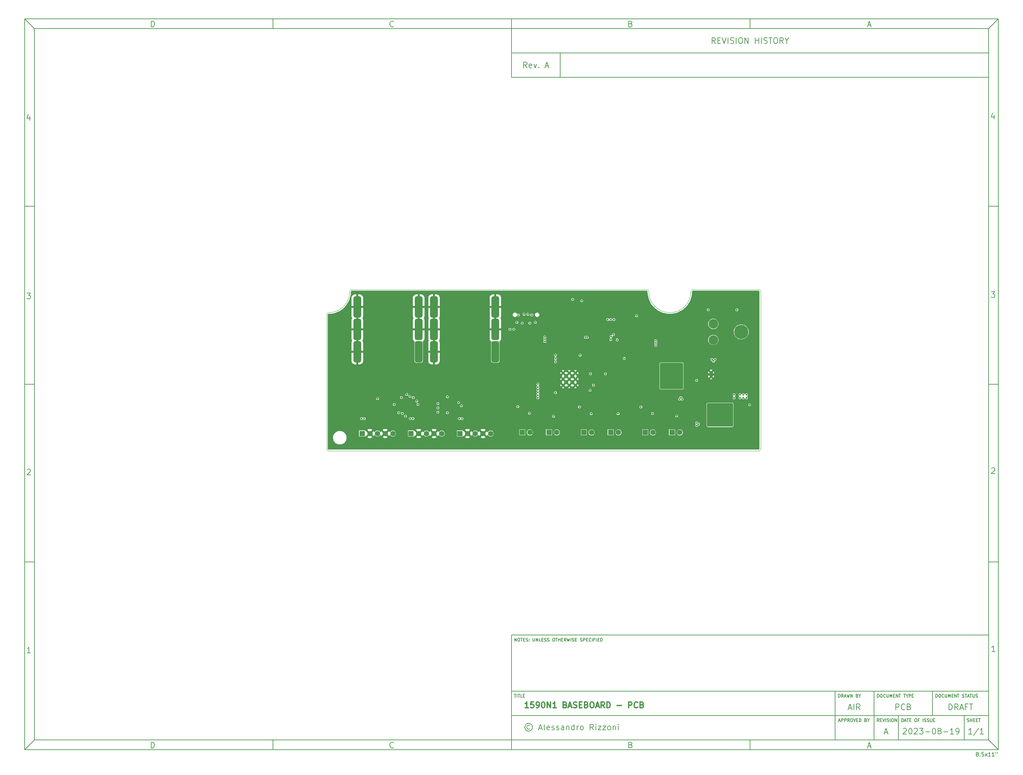
<source format=gbr>
%TF.GenerationSoftware,KiCad,Pcbnew,8.0.3*%
%TF.CreationDate,2024-07-04T15:42:03-04:00*%
%TF.ProjectId,baseboard,62617365-626f-4617-9264-2e6b69636164,A*%
%TF.SameCoordinates,Original*%
%TF.FileFunction,Copper,L2,Inr*%
%TF.FilePolarity,Positive*%
%FSLAX46Y46*%
G04 Gerber Fmt 4.6, Leading zero omitted, Abs format (unit mm)*
G04 Created by KiCad (PCBNEW 8.0.3) date 2024-07-04 15:42:03*
%MOMM*%
%LPD*%
G01*
G04 APERTURE LIST*
G04 Aperture macros list*
%AMRoundRect*
0 Rectangle with rounded corners*
0 $1 Rounding radius*
0 $2 $3 $4 $5 $6 $7 $8 $9 X,Y pos of 4 corners*
0 Add a 4 corners polygon primitive as box body*
4,1,4,$2,$3,$4,$5,$6,$7,$8,$9,$2,$3,0*
0 Add four circle primitives for the rounded corners*
1,1,$1+$1,$2,$3*
1,1,$1+$1,$4,$5*
1,1,$1+$1,$6,$7*
1,1,$1+$1,$8,$9*
0 Add four rect primitives between the rounded corners*
20,1,$1+$1,$2,$3,$4,$5,0*
20,1,$1+$1,$4,$5,$6,$7,0*
20,1,$1+$1,$6,$7,$8,$9,0*
20,1,$1+$1,$8,$9,$2,$3,0*%
G04 Aperture macros list end*
%ADD10C,0.100000*%
%ADD11C,0.150000*%
%ADD12C,0.300000*%
%TA.AperFunction,ComponentPad*%
%ADD13R,1.400000X1.400000*%
%TD*%
%TA.AperFunction,ComponentPad*%
%ADD14C,1.400000*%
%TD*%
%TA.AperFunction,ComponentPad*%
%ADD15C,0.500000*%
%TD*%
%TA.AperFunction,HeatsinkPad*%
%ADD16C,0.500000*%
%TD*%
%TA.AperFunction,WasherPad*%
%ADD17C,3.700000*%
%TD*%
%TA.AperFunction,ComponentPad*%
%ADD18C,2.500000*%
%TD*%
%TA.AperFunction,ComponentPad*%
%ADD19RoundRect,0.500000X-0.500000X-2.300000X0.500000X-2.300000X0.500000X2.300000X-0.500000X2.300000X0*%
%TD*%
%TA.AperFunction,ViaPad*%
%ADD20C,0.500000*%
%TD*%
%TA.AperFunction,Profile*%
%ADD21C,0.050000*%
%TD*%
G04 APERTURE END LIST*
D10*
D11*
X259813572Y-199154128D02*
X258956429Y-199154128D01*
X259385000Y-199154128D02*
X259385000Y-197654128D01*
X259385000Y-197654128D02*
X259242143Y-197868414D01*
X259242143Y-197868414D02*
X259099286Y-198011271D01*
X259099286Y-198011271D02*
X258956429Y-198082700D01*
X261527857Y-197582700D02*
X260242143Y-199511271D01*
X262813572Y-199154128D02*
X261956429Y-199154128D01*
X262385000Y-199154128D02*
X262385000Y-197654128D01*
X262385000Y-197654128D02*
X262242143Y-197868414D01*
X262242143Y-197868414D02*
X262099286Y-198011271D01*
X262099286Y-198011271D02*
X261956429Y-198082700D01*
D10*
D11*
X140409874Y-188759295D02*
X140867017Y-188759295D01*
X140638445Y-189559295D02*
X140638445Y-188759295D01*
X141133684Y-189559295D02*
X141133684Y-188759295D01*
X141400350Y-188759295D02*
X141857493Y-188759295D01*
X141628921Y-189559295D02*
X141628921Y-188759295D01*
X142505112Y-189559295D02*
X142124160Y-189559295D01*
X142124160Y-189559295D02*
X142124160Y-188759295D01*
X142771779Y-189140247D02*
X143038445Y-189140247D01*
X143152731Y-189559295D02*
X142771779Y-189559295D01*
X142771779Y-189559295D02*
X142771779Y-188759295D01*
X142771779Y-188759295D02*
X143152731Y-188759295D01*
D10*
D11*
X235596303Y-195909295D02*
X235329636Y-195528342D01*
X235139160Y-195909295D02*
X235139160Y-195109295D01*
X235139160Y-195109295D02*
X235443922Y-195109295D01*
X235443922Y-195109295D02*
X235520112Y-195147390D01*
X235520112Y-195147390D02*
X235558207Y-195185485D01*
X235558207Y-195185485D02*
X235596303Y-195261676D01*
X235596303Y-195261676D02*
X235596303Y-195375961D01*
X235596303Y-195375961D02*
X235558207Y-195452152D01*
X235558207Y-195452152D02*
X235520112Y-195490247D01*
X235520112Y-195490247D02*
X235443922Y-195528342D01*
X235443922Y-195528342D02*
X235139160Y-195528342D01*
X235939160Y-195490247D02*
X236205826Y-195490247D01*
X236320112Y-195909295D02*
X235939160Y-195909295D01*
X235939160Y-195909295D02*
X235939160Y-195109295D01*
X235939160Y-195109295D02*
X236320112Y-195109295D01*
X236548684Y-195109295D02*
X236815351Y-195909295D01*
X236815351Y-195909295D02*
X237082017Y-195109295D01*
X237348684Y-195909295D02*
X237348684Y-195109295D01*
X237691540Y-195871200D02*
X237805826Y-195909295D01*
X237805826Y-195909295D02*
X237996302Y-195909295D01*
X237996302Y-195909295D02*
X238072493Y-195871200D01*
X238072493Y-195871200D02*
X238110588Y-195833104D01*
X238110588Y-195833104D02*
X238148683Y-195756914D01*
X238148683Y-195756914D02*
X238148683Y-195680723D01*
X238148683Y-195680723D02*
X238110588Y-195604533D01*
X238110588Y-195604533D02*
X238072493Y-195566438D01*
X238072493Y-195566438D02*
X237996302Y-195528342D01*
X237996302Y-195528342D02*
X237843921Y-195490247D01*
X237843921Y-195490247D02*
X237767731Y-195452152D01*
X237767731Y-195452152D02*
X237729636Y-195414057D01*
X237729636Y-195414057D02*
X237691540Y-195337866D01*
X237691540Y-195337866D02*
X237691540Y-195261676D01*
X237691540Y-195261676D02*
X237729636Y-195185485D01*
X237729636Y-195185485D02*
X237767731Y-195147390D01*
X237767731Y-195147390D02*
X237843921Y-195109295D01*
X237843921Y-195109295D02*
X238034398Y-195109295D01*
X238034398Y-195109295D02*
X238148683Y-195147390D01*
X238491541Y-195909295D02*
X238491541Y-195109295D01*
X239024874Y-195109295D02*
X239177255Y-195109295D01*
X239177255Y-195109295D02*
X239253445Y-195147390D01*
X239253445Y-195147390D02*
X239329636Y-195223580D01*
X239329636Y-195223580D02*
X239367731Y-195375961D01*
X239367731Y-195375961D02*
X239367731Y-195642628D01*
X239367731Y-195642628D02*
X239329636Y-195795009D01*
X239329636Y-195795009D02*
X239253445Y-195871200D01*
X239253445Y-195871200D02*
X239177255Y-195909295D01*
X239177255Y-195909295D02*
X239024874Y-195909295D01*
X239024874Y-195909295D02*
X238948683Y-195871200D01*
X238948683Y-195871200D02*
X238872493Y-195795009D01*
X238872493Y-195795009D02*
X238834397Y-195642628D01*
X238834397Y-195642628D02*
X238834397Y-195375961D01*
X238834397Y-195375961D02*
X238872493Y-195223580D01*
X238872493Y-195223580D02*
X238948683Y-195147390D01*
X238948683Y-195147390D02*
X239024874Y-195109295D01*
X239710588Y-195909295D02*
X239710588Y-195109295D01*
X239710588Y-195109295D02*
X240167731Y-195909295D01*
X240167731Y-195909295D02*
X240167731Y-195109295D01*
D10*
D11*
X241489160Y-195909295D02*
X241489160Y-195109295D01*
X241489160Y-195109295D02*
X241679636Y-195109295D01*
X241679636Y-195109295D02*
X241793922Y-195147390D01*
X241793922Y-195147390D02*
X241870112Y-195223580D01*
X241870112Y-195223580D02*
X241908207Y-195299771D01*
X241908207Y-195299771D02*
X241946303Y-195452152D01*
X241946303Y-195452152D02*
X241946303Y-195566438D01*
X241946303Y-195566438D02*
X241908207Y-195718819D01*
X241908207Y-195718819D02*
X241870112Y-195795009D01*
X241870112Y-195795009D02*
X241793922Y-195871200D01*
X241793922Y-195871200D02*
X241679636Y-195909295D01*
X241679636Y-195909295D02*
X241489160Y-195909295D01*
X242251064Y-195680723D02*
X242632017Y-195680723D01*
X242174874Y-195909295D02*
X242441541Y-195109295D01*
X242441541Y-195109295D02*
X242708207Y-195909295D01*
X242860588Y-195109295D02*
X243317731Y-195109295D01*
X243089159Y-195909295D02*
X243089159Y-195109295D01*
X243584398Y-195490247D02*
X243851064Y-195490247D01*
X243965350Y-195909295D02*
X243584398Y-195909295D01*
X243584398Y-195909295D02*
X243584398Y-195109295D01*
X243584398Y-195109295D02*
X243965350Y-195109295D01*
X245070113Y-195109295D02*
X245222494Y-195109295D01*
X245222494Y-195109295D02*
X245298684Y-195147390D01*
X245298684Y-195147390D02*
X245374875Y-195223580D01*
X245374875Y-195223580D02*
X245412970Y-195375961D01*
X245412970Y-195375961D02*
X245412970Y-195642628D01*
X245412970Y-195642628D02*
X245374875Y-195795009D01*
X245374875Y-195795009D02*
X245298684Y-195871200D01*
X245298684Y-195871200D02*
X245222494Y-195909295D01*
X245222494Y-195909295D02*
X245070113Y-195909295D01*
X245070113Y-195909295D02*
X244993922Y-195871200D01*
X244993922Y-195871200D02*
X244917732Y-195795009D01*
X244917732Y-195795009D02*
X244879636Y-195642628D01*
X244879636Y-195642628D02*
X244879636Y-195375961D01*
X244879636Y-195375961D02*
X244917732Y-195223580D01*
X244917732Y-195223580D02*
X244993922Y-195147390D01*
X244993922Y-195147390D02*
X245070113Y-195109295D01*
X246022493Y-195490247D02*
X245755827Y-195490247D01*
X245755827Y-195909295D02*
X245755827Y-195109295D01*
X245755827Y-195109295D02*
X246136779Y-195109295D01*
X247051065Y-195909295D02*
X247051065Y-195109295D01*
X247393921Y-195871200D02*
X247508207Y-195909295D01*
X247508207Y-195909295D02*
X247698683Y-195909295D01*
X247698683Y-195909295D02*
X247774874Y-195871200D01*
X247774874Y-195871200D02*
X247812969Y-195833104D01*
X247812969Y-195833104D02*
X247851064Y-195756914D01*
X247851064Y-195756914D02*
X247851064Y-195680723D01*
X247851064Y-195680723D02*
X247812969Y-195604533D01*
X247812969Y-195604533D02*
X247774874Y-195566438D01*
X247774874Y-195566438D02*
X247698683Y-195528342D01*
X247698683Y-195528342D02*
X247546302Y-195490247D01*
X247546302Y-195490247D02*
X247470112Y-195452152D01*
X247470112Y-195452152D02*
X247432017Y-195414057D01*
X247432017Y-195414057D02*
X247393921Y-195337866D01*
X247393921Y-195337866D02*
X247393921Y-195261676D01*
X247393921Y-195261676D02*
X247432017Y-195185485D01*
X247432017Y-195185485D02*
X247470112Y-195147390D01*
X247470112Y-195147390D02*
X247546302Y-195109295D01*
X247546302Y-195109295D02*
X247736779Y-195109295D01*
X247736779Y-195109295D02*
X247851064Y-195147390D01*
X248155826Y-195871200D02*
X248270112Y-195909295D01*
X248270112Y-195909295D02*
X248460588Y-195909295D01*
X248460588Y-195909295D02*
X248536779Y-195871200D01*
X248536779Y-195871200D02*
X248574874Y-195833104D01*
X248574874Y-195833104D02*
X248612969Y-195756914D01*
X248612969Y-195756914D02*
X248612969Y-195680723D01*
X248612969Y-195680723D02*
X248574874Y-195604533D01*
X248574874Y-195604533D02*
X248536779Y-195566438D01*
X248536779Y-195566438D02*
X248460588Y-195528342D01*
X248460588Y-195528342D02*
X248308207Y-195490247D01*
X248308207Y-195490247D02*
X248232017Y-195452152D01*
X248232017Y-195452152D02*
X248193922Y-195414057D01*
X248193922Y-195414057D02*
X248155826Y-195337866D01*
X248155826Y-195337866D02*
X248155826Y-195261676D01*
X248155826Y-195261676D02*
X248193922Y-195185485D01*
X248193922Y-195185485D02*
X248232017Y-195147390D01*
X248232017Y-195147390D02*
X248308207Y-195109295D01*
X248308207Y-195109295D02*
X248498684Y-195109295D01*
X248498684Y-195109295D02*
X248612969Y-195147390D01*
X248955827Y-195109295D02*
X248955827Y-195756914D01*
X248955827Y-195756914D02*
X248993922Y-195833104D01*
X248993922Y-195833104D02*
X249032017Y-195871200D01*
X249032017Y-195871200D02*
X249108208Y-195909295D01*
X249108208Y-195909295D02*
X249260589Y-195909295D01*
X249260589Y-195909295D02*
X249336779Y-195871200D01*
X249336779Y-195871200D02*
X249374874Y-195833104D01*
X249374874Y-195833104D02*
X249412970Y-195756914D01*
X249412970Y-195756914D02*
X249412970Y-195109295D01*
X249793922Y-195490247D02*
X250060588Y-195490247D01*
X250174874Y-195909295D02*
X249793922Y-195909295D01*
X249793922Y-195909295D02*
X249793922Y-195109295D01*
X249793922Y-195109295D02*
X250174874Y-195109295D01*
D10*
D11*
X258596064Y-195871200D02*
X258710350Y-195909295D01*
X258710350Y-195909295D02*
X258900826Y-195909295D01*
X258900826Y-195909295D02*
X258977017Y-195871200D01*
X258977017Y-195871200D02*
X259015112Y-195833104D01*
X259015112Y-195833104D02*
X259053207Y-195756914D01*
X259053207Y-195756914D02*
X259053207Y-195680723D01*
X259053207Y-195680723D02*
X259015112Y-195604533D01*
X259015112Y-195604533D02*
X258977017Y-195566438D01*
X258977017Y-195566438D02*
X258900826Y-195528342D01*
X258900826Y-195528342D02*
X258748445Y-195490247D01*
X258748445Y-195490247D02*
X258672255Y-195452152D01*
X258672255Y-195452152D02*
X258634160Y-195414057D01*
X258634160Y-195414057D02*
X258596064Y-195337866D01*
X258596064Y-195337866D02*
X258596064Y-195261676D01*
X258596064Y-195261676D02*
X258634160Y-195185485D01*
X258634160Y-195185485D02*
X258672255Y-195147390D01*
X258672255Y-195147390D02*
X258748445Y-195109295D01*
X258748445Y-195109295D02*
X258938922Y-195109295D01*
X258938922Y-195109295D02*
X259053207Y-195147390D01*
X259396065Y-195909295D02*
X259396065Y-195109295D01*
X259396065Y-195490247D02*
X259853208Y-195490247D01*
X259853208Y-195909295D02*
X259853208Y-195109295D01*
X260234160Y-195490247D02*
X260500826Y-195490247D01*
X260615112Y-195909295D02*
X260234160Y-195909295D01*
X260234160Y-195909295D02*
X260234160Y-195109295D01*
X260234160Y-195109295D02*
X260615112Y-195109295D01*
X260957970Y-195490247D02*
X261224636Y-195490247D01*
X261338922Y-195909295D02*
X260957970Y-195909295D01*
X260957970Y-195909295D02*
X260957970Y-195109295D01*
X260957970Y-195109295D02*
X261338922Y-195109295D01*
X261567494Y-195109295D02*
X262024637Y-195109295D01*
X261796065Y-195909295D02*
X261796065Y-195109295D01*
D10*
D11*
X239942142Y-192804128D02*
X239942142Y-191304128D01*
X239942142Y-191304128D02*
X240513571Y-191304128D01*
X240513571Y-191304128D02*
X240656428Y-191375557D01*
X240656428Y-191375557D02*
X240727857Y-191446985D01*
X240727857Y-191446985D02*
X240799285Y-191589842D01*
X240799285Y-191589842D02*
X240799285Y-191804128D01*
X240799285Y-191804128D02*
X240727857Y-191946985D01*
X240727857Y-191946985D02*
X240656428Y-192018414D01*
X240656428Y-192018414D02*
X240513571Y-192089842D01*
X240513571Y-192089842D02*
X239942142Y-192089842D01*
X242299285Y-192661271D02*
X242227857Y-192732700D01*
X242227857Y-192732700D02*
X242013571Y-192804128D01*
X242013571Y-192804128D02*
X241870714Y-192804128D01*
X241870714Y-192804128D02*
X241656428Y-192732700D01*
X241656428Y-192732700D02*
X241513571Y-192589842D01*
X241513571Y-192589842D02*
X241442142Y-192446985D01*
X241442142Y-192446985D02*
X241370714Y-192161271D01*
X241370714Y-192161271D02*
X241370714Y-191946985D01*
X241370714Y-191946985D02*
X241442142Y-191661271D01*
X241442142Y-191661271D02*
X241513571Y-191518414D01*
X241513571Y-191518414D02*
X241656428Y-191375557D01*
X241656428Y-191375557D02*
X241870714Y-191304128D01*
X241870714Y-191304128D02*
X242013571Y-191304128D01*
X242013571Y-191304128D02*
X242227857Y-191375557D01*
X242227857Y-191375557D02*
X242299285Y-191446985D01*
X243442142Y-192018414D02*
X243656428Y-192089842D01*
X243656428Y-192089842D02*
X243727857Y-192161271D01*
X243727857Y-192161271D02*
X243799285Y-192304128D01*
X243799285Y-192304128D02*
X243799285Y-192518414D01*
X243799285Y-192518414D02*
X243727857Y-192661271D01*
X243727857Y-192661271D02*
X243656428Y-192732700D01*
X243656428Y-192732700D02*
X243513571Y-192804128D01*
X243513571Y-192804128D02*
X242942142Y-192804128D01*
X242942142Y-192804128D02*
X242942142Y-191304128D01*
X242942142Y-191304128D02*
X243442142Y-191304128D01*
X243442142Y-191304128D02*
X243585000Y-191375557D01*
X243585000Y-191375557D02*
X243656428Y-191446985D01*
X243656428Y-191446985D02*
X243727857Y-191589842D01*
X243727857Y-191589842D02*
X243727857Y-191732700D01*
X243727857Y-191732700D02*
X243656428Y-191875557D01*
X243656428Y-191875557D02*
X243585000Y-191946985D01*
X243585000Y-191946985D02*
X243442142Y-192018414D01*
X243442142Y-192018414D02*
X242942142Y-192018414D01*
D10*
D11*
X225068064Y-195680723D02*
X225449017Y-195680723D01*
X224991874Y-195909295D02*
X225258541Y-195109295D01*
X225258541Y-195109295D02*
X225525207Y-195909295D01*
X225791874Y-195909295D02*
X225791874Y-195109295D01*
X225791874Y-195109295D02*
X226096636Y-195109295D01*
X226096636Y-195109295D02*
X226172826Y-195147390D01*
X226172826Y-195147390D02*
X226210921Y-195185485D01*
X226210921Y-195185485D02*
X226249017Y-195261676D01*
X226249017Y-195261676D02*
X226249017Y-195375961D01*
X226249017Y-195375961D02*
X226210921Y-195452152D01*
X226210921Y-195452152D02*
X226172826Y-195490247D01*
X226172826Y-195490247D02*
X226096636Y-195528342D01*
X226096636Y-195528342D02*
X225791874Y-195528342D01*
X226591874Y-195909295D02*
X226591874Y-195109295D01*
X226591874Y-195109295D02*
X226896636Y-195109295D01*
X226896636Y-195109295D02*
X226972826Y-195147390D01*
X226972826Y-195147390D02*
X227010921Y-195185485D01*
X227010921Y-195185485D02*
X227049017Y-195261676D01*
X227049017Y-195261676D02*
X227049017Y-195375961D01*
X227049017Y-195375961D02*
X227010921Y-195452152D01*
X227010921Y-195452152D02*
X226972826Y-195490247D01*
X226972826Y-195490247D02*
X226896636Y-195528342D01*
X226896636Y-195528342D02*
X226591874Y-195528342D01*
X227849017Y-195909295D02*
X227582350Y-195528342D01*
X227391874Y-195909295D02*
X227391874Y-195109295D01*
X227391874Y-195109295D02*
X227696636Y-195109295D01*
X227696636Y-195109295D02*
X227772826Y-195147390D01*
X227772826Y-195147390D02*
X227810921Y-195185485D01*
X227810921Y-195185485D02*
X227849017Y-195261676D01*
X227849017Y-195261676D02*
X227849017Y-195375961D01*
X227849017Y-195375961D02*
X227810921Y-195452152D01*
X227810921Y-195452152D02*
X227772826Y-195490247D01*
X227772826Y-195490247D02*
X227696636Y-195528342D01*
X227696636Y-195528342D02*
X227391874Y-195528342D01*
X228344255Y-195109295D02*
X228496636Y-195109295D01*
X228496636Y-195109295D02*
X228572826Y-195147390D01*
X228572826Y-195147390D02*
X228649017Y-195223580D01*
X228649017Y-195223580D02*
X228687112Y-195375961D01*
X228687112Y-195375961D02*
X228687112Y-195642628D01*
X228687112Y-195642628D02*
X228649017Y-195795009D01*
X228649017Y-195795009D02*
X228572826Y-195871200D01*
X228572826Y-195871200D02*
X228496636Y-195909295D01*
X228496636Y-195909295D02*
X228344255Y-195909295D01*
X228344255Y-195909295D02*
X228268064Y-195871200D01*
X228268064Y-195871200D02*
X228191874Y-195795009D01*
X228191874Y-195795009D02*
X228153778Y-195642628D01*
X228153778Y-195642628D02*
X228153778Y-195375961D01*
X228153778Y-195375961D02*
X228191874Y-195223580D01*
X228191874Y-195223580D02*
X228268064Y-195147390D01*
X228268064Y-195147390D02*
X228344255Y-195109295D01*
X228915683Y-195109295D02*
X229182350Y-195909295D01*
X229182350Y-195909295D02*
X229449016Y-195109295D01*
X229715683Y-195490247D02*
X229982349Y-195490247D01*
X230096635Y-195909295D02*
X229715683Y-195909295D01*
X229715683Y-195909295D02*
X229715683Y-195109295D01*
X229715683Y-195109295D02*
X230096635Y-195109295D01*
X230439493Y-195909295D02*
X230439493Y-195109295D01*
X230439493Y-195109295D02*
X230629969Y-195109295D01*
X230629969Y-195109295D02*
X230744255Y-195147390D01*
X230744255Y-195147390D02*
X230820445Y-195223580D01*
X230820445Y-195223580D02*
X230858540Y-195299771D01*
X230858540Y-195299771D02*
X230896636Y-195452152D01*
X230896636Y-195452152D02*
X230896636Y-195566438D01*
X230896636Y-195566438D02*
X230858540Y-195718819D01*
X230858540Y-195718819D02*
X230820445Y-195795009D01*
X230820445Y-195795009D02*
X230744255Y-195871200D01*
X230744255Y-195871200D02*
X230629969Y-195909295D01*
X230629969Y-195909295D02*
X230439493Y-195909295D01*
X232115683Y-195490247D02*
X232229969Y-195528342D01*
X232229969Y-195528342D02*
X232268064Y-195566438D01*
X232268064Y-195566438D02*
X232306160Y-195642628D01*
X232306160Y-195642628D02*
X232306160Y-195756914D01*
X232306160Y-195756914D02*
X232268064Y-195833104D01*
X232268064Y-195833104D02*
X232229969Y-195871200D01*
X232229969Y-195871200D02*
X232153779Y-195909295D01*
X232153779Y-195909295D02*
X231849017Y-195909295D01*
X231849017Y-195909295D02*
X231849017Y-195109295D01*
X231849017Y-195109295D02*
X232115683Y-195109295D01*
X232115683Y-195109295D02*
X232191874Y-195147390D01*
X232191874Y-195147390D02*
X232229969Y-195185485D01*
X232229969Y-195185485D02*
X232268064Y-195261676D01*
X232268064Y-195261676D02*
X232268064Y-195337866D01*
X232268064Y-195337866D02*
X232229969Y-195414057D01*
X232229969Y-195414057D02*
X232191874Y-195452152D01*
X232191874Y-195452152D02*
X232115683Y-195490247D01*
X232115683Y-195490247D02*
X231849017Y-195490247D01*
X232801398Y-195528342D02*
X232801398Y-195909295D01*
X232534731Y-195109295D02*
X232801398Y-195528342D01*
X232801398Y-195528342D02*
X233068064Y-195109295D01*
D10*
D11*
X144445112Y-196918271D02*
X144302255Y-196846842D01*
X144302255Y-196846842D02*
X144016541Y-196846842D01*
X144016541Y-196846842D02*
X143873684Y-196918271D01*
X143873684Y-196918271D02*
X143730826Y-197061128D01*
X143730826Y-197061128D02*
X143659398Y-197203985D01*
X143659398Y-197203985D02*
X143659398Y-197489700D01*
X143659398Y-197489700D02*
X143730826Y-197632557D01*
X143730826Y-197632557D02*
X143873684Y-197775414D01*
X143873684Y-197775414D02*
X144016541Y-197846842D01*
X144016541Y-197846842D02*
X144302255Y-197846842D01*
X144302255Y-197846842D02*
X144445112Y-197775414D01*
X144159398Y-196346842D02*
X143802255Y-196418271D01*
X143802255Y-196418271D02*
X143445112Y-196632557D01*
X143445112Y-196632557D02*
X143230826Y-196989700D01*
X143230826Y-196989700D02*
X143159398Y-197346842D01*
X143159398Y-197346842D02*
X143230826Y-197703985D01*
X143230826Y-197703985D02*
X143445112Y-198061128D01*
X143445112Y-198061128D02*
X143802255Y-198275414D01*
X143802255Y-198275414D02*
X144159398Y-198346842D01*
X144159398Y-198346842D02*
X144516541Y-198275414D01*
X144516541Y-198275414D02*
X144873684Y-198061128D01*
X144873684Y-198061128D02*
X145087969Y-197703985D01*
X145087969Y-197703985D02*
X145159398Y-197346842D01*
X145159398Y-197346842D02*
X145087969Y-196989700D01*
X145087969Y-196989700D02*
X144873684Y-196632557D01*
X144873684Y-196632557D02*
X144516541Y-196418271D01*
X144516541Y-196418271D02*
X144159398Y-196346842D01*
X146873684Y-197632557D02*
X147587970Y-197632557D01*
X146730827Y-198061128D02*
X147230827Y-196561128D01*
X147230827Y-196561128D02*
X147730827Y-198061128D01*
X148445112Y-198061128D02*
X148302255Y-197989700D01*
X148302255Y-197989700D02*
X148230826Y-197846842D01*
X148230826Y-197846842D02*
X148230826Y-196561128D01*
X149587969Y-197989700D02*
X149445112Y-198061128D01*
X149445112Y-198061128D02*
X149159398Y-198061128D01*
X149159398Y-198061128D02*
X149016540Y-197989700D01*
X149016540Y-197989700D02*
X148945112Y-197846842D01*
X148945112Y-197846842D02*
X148945112Y-197275414D01*
X148945112Y-197275414D02*
X149016540Y-197132557D01*
X149016540Y-197132557D02*
X149159398Y-197061128D01*
X149159398Y-197061128D02*
X149445112Y-197061128D01*
X149445112Y-197061128D02*
X149587969Y-197132557D01*
X149587969Y-197132557D02*
X149659398Y-197275414D01*
X149659398Y-197275414D02*
X149659398Y-197418271D01*
X149659398Y-197418271D02*
X148945112Y-197561128D01*
X150230826Y-197989700D02*
X150373683Y-198061128D01*
X150373683Y-198061128D02*
X150659397Y-198061128D01*
X150659397Y-198061128D02*
X150802254Y-197989700D01*
X150802254Y-197989700D02*
X150873683Y-197846842D01*
X150873683Y-197846842D02*
X150873683Y-197775414D01*
X150873683Y-197775414D02*
X150802254Y-197632557D01*
X150802254Y-197632557D02*
X150659397Y-197561128D01*
X150659397Y-197561128D02*
X150445112Y-197561128D01*
X150445112Y-197561128D02*
X150302254Y-197489700D01*
X150302254Y-197489700D02*
X150230826Y-197346842D01*
X150230826Y-197346842D02*
X150230826Y-197275414D01*
X150230826Y-197275414D02*
X150302254Y-197132557D01*
X150302254Y-197132557D02*
X150445112Y-197061128D01*
X150445112Y-197061128D02*
X150659397Y-197061128D01*
X150659397Y-197061128D02*
X150802254Y-197132557D01*
X151445112Y-197989700D02*
X151587969Y-198061128D01*
X151587969Y-198061128D02*
X151873683Y-198061128D01*
X151873683Y-198061128D02*
X152016540Y-197989700D01*
X152016540Y-197989700D02*
X152087969Y-197846842D01*
X152087969Y-197846842D02*
X152087969Y-197775414D01*
X152087969Y-197775414D02*
X152016540Y-197632557D01*
X152016540Y-197632557D02*
X151873683Y-197561128D01*
X151873683Y-197561128D02*
X151659398Y-197561128D01*
X151659398Y-197561128D02*
X151516540Y-197489700D01*
X151516540Y-197489700D02*
X151445112Y-197346842D01*
X151445112Y-197346842D02*
X151445112Y-197275414D01*
X151445112Y-197275414D02*
X151516540Y-197132557D01*
X151516540Y-197132557D02*
X151659398Y-197061128D01*
X151659398Y-197061128D02*
X151873683Y-197061128D01*
X151873683Y-197061128D02*
X152016540Y-197132557D01*
X153373684Y-198061128D02*
X153373684Y-197275414D01*
X153373684Y-197275414D02*
X153302255Y-197132557D01*
X153302255Y-197132557D02*
X153159398Y-197061128D01*
X153159398Y-197061128D02*
X152873684Y-197061128D01*
X152873684Y-197061128D02*
X152730826Y-197132557D01*
X153373684Y-197989700D02*
X153230826Y-198061128D01*
X153230826Y-198061128D02*
X152873684Y-198061128D01*
X152873684Y-198061128D02*
X152730826Y-197989700D01*
X152730826Y-197989700D02*
X152659398Y-197846842D01*
X152659398Y-197846842D02*
X152659398Y-197703985D01*
X152659398Y-197703985D02*
X152730826Y-197561128D01*
X152730826Y-197561128D02*
X152873684Y-197489700D01*
X152873684Y-197489700D02*
X153230826Y-197489700D01*
X153230826Y-197489700D02*
X153373684Y-197418271D01*
X154087969Y-197061128D02*
X154087969Y-198061128D01*
X154087969Y-197203985D02*
X154159398Y-197132557D01*
X154159398Y-197132557D02*
X154302255Y-197061128D01*
X154302255Y-197061128D02*
X154516541Y-197061128D01*
X154516541Y-197061128D02*
X154659398Y-197132557D01*
X154659398Y-197132557D02*
X154730827Y-197275414D01*
X154730827Y-197275414D02*
X154730827Y-198061128D01*
X156087970Y-198061128D02*
X156087970Y-196561128D01*
X156087970Y-197989700D02*
X155945112Y-198061128D01*
X155945112Y-198061128D02*
X155659398Y-198061128D01*
X155659398Y-198061128D02*
X155516541Y-197989700D01*
X155516541Y-197989700D02*
X155445112Y-197918271D01*
X155445112Y-197918271D02*
X155373684Y-197775414D01*
X155373684Y-197775414D02*
X155373684Y-197346842D01*
X155373684Y-197346842D02*
X155445112Y-197203985D01*
X155445112Y-197203985D02*
X155516541Y-197132557D01*
X155516541Y-197132557D02*
X155659398Y-197061128D01*
X155659398Y-197061128D02*
X155945112Y-197061128D01*
X155945112Y-197061128D02*
X156087970Y-197132557D01*
X156802255Y-198061128D02*
X156802255Y-197061128D01*
X156802255Y-197346842D02*
X156873684Y-197203985D01*
X156873684Y-197203985D02*
X156945113Y-197132557D01*
X156945113Y-197132557D02*
X157087970Y-197061128D01*
X157087970Y-197061128D02*
X157230827Y-197061128D01*
X157945112Y-198061128D02*
X157802255Y-197989700D01*
X157802255Y-197989700D02*
X157730826Y-197918271D01*
X157730826Y-197918271D02*
X157659398Y-197775414D01*
X157659398Y-197775414D02*
X157659398Y-197346842D01*
X157659398Y-197346842D02*
X157730826Y-197203985D01*
X157730826Y-197203985D02*
X157802255Y-197132557D01*
X157802255Y-197132557D02*
X157945112Y-197061128D01*
X157945112Y-197061128D02*
X158159398Y-197061128D01*
X158159398Y-197061128D02*
X158302255Y-197132557D01*
X158302255Y-197132557D02*
X158373684Y-197203985D01*
X158373684Y-197203985D02*
X158445112Y-197346842D01*
X158445112Y-197346842D02*
X158445112Y-197775414D01*
X158445112Y-197775414D02*
X158373684Y-197918271D01*
X158373684Y-197918271D02*
X158302255Y-197989700D01*
X158302255Y-197989700D02*
X158159398Y-198061128D01*
X158159398Y-198061128D02*
X157945112Y-198061128D01*
X161087969Y-198061128D02*
X160587969Y-197346842D01*
X160230826Y-198061128D02*
X160230826Y-196561128D01*
X160230826Y-196561128D02*
X160802255Y-196561128D01*
X160802255Y-196561128D02*
X160945112Y-196632557D01*
X160945112Y-196632557D02*
X161016541Y-196703985D01*
X161016541Y-196703985D02*
X161087969Y-196846842D01*
X161087969Y-196846842D02*
X161087969Y-197061128D01*
X161087969Y-197061128D02*
X161016541Y-197203985D01*
X161016541Y-197203985D02*
X160945112Y-197275414D01*
X160945112Y-197275414D02*
X160802255Y-197346842D01*
X160802255Y-197346842D02*
X160230826Y-197346842D01*
X161730826Y-198061128D02*
X161730826Y-197061128D01*
X161730826Y-196561128D02*
X161659398Y-196632557D01*
X161659398Y-196632557D02*
X161730826Y-196703985D01*
X161730826Y-196703985D02*
X161802255Y-196632557D01*
X161802255Y-196632557D02*
X161730826Y-196561128D01*
X161730826Y-196561128D02*
X161730826Y-196703985D01*
X162302255Y-197061128D02*
X163087970Y-197061128D01*
X163087970Y-197061128D02*
X162302255Y-198061128D01*
X162302255Y-198061128D02*
X163087970Y-198061128D01*
X163516541Y-197061128D02*
X164302256Y-197061128D01*
X164302256Y-197061128D02*
X163516541Y-198061128D01*
X163516541Y-198061128D02*
X164302256Y-198061128D01*
X165087970Y-198061128D02*
X164945113Y-197989700D01*
X164945113Y-197989700D02*
X164873684Y-197918271D01*
X164873684Y-197918271D02*
X164802256Y-197775414D01*
X164802256Y-197775414D02*
X164802256Y-197346842D01*
X164802256Y-197346842D02*
X164873684Y-197203985D01*
X164873684Y-197203985D02*
X164945113Y-197132557D01*
X164945113Y-197132557D02*
X165087970Y-197061128D01*
X165087970Y-197061128D02*
X165302256Y-197061128D01*
X165302256Y-197061128D02*
X165445113Y-197132557D01*
X165445113Y-197132557D02*
X165516542Y-197203985D01*
X165516542Y-197203985D02*
X165587970Y-197346842D01*
X165587970Y-197346842D02*
X165587970Y-197775414D01*
X165587970Y-197775414D02*
X165516542Y-197918271D01*
X165516542Y-197918271D02*
X165445113Y-197989700D01*
X165445113Y-197989700D02*
X165302256Y-198061128D01*
X165302256Y-198061128D02*
X165087970Y-198061128D01*
X166230827Y-197061128D02*
X166230827Y-198061128D01*
X166230827Y-197203985D02*
X166302256Y-197132557D01*
X166302256Y-197132557D02*
X166445113Y-197061128D01*
X166445113Y-197061128D02*
X166659399Y-197061128D01*
X166659399Y-197061128D02*
X166802256Y-197132557D01*
X166802256Y-197132557D02*
X166873685Y-197275414D01*
X166873685Y-197275414D02*
X166873685Y-198061128D01*
X167587970Y-198061128D02*
X167587970Y-197061128D01*
X167587970Y-196561128D02*
X167516542Y-196632557D01*
X167516542Y-196632557D02*
X167587970Y-196703985D01*
X167587970Y-196703985D02*
X167659399Y-196632557D01*
X167659399Y-196632557D02*
X167587970Y-196561128D01*
X167587970Y-196561128D02*
X167587970Y-196703985D01*
D10*
D11*
X227670714Y-192375557D02*
X228385000Y-192375557D01*
X227527857Y-192804128D02*
X228027857Y-191304128D01*
X228027857Y-191304128D02*
X228527857Y-192804128D01*
X229027856Y-192804128D02*
X229027856Y-191304128D01*
X230599285Y-192804128D02*
X230099285Y-192089842D01*
X229742142Y-192804128D02*
X229742142Y-191304128D01*
X229742142Y-191304128D02*
X230313571Y-191304128D01*
X230313571Y-191304128D02*
X230456428Y-191375557D01*
X230456428Y-191375557D02*
X230527857Y-191446985D01*
X230527857Y-191446985D02*
X230599285Y-191589842D01*
X230599285Y-191589842D02*
X230599285Y-191804128D01*
X230599285Y-191804128D02*
X230527857Y-191946985D01*
X230527857Y-191946985D02*
X230456428Y-192018414D01*
X230456428Y-192018414D02*
X230313571Y-192089842D01*
X230313571Y-192089842D02*
X229742142Y-192089842D01*
D10*
D11*
X250379160Y-189559295D02*
X250379160Y-188759295D01*
X250379160Y-188759295D02*
X250569636Y-188759295D01*
X250569636Y-188759295D02*
X250683922Y-188797390D01*
X250683922Y-188797390D02*
X250760112Y-188873580D01*
X250760112Y-188873580D02*
X250798207Y-188949771D01*
X250798207Y-188949771D02*
X250836303Y-189102152D01*
X250836303Y-189102152D02*
X250836303Y-189216438D01*
X250836303Y-189216438D02*
X250798207Y-189368819D01*
X250798207Y-189368819D02*
X250760112Y-189445009D01*
X250760112Y-189445009D02*
X250683922Y-189521200D01*
X250683922Y-189521200D02*
X250569636Y-189559295D01*
X250569636Y-189559295D02*
X250379160Y-189559295D01*
X251331541Y-188759295D02*
X251483922Y-188759295D01*
X251483922Y-188759295D02*
X251560112Y-188797390D01*
X251560112Y-188797390D02*
X251636303Y-188873580D01*
X251636303Y-188873580D02*
X251674398Y-189025961D01*
X251674398Y-189025961D02*
X251674398Y-189292628D01*
X251674398Y-189292628D02*
X251636303Y-189445009D01*
X251636303Y-189445009D02*
X251560112Y-189521200D01*
X251560112Y-189521200D02*
X251483922Y-189559295D01*
X251483922Y-189559295D02*
X251331541Y-189559295D01*
X251331541Y-189559295D02*
X251255350Y-189521200D01*
X251255350Y-189521200D02*
X251179160Y-189445009D01*
X251179160Y-189445009D02*
X251141064Y-189292628D01*
X251141064Y-189292628D02*
X251141064Y-189025961D01*
X251141064Y-189025961D02*
X251179160Y-188873580D01*
X251179160Y-188873580D02*
X251255350Y-188797390D01*
X251255350Y-188797390D02*
X251331541Y-188759295D01*
X252474398Y-189483104D02*
X252436302Y-189521200D01*
X252436302Y-189521200D02*
X252322017Y-189559295D01*
X252322017Y-189559295D02*
X252245826Y-189559295D01*
X252245826Y-189559295D02*
X252131540Y-189521200D01*
X252131540Y-189521200D02*
X252055350Y-189445009D01*
X252055350Y-189445009D02*
X252017255Y-189368819D01*
X252017255Y-189368819D02*
X251979159Y-189216438D01*
X251979159Y-189216438D02*
X251979159Y-189102152D01*
X251979159Y-189102152D02*
X252017255Y-188949771D01*
X252017255Y-188949771D02*
X252055350Y-188873580D01*
X252055350Y-188873580D02*
X252131540Y-188797390D01*
X252131540Y-188797390D02*
X252245826Y-188759295D01*
X252245826Y-188759295D02*
X252322017Y-188759295D01*
X252322017Y-188759295D02*
X252436302Y-188797390D01*
X252436302Y-188797390D02*
X252474398Y-188835485D01*
X252817255Y-188759295D02*
X252817255Y-189406914D01*
X252817255Y-189406914D02*
X252855350Y-189483104D01*
X252855350Y-189483104D02*
X252893445Y-189521200D01*
X252893445Y-189521200D02*
X252969636Y-189559295D01*
X252969636Y-189559295D02*
X253122017Y-189559295D01*
X253122017Y-189559295D02*
X253198207Y-189521200D01*
X253198207Y-189521200D02*
X253236302Y-189483104D01*
X253236302Y-189483104D02*
X253274398Y-189406914D01*
X253274398Y-189406914D02*
X253274398Y-188759295D01*
X253655350Y-189559295D02*
X253655350Y-188759295D01*
X253655350Y-188759295D02*
X253922016Y-189330723D01*
X253922016Y-189330723D02*
X254188683Y-188759295D01*
X254188683Y-188759295D02*
X254188683Y-189559295D01*
X254569636Y-189140247D02*
X254836302Y-189140247D01*
X254950588Y-189559295D02*
X254569636Y-189559295D01*
X254569636Y-189559295D02*
X254569636Y-188759295D01*
X254569636Y-188759295D02*
X254950588Y-188759295D01*
X255293446Y-189559295D02*
X255293446Y-188759295D01*
X255293446Y-188759295D02*
X255750589Y-189559295D01*
X255750589Y-189559295D02*
X255750589Y-188759295D01*
X256017255Y-188759295D02*
X256474398Y-188759295D01*
X256245826Y-189559295D02*
X256245826Y-188759295D01*
X257312493Y-189521200D02*
X257426779Y-189559295D01*
X257426779Y-189559295D02*
X257617255Y-189559295D01*
X257617255Y-189559295D02*
X257693446Y-189521200D01*
X257693446Y-189521200D02*
X257731541Y-189483104D01*
X257731541Y-189483104D02*
X257769636Y-189406914D01*
X257769636Y-189406914D02*
X257769636Y-189330723D01*
X257769636Y-189330723D02*
X257731541Y-189254533D01*
X257731541Y-189254533D02*
X257693446Y-189216438D01*
X257693446Y-189216438D02*
X257617255Y-189178342D01*
X257617255Y-189178342D02*
X257464874Y-189140247D01*
X257464874Y-189140247D02*
X257388684Y-189102152D01*
X257388684Y-189102152D02*
X257350589Y-189064057D01*
X257350589Y-189064057D02*
X257312493Y-188987866D01*
X257312493Y-188987866D02*
X257312493Y-188911676D01*
X257312493Y-188911676D02*
X257350589Y-188835485D01*
X257350589Y-188835485D02*
X257388684Y-188797390D01*
X257388684Y-188797390D02*
X257464874Y-188759295D01*
X257464874Y-188759295D02*
X257655351Y-188759295D01*
X257655351Y-188759295D02*
X257769636Y-188797390D01*
X257998208Y-188759295D02*
X258455351Y-188759295D01*
X258226779Y-189559295D02*
X258226779Y-188759295D01*
X258683922Y-189330723D02*
X259064875Y-189330723D01*
X258607732Y-189559295D02*
X258874399Y-188759295D01*
X258874399Y-188759295D02*
X259141065Y-189559295D01*
X259293446Y-188759295D02*
X259750589Y-188759295D01*
X259522017Y-189559295D02*
X259522017Y-188759295D01*
X260017256Y-188759295D02*
X260017256Y-189406914D01*
X260017256Y-189406914D02*
X260055351Y-189483104D01*
X260055351Y-189483104D02*
X260093446Y-189521200D01*
X260093446Y-189521200D02*
X260169637Y-189559295D01*
X260169637Y-189559295D02*
X260322018Y-189559295D01*
X260322018Y-189559295D02*
X260398208Y-189521200D01*
X260398208Y-189521200D02*
X260436303Y-189483104D01*
X260436303Y-189483104D02*
X260474399Y-189406914D01*
X260474399Y-189406914D02*
X260474399Y-188759295D01*
X260817255Y-189521200D02*
X260931541Y-189559295D01*
X260931541Y-189559295D02*
X261122017Y-189559295D01*
X261122017Y-189559295D02*
X261198208Y-189521200D01*
X261198208Y-189521200D02*
X261236303Y-189483104D01*
X261236303Y-189483104D02*
X261274398Y-189406914D01*
X261274398Y-189406914D02*
X261274398Y-189330723D01*
X261274398Y-189330723D02*
X261236303Y-189254533D01*
X261236303Y-189254533D02*
X261198208Y-189216438D01*
X261198208Y-189216438D02*
X261122017Y-189178342D01*
X261122017Y-189178342D02*
X260969636Y-189140247D01*
X260969636Y-189140247D02*
X260893446Y-189102152D01*
X260893446Y-189102152D02*
X260855351Y-189064057D01*
X260855351Y-189064057D02*
X260817255Y-188987866D01*
X260817255Y-188987866D02*
X260817255Y-188911676D01*
X260817255Y-188911676D02*
X260855351Y-188835485D01*
X260855351Y-188835485D02*
X260893446Y-188797390D01*
X260893446Y-188797390D02*
X260969636Y-188759295D01*
X260969636Y-188759295D02*
X261160113Y-188759295D01*
X261160113Y-188759295D02*
X261274398Y-188797390D01*
D10*
D11*
X224979160Y-189559295D02*
X224979160Y-188759295D01*
X224979160Y-188759295D02*
X225169636Y-188759295D01*
X225169636Y-188759295D02*
X225283922Y-188797390D01*
X225283922Y-188797390D02*
X225360112Y-188873580D01*
X225360112Y-188873580D02*
X225398207Y-188949771D01*
X225398207Y-188949771D02*
X225436303Y-189102152D01*
X225436303Y-189102152D02*
X225436303Y-189216438D01*
X225436303Y-189216438D02*
X225398207Y-189368819D01*
X225398207Y-189368819D02*
X225360112Y-189445009D01*
X225360112Y-189445009D02*
X225283922Y-189521200D01*
X225283922Y-189521200D02*
X225169636Y-189559295D01*
X225169636Y-189559295D02*
X224979160Y-189559295D01*
X226236303Y-189559295D02*
X225969636Y-189178342D01*
X225779160Y-189559295D02*
X225779160Y-188759295D01*
X225779160Y-188759295D02*
X226083922Y-188759295D01*
X226083922Y-188759295D02*
X226160112Y-188797390D01*
X226160112Y-188797390D02*
X226198207Y-188835485D01*
X226198207Y-188835485D02*
X226236303Y-188911676D01*
X226236303Y-188911676D02*
X226236303Y-189025961D01*
X226236303Y-189025961D02*
X226198207Y-189102152D01*
X226198207Y-189102152D02*
X226160112Y-189140247D01*
X226160112Y-189140247D02*
X226083922Y-189178342D01*
X226083922Y-189178342D02*
X225779160Y-189178342D01*
X226541064Y-189330723D02*
X226922017Y-189330723D01*
X226464874Y-189559295D02*
X226731541Y-188759295D01*
X226731541Y-188759295D02*
X226998207Y-189559295D01*
X227188683Y-188759295D02*
X227379159Y-189559295D01*
X227379159Y-189559295D02*
X227531540Y-188987866D01*
X227531540Y-188987866D02*
X227683921Y-189559295D01*
X227683921Y-189559295D02*
X227874398Y-188759295D01*
X228179160Y-189559295D02*
X228179160Y-188759295D01*
X228179160Y-188759295D02*
X228636303Y-189559295D01*
X228636303Y-189559295D02*
X228636303Y-188759295D01*
X229893445Y-189140247D02*
X230007731Y-189178342D01*
X230007731Y-189178342D02*
X230045826Y-189216438D01*
X230045826Y-189216438D02*
X230083922Y-189292628D01*
X230083922Y-189292628D02*
X230083922Y-189406914D01*
X230083922Y-189406914D02*
X230045826Y-189483104D01*
X230045826Y-189483104D02*
X230007731Y-189521200D01*
X230007731Y-189521200D02*
X229931541Y-189559295D01*
X229931541Y-189559295D02*
X229626779Y-189559295D01*
X229626779Y-189559295D02*
X229626779Y-188759295D01*
X229626779Y-188759295D02*
X229893445Y-188759295D01*
X229893445Y-188759295D02*
X229969636Y-188797390D01*
X229969636Y-188797390D02*
X230007731Y-188835485D01*
X230007731Y-188835485D02*
X230045826Y-188911676D01*
X230045826Y-188911676D02*
X230045826Y-188987866D01*
X230045826Y-188987866D02*
X230007731Y-189064057D01*
X230007731Y-189064057D02*
X229969636Y-189102152D01*
X229969636Y-189102152D02*
X229893445Y-189140247D01*
X229893445Y-189140247D02*
X229626779Y-189140247D01*
X230579160Y-189178342D02*
X230579160Y-189559295D01*
X230312493Y-188759295D02*
X230579160Y-189178342D01*
X230579160Y-189178342D02*
X230845826Y-188759295D01*
D10*
D11*
X235139160Y-189559295D02*
X235139160Y-188759295D01*
X235139160Y-188759295D02*
X235329636Y-188759295D01*
X235329636Y-188759295D02*
X235443922Y-188797390D01*
X235443922Y-188797390D02*
X235520112Y-188873580D01*
X235520112Y-188873580D02*
X235558207Y-188949771D01*
X235558207Y-188949771D02*
X235596303Y-189102152D01*
X235596303Y-189102152D02*
X235596303Y-189216438D01*
X235596303Y-189216438D02*
X235558207Y-189368819D01*
X235558207Y-189368819D02*
X235520112Y-189445009D01*
X235520112Y-189445009D02*
X235443922Y-189521200D01*
X235443922Y-189521200D02*
X235329636Y-189559295D01*
X235329636Y-189559295D02*
X235139160Y-189559295D01*
X236091541Y-188759295D02*
X236243922Y-188759295D01*
X236243922Y-188759295D02*
X236320112Y-188797390D01*
X236320112Y-188797390D02*
X236396303Y-188873580D01*
X236396303Y-188873580D02*
X236434398Y-189025961D01*
X236434398Y-189025961D02*
X236434398Y-189292628D01*
X236434398Y-189292628D02*
X236396303Y-189445009D01*
X236396303Y-189445009D02*
X236320112Y-189521200D01*
X236320112Y-189521200D02*
X236243922Y-189559295D01*
X236243922Y-189559295D02*
X236091541Y-189559295D01*
X236091541Y-189559295D02*
X236015350Y-189521200D01*
X236015350Y-189521200D02*
X235939160Y-189445009D01*
X235939160Y-189445009D02*
X235901064Y-189292628D01*
X235901064Y-189292628D02*
X235901064Y-189025961D01*
X235901064Y-189025961D02*
X235939160Y-188873580D01*
X235939160Y-188873580D02*
X236015350Y-188797390D01*
X236015350Y-188797390D02*
X236091541Y-188759295D01*
X237234398Y-189483104D02*
X237196302Y-189521200D01*
X237196302Y-189521200D02*
X237082017Y-189559295D01*
X237082017Y-189559295D02*
X237005826Y-189559295D01*
X237005826Y-189559295D02*
X236891540Y-189521200D01*
X236891540Y-189521200D02*
X236815350Y-189445009D01*
X236815350Y-189445009D02*
X236777255Y-189368819D01*
X236777255Y-189368819D02*
X236739159Y-189216438D01*
X236739159Y-189216438D02*
X236739159Y-189102152D01*
X236739159Y-189102152D02*
X236777255Y-188949771D01*
X236777255Y-188949771D02*
X236815350Y-188873580D01*
X236815350Y-188873580D02*
X236891540Y-188797390D01*
X236891540Y-188797390D02*
X237005826Y-188759295D01*
X237005826Y-188759295D02*
X237082017Y-188759295D01*
X237082017Y-188759295D02*
X237196302Y-188797390D01*
X237196302Y-188797390D02*
X237234398Y-188835485D01*
X237577255Y-188759295D02*
X237577255Y-189406914D01*
X237577255Y-189406914D02*
X237615350Y-189483104D01*
X237615350Y-189483104D02*
X237653445Y-189521200D01*
X237653445Y-189521200D02*
X237729636Y-189559295D01*
X237729636Y-189559295D02*
X237882017Y-189559295D01*
X237882017Y-189559295D02*
X237958207Y-189521200D01*
X237958207Y-189521200D02*
X237996302Y-189483104D01*
X237996302Y-189483104D02*
X238034398Y-189406914D01*
X238034398Y-189406914D02*
X238034398Y-188759295D01*
X238415350Y-189559295D02*
X238415350Y-188759295D01*
X238415350Y-188759295D02*
X238682016Y-189330723D01*
X238682016Y-189330723D02*
X238948683Y-188759295D01*
X238948683Y-188759295D02*
X238948683Y-189559295D01*
X239329636Y-189140247D02*
X239596302Y-189140247D01*
X239710588Y-189559295D02*
X239329636Y-189559295D01*
X239329636Y-189559295D02*
X239329636Y-188759295D01*
X239329636Y-188759295D02*
X239710588Y-188759295D01*
X240053446Y-189559295D02*
X240053446Y-188759295D01*
X240053446Y-188759295D02*
X240510589Y-189559295D01*
X240510589Y-189559295D02*
X240510589Y-188759295D01*
X240777255Y-188759295D02*
X241234398Y-188759295D01*
X241005826Y-189559295D02*
X241005826Y-188759295D01*
X241996303Y-188759295D02*
X242453446Y-188759295D01*
X242224874Y-189559295D02*
X242224874Y-188759295D01*
X242872494Y-189178342D02*
X242872494Y-189559295D01*
X242605827Y-188759295D02*
X242872494Y-189178342D01*
X242872494Y-189178342D02*
X243139160Y-188759295D01*
X243405827Y-189559295D02*
X243405827Y-188759295D01*
X243405827Y-188759295D02*
X243710589Y-188759295D01*
X243710589Y-188759295D02*
X243786779Y-188797390D01*
X243786779Y-188797390D02*
X243824874Y-188835485D01*
X243824874Y-188835485D02*
X243862970Y-188911676D01*
X243862970Y-188911676D02*
X243862970Y-189025961D01*
X243862970Y-189025961D02*
X243824874Y-189102152D01*
X243824874Y-189102152D02*
X243786779Y-189140247D01*
X243786779Y-189140247D02*
X243710589Y-189178342D01*
X243710589Y-189178342D02*
X243405827Y-189178342D01*
X244205827Y-189140247D02*
X244472493Y-189140247D01*
X244586779Y-189559295D02*
X244205827Y-189559295D01*
X244205827Y-189559295D02*
X244205827Y-188759295D01*
X244205827Y-188759295D02*
X244586779Y-188759295D01*
D10*
D11*
X253821000Y-192804128D02*
X253821000Y-191304128D01*
X253821000Y-191304128D02*
X254178143Y-191304128D01*
X254178143Y-191304128D02*
X254392429Y-191375557D01*
X254392429Y-191375557D02*
X254535286Y-191518414D01*
X254535286Y-191518414D02*
X254606715Y-191661271D01*
X254606715Y-191661271D02*
X254678143Y-191946985D01*
X254678143Y-191946985D02*
X254678143Y-192161271D01*
X254678143Y-192161271D02*
X254606715Y-192446985D01*
X254606715Y-192446985D02*
X254535286Y-192589842D01*
X254535286Y-192589842D02*
X254392429Y-192732700D01*
X254392429Y-192732700D02*
X254178143Y-192804128D01*
X254178143Y-192804128D02*
X253821000Y-192804128D01*
X256178143Y-192804128D02*
X255678143Y-192089842D01*
X255321000Y-192804128D02*
X255321000Y-191304128D01*
X255321000Y-191304128D02*
X255892429Y-191304128D01*
X255892429Y-191304128D02*
X256035286Y-191375557D01*
X256035286Y-191375557D02*
X256106715Y-191446985D01*
X256106715Y-191446985D02*
X256178143Y-191589842D01*
X256178143Y-191589842D02*
X256178143Y-191804128D01*
X256178143Y-191804128D02*
X256106715Y-191946985D01*
X256106715Y-191946985D02*
X256035286Y-192018414D01*
X256035286Y-192018414D02*
X255892429Y-192089842D01*
X255892429Y-192089842D02*
X255321000Y-192089842D01*
X256749572Y-192375557D02*
X257463858Y-192375557D01*
X256606715Y-192804128D02*
X257106715Y-191304128D01*
X257106715Y-191304128D02*
X257606715Y-192804128D01*
X258606714Y-192018414D02*
X258106714Y-192018414D01*
X258106714Y-192804128D02*
X258106714Y-191304128D01*
X258106714Y-191304128D02*
X258821000Y-191304128D01*
X259178143Y-191304128D02*
X260035286Y-191304128D01*
X259606714Y-192804128D02*
X259606714Y-191304128D01*
D10*
D11*
X241915287Y-197796985D02*
X241986715Y-197725557D01*
X241986715Y-197725557D02*
X242129573Y-197654128D01*
X242129573Y-197654128D02*
X242486715Y-197654128D01*
X242486715Y-197654128D02*
X242629573Y-197725557D01*
X242629573Y-197725557D02*
X242701001Y-197796985D01*
X242701001Y-197796985D02*
X242772430Y-197939842D01*
X242772430Y-197939842D02*
X242772430Y-198082700D01*
X242772430Y-198082700D02*
X242701001Y-198296985D01*
X242701001Y-198296985D02*
X241843858Y-199154128D01*
X241843858Y-199154128D02*
X242772430Y-199154128D01*
X243701001Y-197654128D02*
X243843858Y-197654128D01*
X243843858Y-197654128D02*
X243986715Y-197725557D01*
X243986715Y-197725557D02*
X244058144Y-197796985D01*
X244058144Y-197796985D02*
X244129572Y-197939842D01*
X244129572Y-197939842D02*
X244201001Y-198225557D01*
X244201001Y-198225557D02*
X244201001Y-198582700D01*
X244201001Y-198582700D02*
X244129572Y-198868414D01*
X244129572Y-198868414D02*
X244058144Y-199011271D01*
X244058144Y-199011271D02*
X243986715Y-199082700D01*
X243986715Y-199082700D02*
X243843858Y-199154128D01*
X243843858Y-199154128D02*
X243701001Y-199154128D01*
X243701001Y-199154128D02*
X243558144Y-199082700D01*
X243558144Y-199082700D02*
X243486715Y-199011271D01*
X243486715Y-199011271D02*
X243415286Y-198868414D01*
X243415286Y-198868414D02*
X243343858Y-198582700D01*
X243343858Y-198582700D02*
X243343858Y-198225557D01*
X243343858Y-198225557D02*
X243415286Y-197939842D01*
X243415286Y-197939842D02*
X243486715Y-197796985D01*
X243486715Y-197796985D02*
X243558144Y-197725557D01*
X243558144Y-197725557D02*
X243701001Y-197654128D01*
X244772429Y-197796985D02*
X244843857Y-197725557D01*
X244843857Y-197725557D02*
X244986715Y-197654128D01*
X244986715Y-197654128D02*
X245343857Y-197654128D01*
X245343857Y-197654128D02*
X245486715Y-197725557D01*
X245486715Y-197725557D02*
X245558143Y-197796985D01*
X245558143Y-197796985D02*
X245629572Y-197939842D01*
X245629572Y-197939842D02*
X245629572Y-198082700D01*
X245629572Y-198082700D02*
X245558143Y-198296985D01*
X245558143Y-198296985D02*
X244701000Y-199154128D01*
X244701000Y-199154128D02*
X245629572Y-199154128D01*
X246129571Y-197654128D02*
X247058143Y-197654128D01*
X247058143Y-197654128D02*
X246558143Y-198225557D01*
X246558143Y-198225557D02*
X246772428Y-198225557D01*
X246772428Y-198225557D02*
X246915286Y-198296985D01*
X246915286Y-198296985D02*
X246986714Y-198368414D01*
X246986714Y-198368414D02*
X247058143Y-198511271D01*
X247058143Y-198511271D02*
X247058143Y-198868414D01*
X247058143Y-198868414D02*
X246986714Y-199011271D01*
X246986714Y-199011271D02*
X246915286Y-199082700D01*
X246915286Y-199082700D02*
X246772428Y-199154128D01*
X246772428Y-199154128D02*
X246343857Y-199154128D01*
X246343857Y-199154128D02*
X246201000Y-199082700D01*
X246201000Y-199082700D02*
X246129571Y-199011271D01*
X247700999Y-198582700D02*
X248843857Y-198582700D01*
X249843857Y-197654128D02*
X249986714Y-197654128D01*
X249986714Y-197654128D02*
X250129571Y-197725557D01*
X250129571Y-197725557D02*
X250201000Y-197796985D01*
X250201000Y-197796985D02*
X250272428Y-197939842D01*
X250272428Y-197939842D02*
X250343857Y-198225557D01*
X250343857Y-198225557D02*
X250343857Y-198582700D01*
X250343857Y-198582700D02*
X250272428Y-198868414D01*
X250272428Y-198868414D02*
X250201000Y-199011271D01*
X250201000Y-199011271D02*
X250129571Y-199082700D01*
X250129571Y-199082700D02*
X249986714Y-199154128D01*
X249986714Y-199154128D02*
X249843857Y-199154128D01*
X249843857Y-199154128D02*
X249701000Y-199082700D01*
X249701000Y-199082700D02*
X249629571Y-199011271D01*
X249629571Y-199011271D02*
X249558142Y-198868414D01*
X249558142Y-198868414D02*
X249486714Y-198582700D01*
X249486714Y-198582700D02*
X249486714Y-198225557D01*
X249486714Y-198225557D02*
X249558142Y-197939842D01*
X249558142Y-197939842D02*
X249629571Y-197796985D01*
X249629571Y-197796985D02*
X249701000Y-197725557D01*
X249701000Y-197725557D02*
X249843857Y-197654128D01*
X251200999Y-198296985D02*
X251058142Y-198225557D01*
X251058142Y-198225557D02*
X250986713Y-198154128D01*
X250986713Y-198154128D02*
X250915285Y-198011271D01*
X250915285Y-198011271D02*
X250915285Y-197939842D01*
X250915285Y-197939842D02*
X250986713Y-197796985D01*
X250986713Y-197796985D02*
X251058142Y-197725557D01*
X251058142Y-197725557D02*
X251200999Y-197654128D01*
X251200999Y-197654128D02*
X251486713Y-197654128D01*
X251486713Y-197654128D02*
X251629571Y-197725557D01*
X251629571Y-197725557D02*
X251700999Y-197796985D01*
X251700999Y-197796985D02*
X251772428Y-197939842D01*
X251772428Y-197939842D02*
X251772428Y-198011271D01*
X251772428Y-198011271D02*
X251700999Y-198154128D01*
X251700999Y-198154128D02*
X251629571Y-198225557D01*
X251629571Y-198225557D02*
X251486713Y-198296985D01*
X251486713Y-198296985D02*
X251200999Y-198296985D01*
X251200999Y-198296985D02*
X251058142Y-198368414D01*
X251058142Y-198368414D02*
X250986713Y-198439842D01*
X250986713Y-198439842D02*
X250915285Y-198582700D01*
X250915285Y-198582700D02*
X250915285Y-198868414D01*
X250915285Y-198868414D02*
X250986713Y-199011271D01*
X250986713Y-199011271D02*
X251058142Y-199082700D01*
X251058142Y-199082700D02*
X251200999Y-199154128D01*
X251200999Y-199154128D02*
X251486713Y-199154128D01*
X251486713Y-199154128D02*
X251629571Y-199082700D01*
X251629571Y-199082700D02*
X251700999Y-199011271D01*
X251700999Y-199011271D02*
X251772428Y-198868414D01*
X251772428Y-198868414D02*
X251772428Y-198582700D01*
X251772428Y-198582700D02*
X251700999Y-198439842D01*
X251700999Y-198439842D02*
X251629571Y-198368414D01*
X251629571Y-198368414D02*
X251486713Y-198296985D01*
X252415284Y-198582700D02*
X253558142Y-198582700D01*
X255058142Y-199154128D02*
X254200999Y-199154128D01*
X254629570Y-199154128D02*
X254629570Y-197654128D01*
X254629570Y-197654128D02*
X254486713Y-197868414D01*
X254486713Y-197868414D02*
X254343856Y-198011271D01*
X254343856Y-198011271D02*
X254200999Y-198082700D01*
X255772427Y-199154128D02*
X256058141Y-199154128D01*
X256058141Y-199154128D02*
X256200998Y-199082700D01*
X256200998Y-199082700D02*
X256272427Y-199011271D01*
X256272427Y-199011271D02*
X256415284Y-198796985D01*
X256415284Y-198796985D02*
X256486713Y-198511271D01*
X256486713Y-198511271D02*
X256486713Y-197939842D01*
X256486713Y-197939842D02*
X256415284Y-197796985D01*
X256415284Y-197796985D02*
X256343856Y-197725557D01*
X256343856Y-197725557D02*
X256200998Y-197654128D01*
X256200998Y-197654128D02*
X255915284Y-197654128D01*
X255915284Y-197654128D02*
X255772427Y-197725557D01*
X255772427Y-197725557D02*
X255700998Y-197796985D01*
X255700998Y-197796985D02*
X255629570Y-197939842D01*
X255629570Y-197939842D02*
X255629570Y-198296985D01*
X255629570Y-198296985D02*
X255700998Y-198439842D01*
X255700998Y-198439842D02*
X255772427Y-198511271D01*
X255772427Y-198511271D02*
X255915284Y-198582700D01*
X255915284Y-198582700D02*
X256200998Y-198582700D01*
X256200998Y-198582700D02*
X256343856Y-198511271D01*
X256343856Y-198511271D02*
X256415284Y-198439842D01*
X256415284Y-198439842D02*
X256486713Y-198296985D01*
D10*
D11*
X237032857Y-198725557D02*
X237747143Y-198725557D01*
X236890000Y-199154128D02*
X237390000Y-197654128D01*
X237390000Y-197654128D02*
X237890000Y-199154128D01*
D10*
D12*
X144115225Y-192288328D02*
X143258082Y-192288328D01*
X143686653Y-192288328D02*
X143686653Y-190788328D01*
X143686653Y-190788328D02*
X143543796Y-191002614D01*
X143543796Y-191002614D02*
X143400939Y-191145471D01*
X143400939Y-191145471D02*
X143258082Y-191216900D01*
X145472367Y-190788328D02*
X144758081Y-190788328D01*
X144758081Y-190788328D02*
X144686653Y-191502614D01*
X144686653Y-191502614D02*
X144758081Y-191431185D01*
X144758081Y-191431185D02*
X144900939Y-191359757D01*
X144900939Y-191359757D02*
X145258081Y-191359757D01*
X145258081Y-191359757D02*
X145400939Y-191431185D01*
X145400939Y-191431185D02*
X145472367Y-191502614D01*
X145472367Y-191502614D02*
X145543796Y-191645471D01*
X145543796Y-191645471D02*
X145543796Y-192002614D01*
X145543796Y-192002614D02*
X145472367Y-192145471D01*
X145472367Y-192145471D02*
X145400939Y-192216900D01*
X145400939Y-192216900D02*
X145258081Y-192288328D01*
X145258081Y-192288328D02*
X144900939Y-192288328D01*
X144900939Y-192288328D02*
X144758081Y-192216900D01*
X144758081Y-192216900D02*
X144686653Y-192145471D01*
X146258081Y-192288328D02*
X146543795Y-192288328D01*
X146543795Y-192288328D02*
X146686652Y-192216900D01*
X146686652Y-192216900D02*
X146758081Y-192145471D01*
X146758081Y-192145471D02*
X146900938Y-191931185D01*
X146900938Y-191931185D02*
X146972367Y-191645471D01*
X146972367Y-191645471D02*
X146972367Y-191074042D01*
X146972367Y-191074042D02*
X146900938Y-190931185D01*
X146900938Y-190931185D02*
X146829510Y-190859757D01*
X146829510Y-190859757D02*
X146686652Y-190788328D01*
X146686652Y-190788328D02*
X146400938Y-190788328D01*
X146400938Y-190788328D02*
X146258081Y-190859757D01*
X146258081Y-190859757D02*
X146186652Y-190931185D01*
X146186652Y-190931185D02*
X146115224Y-191074042D01*
X146115224Y-191074042D02*
X146115224Y-191431185D01*
X146115224Y-191431185D02*
X146186652Y-191574042D01*
X146186652Y-191574042D02*
X146258081Y-191645471D01*
X146258081Y-191645471D02*
X146400938Y-191716900D01*
X146400938Y-191716900D02*
X146686652Y-191716900D01*
X146686652Y-191716900D02*
X146829510Y-191645471D01*
X146829510Y-191645471D02*
X146900938Y-191574042D01*
X146900938Y-191574042D02*
X146972367Y-191431185D01*
X147900938Y-190788328D02*
X148043795Y-190788328D01*
X148043795Y-190788328D02*
X148186652Y-190859757D01*
X148186652Y-190859757D02*
X148258081Y-190931185D01*
X148258081Y-190931185D02*
X148329509Y-191074042D01*
X148329509Y-191074042D02*
X148400938Y-191359757D01*
X148400938Y-191359757D02*
X148400938Y-191716900D01*
X148400938Y-191716900D02*
X148329509Y-192002614D01*
X148329509Y-192002614D02*
X148258081Y-192145471D01*
X148258081Y-192145471D02*
X148186652Y-192216900D01*
X148186652Y-192216900D02*
X148043795Y-192288328D01*
X148043795Y-192288328D02*
X147900938Y-192288328D01*
X147900938Y-192288328D02*
X147758081Y-192216900D01*
X147758081Y-192216900D02*
X147686652Y-192145471D01*
X147686652Y-192145471D02*
X147615223Y-192002614D01*
X147615223Y-192002614D02*
X147543795Y-191716900D01*
X147543795Y-191716900D02*
X147543795Y-191359757D01*
X147543795Y-191359757D02*
X147615223Y-191074042D01*
X147615223Y-191074042D02*
X147686652Y-190931185D01*
X147686652Y-190931185D02*
X147758081Y-190859757D01*
X147758081Y-190859757D02*
X147900938Y-190788328D01*
X149043794Y-192288328D02*
X149043794Y-190788328D01*
X149043794Y-190788328D02*
X149900937Y-192288328D01*
X149900937Y-192288328D02*
X149900937Y-190788328D01*
X151400938Y-192288328D02*
X150543795Y-192288328D01*
X150972366Y-192288328D02*
X150972366Y-190788328D01*
X150972366Y-190788328D02*
X150829509Y-191002614D01*
X150829509Y-191002614D02*
X150686652Y-191145471D01*
X150686652Y-191145471D02*
X150543795Y-191216900D01*
X153686651Y-191502614D02*
X153900937Y-191574042D01*
X153900937Y-191574042D02*
X153972366Y-191645471D01*
X153972366Y-191645471D02*
X154043794Y-191788328D01*
X154043794Y-191788328D02*
X154043794Y-192002614D01*
X154043794Y-192002614D02*
X153972366Y-192145471D01*
X153972366Y-192145471D02*
X153900937Y-192216900D01*
X153900937Y-192216900D02*
X153758080Y-192288328D01*
X153758080Y-192288328D02*
X153186651Y-192288328D01*
X153186651Y-192288328D02*
X153186651Y-190788328D01*
X153186651Y-190788328D02*
X153686651Y-190788328D01*
X153686651Y-190788328D02*
X153829509Y-190859757D01*
X153829509Y-190859757D02*
X153900937Y-190931185D01*
X153900937Y-190931185D02*
X153972366Y-191074042D01*
X153972366Y-191074042D02*
X153972366Y-191216900D01*
X153972366Y-191216900D02*
X153900937Y-191359757D01*
X153900937Y-191359757D02*
X153829509Y-191431185D01*
X153829509Y-191431185D02*
X153686651Y-191502614D01*
X153686651Y-191502614D02*
X153186651Y-191502614D01*
X154615223Y-191859757D02*
X155329509Y-191859757D01*
X154472366Y-192288328D02*
X154972366Y-190788328D01*
X154972366Y-190788328D02*
X155472366Y-192288328D01*
X155900937Y-192216900D02*
X156115223Y-192288328D01*
X156115223Y-192288328D02*
X156472365Y-192288328D01*
X156472365Y-192288328D02*
X156615223Y-192216900D01*
X156615223Y-192216900D02*
X156686651Y-192145471D01*
X156686651Y-192145471D02*
X156758080Y-192002614D01*
X156758080Y-192002614D02*
X156758080Y-191859757D01*
X156758080Y-191859757D02*
X156686651Y-191716900D01*
X156686651Y-191716900D02*
X156615223Y-191645471D01*
X156615223Y-191645471D02*
X156472365Y-191574042D01*
X156472365Y-191574042D02*
X156186651Y-191502614D01*
X156186651Y-191502614D02*
X156043794Y-191431185D01*
X156043794Y-191431185D02*
X155972365Y-191359757D01*
X155972365Y-191359757D02*
X155900937Y-191216900D01*
X155900937Y-191216900D02*
X155900937Y-191074042D01*
X155900937Y-191074042D02*
X155972365Y-190931185D01*
X155972365Y-190931185D02*
X156043794Y-190859757D01*
X156043794Y-190859757D02*
X156186651Y-190788328D01*
X156186651Y-190788328D02*
X156543794Y-190788328D01*
X156543794Y-190788328D02*
X156758080Y-190859757D01*
X157400936Y-191502614D02*
X157900936Y-191502614D01*
X158115222Y-192288328D02*
X157400936Y-192288328D01*
X157400936Y-192288328D02*
X157400936Y-190788328D01*
X157400936Y-190788328D02*
X158115222Y-190788328D01*
X159258079Y-191502614D02*
X159472365Y-191574042D01*
X159472365Y-191574042D02*
X159543794Y-191645471D01*
X159543794Y-191645471D02*
X159615222Y-191788328D01*
X159615222Y-191788328D02*
X159615222Y-192002614D01*
X159615222Y-192002614D02*
X159543794Y-192145471D01*
X159543794Y-192145471D02*
X159472365Y-192216900D01*
X159472365Y-192216900D02*
X159329508Y-192288328D01*
X159329508Y-192288328D02*
X158758079Y-192288328D01*
X158758079Y-192288328D02*
X158758079Y-190788328D01*
X158758079Y-190788328D02*
X159258079Y-190788328D01*
X159258079Y-190788328D02*
X159400937Y-190859757D01*
X159400937Y-190859757D02*
X159472365Y-190931185D01*
X159472365Y-190931185D02*
X159543794Y-191074042D01*
X159543794Y-191074042D02*
X159543794Y-191216900D01*
X159543794Y-191216900D02*
X159472365Y-191359757D01*
X159472365Y-191359757D02*
X159400937Y-191431185D01*
X159400937Y-191431185D02*
X159258079Y-191502614D01*
X159258079Y-191502614D02*
X158758079Y-191502614D01*
X160543794Y-190788328D02*
X160829508Y-190788328D01*
X160829508Y-190788328D02*
X160972365Y-190859757D01*
X160972365Y-190859757D02*
X161115222Y-191002614D01*
X161115222Y-191002614D02*
X161186651Y-191288328D01*
X161186651Y-191288328D02*
X161186651Y-191788328D01*
X161186651Y-191788328D02*
X161115222Y-192074042D01*
X161115222Y-192074042D02*
X160972365Y-192216900D01*
X160972365Y-192216900D02*
X160829508Y-192288328D01*
X160829508Y-192288328D02*
X160543794Y-192288328D01*
X160543794Y-192288328D02*
X160400937Y-192216900D01*
X160400937Y-192216900D02*
X160258079Y-192074042D01*
X160258079Y-192074042D02*
X160186651Y-191788328D01*
X160186651Y-191788328D02*
X160186651Y-191288328D01*
X160186651Y-191288328D02*
X160258079Y-191002614D01*
X160258079Y-191002614D02*
X160400937Y-190859757D01*
X160400937Y-190859757D02*
X160543794Y-190788328D01*
X161758080Y-191859757D02*
X162472366Y-191859757D01*
X161615223Y-192288328D02*
X162115223Y-190788328D01*
X162115223Y-190788328D02*
X162615223Y-192288328D01*
X163972365Y-192288328D02*
X163472365Y-191574042D01*
X163115222Y-192288328D02*
X163115222Y-190788328D01*
X163115222Y-190788328D02*
X163686651Y-190788328D01*
X163686651Y-190788328D02*
X163829508Y-190859757D01*
X163829508Y-190859757D02*
X163900937Y-190931185D01*
X163900937Y-190931185D02*
X163972365Y-191074042D01*
X163972365Y-191074042D02*
X163972365Y-191288328D01*
X163972365Y-191288328D02*
X163900937Y-191431185D01*
X163900937Y-191431185D02*
X163829508Y-191502614D01*
X163829508Y-191502614D02*
X163686651Y-191574042D01*
X163686651Y-191574042D02*
X163115222Y-191574042D01*
X164615222Y-192288328D02*
X164615222Y-190788328D01*
X164615222Y-190788328D02*
X164972365Y-190788328D01*
X164972365Y-190788328D02*
X165186651Y-190859757D01*
X165186651Y-190859757D02*
X165329508Y-191002614D01*
X165329508Y-191002614D02*
X165400937Y-191145471D01*
X165400937Y-191145471D02*
X165472365Y-191431185D01*
X165472365Y-191431185D02*
X165472365Y-191645471D01*
X165472365Y-191645471D02*
X165400937Y-191931185D01*
X165400937Y-191931185D02*
X165329508Y-192074042D01*
X165329508Y-192074042D02*
X165186651Y-192216900D01*
X165186651Y-192216900D02*
X164972365Y-192288328D01*
X164972365Y-192288328D02*
X164615222Y-192288328D01*
X167258079Y-191716900D02*
X168400937Y-191716900D01*
X170258079Y-192288328D02*
X170258079Y-190788328D01*
X170258079Y-190788328D02*
X170829508Y-190788328D01*
X170829508Y-190788328D02*
X170972365Y-190859757D01*
X170972365Y-190859757D02*
X171043794Y-190931185D01*
X171043794Y-190931185D02*
X171115222Y-191074042D01*
X171115222Y-191074042D02*
X171115222Y-191288328D01*
X171115222Y-191288328D02*
X171043794Y-191431185D01*
X171043794Y-191431185D02*
X170972365Y-191502614D01*
X170972365Y-191502614D02*
X170829508Y-191574042D01*
X170829508Y-191574042D02*
X170258079Y-191574042D01*
X172615222Y-192145471D02*
X172543794Y-192216900D01*
X172543794Y-192216900D02*
X172329508Y-192288328D01*
X172329508Y-192288328D02*
X172186651Y-192288328D01*
X172186651Y-192288328D02*
X171972365Y-192216900D01*
X171972365Y-192216900D02*
X171829508Y-192074042D01*
X171829508Y-192074042D02*
X171758079Y-191931185D01*
X171758079Y-191931185D02*
X171686651Y-191645471D01*
X171686651Y-191645471D02*
X171686651Y-191431185D01*
X171686651Y-191431185D02*
X171758079Y-191145471D01*
X171758079Y-191145471D02*
X171829508Y-191002614D01*
X171829508Y-191002614D02*
X171972365Y-190859757D01*
X171972365Y-190859757D02*
X172186651Y-190788328D01*
X172186651Y-190788328D02*
X172329508Y-190788328D01*
X172329508Y-190788328D02*
X172543794Y-190859757D01*
X172543794Y-190859757D02*
X172615222Y-190931185D01*
X173758079Y-191502614D02*
X173972365Y-191574042D01*
X173972365Y-191574042D02*
X174043794Y-191645471D01*
X174043794Y-191645471D02*
X174115222Y-191788328D01*
X174115222Y-191788328D02*
X174115222Y-192002614D01*
X174115222Y-192002614D02*
X174043794Y-192145471D01*
X174043794Y-192145471D02*
X173972365Y-192216900D01*
X173972365Y-192216900D02*
X173829508Y-192288328D01*
X173829508Y-192288328D02*
X173258079Y-192288328D01*
X173258079Y-192288328D02*
X173258079Y-190788328D01*
X173258079Y-190788328D02*
X173758079Y-190788328D01*
X173758079Y-190788328D02*
X173900937Y-190859757D01*
X173900937Y-190859757D02*
X173972365Y-190931185D01*
X173972365Y-190931185D02*
X174043794Y-191074042D01*
X174043794Y-191074042D02*
X174043794Y-191216900D01*
X174043794Y-191216900D02*
X173972365Y-191359757D01*
X173972365Y-191359757D02*
X173900937Y-191431185D01*
X173900937Y-191431185D02*
X173758079Y-191502614D01*
X173758079Y-191502614D02*
X173258079Y-191502614D01*
D10*
D11*
X140524160Y-174954295D02*
X140524160Y-174154295D01*
X140524160Y-174154295D02*
X140981303Y-174954295D01*
X140981303Y-174954295D02*
X140981303Y-174154295D01*
X141514636Y-174154295D02*
X141667017Y-174154295D01*
X141667017Y-174154295D02*
X141743207Y-174192390D01*
X141743207Y-174192390D02*
X141819398Y-174268580D01*
X141819398Y-174268580D02*
X141857493Y-174420961D01*
X141857493Y-174420961D02*
X141857493Y-174687628D01*
X141857493Y-174687628D02*
X141819398Y-174840009D01*
X141819398Y-174840009D02*
X141743207Y-174916200D01*
X141743207Y-174916200D02*
X141667017Y-174954295D01*
X141667017Y-174954295D02*
X141514636Y-174954295D01*
X141514636Y-174954295D02*
X141438445Y-174916200D01*
X141438445Y-174916200D02*
X141362255Y-174840009D01*
X141362255Y-174840009D02*
X141324159Y-174687628D01*
X141324159Y-174687628D02*
X141324159Y-174420961D01*
X141324159Y-174420961D02*
X141362255Y-174268580D01*
X141362255Y-174268580D02*
X141438445Y-174192390D01*
X141438445Y-174192390D02*
X141514636Y-174154295D01*
X142086064Y-174154295D02*
X142543207Y-174154295D01*
X142314635Y-174954295D02*
X142314635Y-174154295D01*
X142809874Y-174535247D02*
X143076540Y-174535247D01*
X143190826Y-174954295D02*
X142809874Y-174954295D01*
X142809874Y-174954295D02*
X142809874Y-174154295D01*
X142809874Y-174154295D02*
X143190826Y-174154295D01*
X143495588Y-174916200D02*
X143609874Y-174954295D01*
X143609874Y-174954295D02*
X143800350Y-174954295D01*
X143800350Y-174954295D02*
X143876541Y-174916200D01*
X143876541Y-174916200D02*
X143914636Y-174878104D01*
X143914636Y-174878104D02*
X143952731Y-174801914D01*
X143952731Y-174801914D02*
X143952731Y-174725723D01*
X143952731Y-174725723D02*
X143914636Y-174649533D01*
X143914636Y-174649533D02*
X143876541Y-174611438D01*
X143876541Y-174611438D02*
X143800350Y-174573342D01*
X143800350Y-174573342D02*
X143647969Y-174535247D01*
X143647969Y-174535247D02*
X143571779Y-174497152D01*
X143571779Y-174497152D02*
X143533684Y-174459057D01*
X143533684Y-174459057D02*
X143495588Y-174382866D01*
X143495588Y-174382866D02*
X143495588Y-174306676D01*
X143495588Y-174306676D02*
X143533684Y-174230485D01*
X143533684Y-174230485D02*
X143571779Y-174192390D01*
X143571779Y-174192390D02*
X143647969Y-174154295D01*
X143647969Y-174154295D02*
X143838446Y-174154295D01*
X143838446Y-174154295D02*
X143952731Y-174192390D01*
X144295589Y-174878104D02*
X144333684Y-174916200D01*
X144333684Y-174916200D02*
X144295589Y-174954295D01*
X144295589Y-174954295D02*
X144257493Y-174916200D01*
X144257493Y-174916200D02*
X144295589Y-174878104D01*
X144295589Y-174878104D02*
X144295589Y-174954295D01*
X144295589Y-174459057D02*
X144333684Y-174497152D01*
X144333684Y-174497152D02*
X144295589Y-174535247D01*
X144295589Y-174535247D02*
X144257493Y-174497152D01*
X144257493Y-174497152D02*
X144295589Y-174459057D01*
X144295589Y-174459057D02*
X144295589Y-174535247D01*
X145286065Y-174154295D02*
X145286065Y-174801914D01*
X145286065Y-174801914D02*
X145324160Y-174878104D01*
X145324160Y-174878104D02*
X145362255Y-174916200D01*
X145362255Y-174916200D02*
X145438446Y-174954295D01*
X145438446Y-174954295D02*
X145590827Y-174954295D01*
X145590827Y-174954295D02*
X145667017Y-174916200D01*
X145667017Y-174916200D02*
X145705112Y-174878104D01*
X145705112Y-174878104D02*
X145743208Y-174801914D01*
X145743208Y-174801914D02*
X145743208Y-174154295D01*
X146124160Y-174954295D02*
X146124160Y-174154295D01*
X146124160Y-174154295D02*
X146581303Y-174954295D01*
X146581303Y-174954295D02*
X146581303Y-174154295D01*
X147343207Y-174954295D02*
X146962255Y-174954295D01*
X146962255Y-174954295D02*
X146962255Y-174154295D01*
X147609874Y-174535247D02*
X147876540Y-174535247D01*
X147990826Y-174954295D02*
X147609874Y-174954295D01*
X147609874Y-174954295D02*
X147609874Y-174154295D01*
X147609874Y-174154295D02*
X147990826Y-174154295D01*
X148295588Y-174916200D02*
X148409874Y-174954295D01*
X148409874Y-174954295D02*
X148600350Y-174954295D01*
X148600350Y-174954295D02*
X148676541Y-174916200D01*
X148676541Y-174916200D02*
X148714636Y-174878104D01*
X148714636Y-174878104D02*
X148752731Y-174801914D01*
X148752731Y-174801914D02*
X148752731Y-174725723D01*
X148752731Y-174725723D02*
X148714636Y-174649533D01*
X148714636Y-174649533D02*
X148676541Y-174611438D01*
X148676541Y-174611438D02*
X148600350Y-174573342D01*
X148600350Y-174573342D02*
X148447969Y-174535247D01*
X148447969Y-174535247D02*
X148371779Y-174497152D01*
X148371779Y-174497152D02*
X148333684Y-174459057D01*
X148333684Y-174459057D02*
X148295588Y-174382866D01*
X148295588Y-174382866D02*
X148295588Y-174306676D01*
X148295588Y-174306676D02*
X148333684Y-174230485D01*
X148333684Y-174230485D02*
X148371779Y-174192390D01*
X148371779Y-174192390D02*
X148447969Y-174154295D01*
X148447969Y-174154295D02*
X148638446Y-174154295D01*
X148638446Y-174154295D02*
X148752731Y-174192390D01*
X149057493Y-174916200D02*
X149171779Y-174954295D01*
X149171779Y-174954295D02*
X149362255Y-174954295D01*
X149362255Y-174954295D02*
X149438446Y-174916200D01*
X149438446Y-174916200D02*
X149476541Y-174878104D01*
X149476541Y-174878104D02*
X149514636Y-174801914D01*
X149514636Y-174801914D02*
X149514636Y-174725723D01*
X149514636Y-174725723D02*
X149476541Y-174649533D01*
X149476541Y-174649533D02*
X149438446Y-174611438D01*
X149438446Y-174611438D02*
X149362255Y-174573342D01*
X149362255Y-174573342D02*
X149209874Y-174535247D01*
X149209874Y-174535247D02*
X149133684Y-174497152D01*
X149133684Y-174497152D02*
X149095589Y-174459057D01*
X149095589Y-174459057D02*
X149057493Y-174382866D01*
X149057493Y-174382866D02*
X149057493Y-174306676D01*
X149057493Y-174306676D02*
X149095589Y-174230485D01*
X149095589Y-174230485D02*
X149133684Y-174192390D01*
X149133684Y-174192390D02*
X149209874Y-174154295D01*
X149209874Y-174154295D02*
X149400351Y-174154295D01*
X149400351Y-174154295D02*
X149514636Y-174192390D01*
X150619399Y-174154295D02*
X150771780Y-174154295D01*
X150771780Y-174154295D02*
X150847970Y-174192390D01*
X150847970Y-174192390D02*
X150924161Y-174268580D01*
X150924161Y-174268580D02*
X150962256Y-174420961D01*
X150962256Y-174420961D02*
X150962256Y-174687628D01*
X150962256Y-174687628D02*
X150924161Y-174840009D01*
X150924161Y-174840009D02*
X150847970Y-174916200D01*
X150847970Y-174916200D02*
X150771780Y-174954295D01*
X150771780Y-174954295D02*
X150619399Y-174954295D01*
X150619399Y-174954295D02*
X150543208Y-174916200D01*
X150543208Y-174916200D02*
X150467018Y-174840009D01*
X150467018Y-174840009D02*
X150428922Y-174687628D01*
X150428922Y-174687628D02*
X150428922Y-174420961D01*
X150428922Y-174420961D02*
X150467018Y-174268580D01*
X150467018Y-174268580D02*
X150543208Y-174192390D01*
X150543208Y-174192390D02*
X150619399Y-174154295D01*
X151190827Y-174154295D02*
X151647970Y-174154295D01*
X151419398Y-174954295D02*
X151419398Y-174154295D01*
X151914637Y-174954295D02*
X151914637Y-174154295D01*
X151914637Y-174535247D02*
X152371780Y-174535247D01*
X152371780Y-174954295D02*
X152371780Y-174154295D01*
X152752732Y-174535247D02*
X153019398Y-174535247D01*
X153133684Y-174954295D02*
X152752732Y-174954295D01*
X152752732Y-174954295D02*
X152752732Y-174154295D01*
X152752732Y-174154295D02*
X153133684Y-174154295D01*
X153933685Y-174954295D02*
X153667018Y-174573342D01*
X153476542Y-174954295D02*
X153476542Y-174154295D01*
X153476542Y-174154295D02*
X153781304Y-174154295D01*
X153781304Y-174154295D02*
X153857494Y-174192390D01*
X153857494Y-174192390D02*
X153895589Y-174230485D01*
X153895589Y-174230485D02*
X153933685Y-174306676D01*
X153933685Y-174306676D02*
X153933685Y-174420961D01*
X153933685Y-174420961D02*
X153895589Y-174497152D01*
X153895589Y-174497152D02*
X153857494Y-174535247D01*
X153857494Y-174535247D02*
X153781304Y-174573342D01*
X153781304Y-174573342D02*
X153476542Y-174573342D01*
X154200351Y-174154295D02*
X154390827Y-174954295D01*
X154390827Y-174954295D02*
X154543208Y-174382866D01*
X154543208Y-174382866D02*
X154695589Y-174954295D01*
X154695589Y-174954295D02*
X154886066Y-174154295D01*
X155190828Y-174954295D02*
X155190828Y-174154295D01*
X155533684Y-174916200D02*
X155647970Y-174954295D01*
X155647970Y-174954295D02*
X155838446Y-174954295D01*
X155838446Y-174954295D02*
X155914637Y-174916200D01*
X155914637Y-174916200D02*
X155952732Y-174878104D01*
X155952732Y-174878104D02*
X155990827Y-174801914D01*
X155990827Y-174801914D02*
X155990827Y-174725723D01*
X155990827Y-174725723D02*
X155952732Y-174649533D01*
X155952732Y-174649533D02*
X155914637Y-174611438D01*
X155914637Y-174611438D02*
X155838446Y-174573342D01*
X155838446Y-174573342D02*
X155686065Y-174535247D01*
X155686065Y-174535247D02*
X155609875Y-174497152D01*
X155609875Y-174497152D02*
X155571780Y-174459057D01*
X155571780Y-174459057D02*
X155533684Y-174382866D01*
X155533684Y-174382866D02*
X155533684Y-174306676D01*
X155533684Y-174306676D02*
X155571780Y-174230485D01*
X155571780Y-174230485D02*
X155609875Y-174192390D01*
X155609875Y-174192390D02*
X155686065Y-174154295D01*
X155686065Y-174154295D02*
X155876542Y-174154295D01*
X155876542Y-174154295D02*
X155990827Y-174192390D01*
X156333685Y-174535247D02*
X156600351Y-174535247D01*
X156714637Y-174954295D02*
X156333685Y-174954295D01*
X156333685Y-174954295D02*
X156333685Y-174154295D01*
X156333685Y-174154295D02*
X156714637Y-174154295D01*
X157628923Y-174916200D02*
X157743209Y-174954295D01*
X157743209Y-174954295D02*
X157933685Y-174954295D01*
X157933685Y-174954295D02*
X158009876Y-174916200D01*
X158009876Y-174916200D02*
X158047971Y-174878104D01*
X158047971Y-174878104D02*
X158086066Y-174801914D01*
X158086066Y-174801914D02*
X158086066Y-174725723D01*
X158086066Y-174725723D02*
X158047971Y-174649533D01*
X158047971Y-174649533D02*
X158009876Y-174611438D01*
X158009876Y-174611438D02*
X157933685Y-174573342D01*
X157933685Y-174573342D02*
X157781304Y-174535247D01*
X157781304Y-174535247D02*
X157705114Y-174497152D01*
X157705114Y-174497152D02*
X157667019Y-174459057D01*
X157667019Y-174459057D02*
X157628923Y-174382866D01*
X157628923Y-174382866D02*
X157628923Y-174306676D01*
X157628923Y-174306676D02*
X157667019Y-174230485D01*
X157667019Y-174230485D02*
X157705114Y-174192390D01*
X157705114Y-174192390D02*
X157781304Y-174154295D01*
X157781304Y-174154295D02*
X157971781Y-174154295D01*
X157971781Y-174154295D02*
X158086066Y-174192390D01*
X158428924Y-174954295D02*
X158428924Y-174154295D01*
X158428924Y-174154295D02*
X158733686Y-174154295D01*
X158733686Y-174154295D02*
X158809876Y-174192390D01*
X158809876Y-174192390D02*
X158847971Y-174230485D01*
X158847971Y-174230485D02*
X158886067Y-174306676D01*
X158886067Y-174306676D02*
X158886067Y-174420961D01*
X158886067Y-174420961D02*
X158847971Y-174497152D01*
X158847971Y-174497152D02*
X158809876Y-174535247D01*
X158809876Y-174535247D02*
X158733686Y-174573342D01*
X158733686Y-174573342D02*
X158428924Y-174573342D01*
X159228924Y-174535247D02*
X159495590Y-174535247D01*
X159609876Y-174954295D02*
X159228924Y-174954295D01*
X159228924Y-174954295D02*
X159228924Y-174154295D01*
X159228924Y-174154295D02*
X159609876Y-174154295D01*
X160409877Y-174878104D02*
X160371781Y-174916200D01*
X160371781Y-174916200D02*
X160257496Y-174954295D01*
X160257496Y-174954295D02*
X160181305Y-174954295D01*
X160181305Y-174954295D02*
X160067019Y-174916200D01*
X160067019Y-174916200D02*
X159990829Y-174840009D01*
X159990829Y-174840009D02*
X159952734Y-174763819D01*
X159952734Y-174763819D02*
X159914638Y-174611438D01*
X159914638Y-174611438D02*
X159914638Y-174497152D01*
X159914638Y-174497152D02*
X159952734Y-174344771D01*
X159952734Y-174344771D02*
X159990829Y-174268580D01*
X159990829Y-174268580D02*
X160067019Y-174192390D01*
X160067019Y-174192390D02*
X160181305Y-174154295D01*
X160181305Y-174154295D02*
X160257496Y-174154295D01*
X160257496Y-174154295D02*
X160371781Y-174192390D01*
X160371781Y-174192390D02*
X160409877Y-174230485D01*
X160752734Y-174954295D02*
X160752734Y-174154295D01*
X161400352Y-174535247D02*
X161133686Y-174535247D01*
X161133686Y-174954295D02*
X161133686Y-174154295D01*
X161133686Y-174154295D02*
X161514638Y-174154295D01*
X161819400Y-174954295D02*
X161819400Y-174154295D01*
X162200352Y-174535247D02*
X162467018Y-174535247D01*
X162581304Y-174954295D02*
X162200352Y-174954295D01*
X162200352Y-174954295D02*
X162200352Y-174154295D01*
X162200352Y-174154295D02*
X162581304Y-174154295D01*
X162924162Y-174954295D02*
X162924162Y-174154295D01*
X162924162Y-174154295D02*
X163114638Y-174154295D01*
X163114638Y-174154295D02*
X163228924Y-174192390D01*
X163228924Y-174192390D02*
X163305114Y-174268580D01*
X163305114Y-174268580D02*
X163343209Y-174344771D01*
X163343209Y-174344771D02*
X163381305Y-174497152D01*
X163381305Y-174497152D02*
X163381305Y-174611438D01*
X163381305Y-174611438D02*
X163343209Y-174763819D01*
X163343209Y-174763819D02*
X163305114Y-174840009D01*
X163305114Y-174840009D02*
X163228924Y-174916200D01*
X163228924Y-174916200D02*
X163114638Y-174954295D01*
X163114638Y-174954295D02*
X162924162Y-174954295D01*
D10*
D11*
X12700000Y-12700000D02*
X266700000Y-12700000D01*
X266700000Y-203200000D01*
X12700000Y-203200000D01*
X12700000Y-12700000D01*
D10*
D11*
X15240000Y-15240000D02*
X264160000Y-15240000D01*
X264160000Y-200660000D01*
X15240000Y-200660000D01*
X15240000Y-15240000D01*
D10*
D11*
X15240000Y-200660000D02*
X12700000Y-203200000D01*
D10*
D11*
X264160000Y-200660000D02*
X266700000Y-203200000D01*
D10*
D11*
X264160000Y-15240000D02*
X266700000Y-12700000D01*
D10*
D11*
X15240000Y-15240000D02*
X12700000Y-12700000D01*
D10*
D11*
X139700000Y-15240000D02*
X139700000Y-12700000D01*
D10*
D11*
X139700000Y-203200000D02*
X139700000Y-200660000D01*
D10*
D11*
X12700000Y-107950000D02*
X15240000Y-107950000D01*
D10*
D11*
X266700000Y-107950000D02*
X264160000Y-107950000D01*
D10*
D11*
X77470000Y-12700000D02*
X77470000Y-15240000D01*
D10*
D11*
X201930000Y-12700000D02*
X201930000Y-15240000D01*
D10*
D11*
X77470000Y-200660000D02*
X77470000Y-203200000D01*
D10*
D11*
X201930000Y-200660000D02*
X201930000Y-203200000D01*
D10*
D11*
X12700000Y-61595000D02*
X15240000Y-61595000D01*
D10*
D11*
X15240000Y-154305000D02*
X12700000Y-154305000D01*
D10*
D11*
X264160000Y-154305000D02*
X266700000Y-154305000D01*
D10*
D11*
X264160000Y-61595000D02*
X266700000Y-61595000D01*
D10*
D11*
X139700000Y-187960000D02*
X139700000Y-173355000D01*
D10*
D11*
X264160000Y-173355000D02*
X139700000Y-173355000D01*
D10*
D11*
X139700000Y-194310000D02*
X264160000Y-194310000D01*
D10*
D11*
X139700000Y-187960000D02*
X264160000Y-187960000D01*
D10*
D11*
X257810000Y-194310000D02*
X257810000Y-200660000D01*
D10*
D11*
X240665000Y-194310000D02*
X240665000Y-200660000D01*
D10*
D11*
X234315000Y-194310000D02*
X234315000Y-200660000D01*
D10*
D11*
X249555000Y-187960000D02*
X249555000Y-194310000D01*
D10*
D11*
X234315000Y-187960000D02*
X234315000Y-194310000D01*
D10*
D11*
X224155000Y-187960000D02*
X224155000Y-194310000D01*
D10*
D11*
X224155000Y-194310000D02*
X224155000Y-200660000D01*
D10*
D11*
X232687857Y-14354557D02*
X233402143Y-14354557D01*
X232545000Y-14783128D02*
X233045000Y-13283128D01*
X233045000Y-13283128D02*
X233545000Y-14783128D01*
D10*
D11*
X170795142Y-13997414D02*
X171009428Y-14068842D01*
X171009428Y-14068842D02*
X171080857Y-14140271D01*
X171080857Y-14140271D02*
X171152285Y-14283128D01*
X171152285Y-14283128D02*
X171152285Y-14497414D01*
X171152285Y-14497414D02*
X171080857Y-14640271D01*
X171080857Y-14640271D02*
X171009428Y-14711700D01*
X171009428Y-14711700D02*
X170866571Y-14783128D01*
X170866571Y-14783128D02*
X170295142Y-14783128D01*
X170295142Y-14783128D02*
X170295142Y-13283128D01*
X170295142Y-13283128D02*
X170795142Y-13283128D01*
X170795142Y-13283128D02*
X170938000Y-13354557D01*
X170938000Y-13354557D02*
X171009428Y-13425985D01*
X171009428Y-13425985D02*
X171080857Y-13568842D01*
X171080857Y-13568842D02*
X171080857Y-13711700D01*
X171080857Y-13711700D02*
X171009428Y-13854557D01*
X171009428Y-13854557D02*
X170938000Y-13925985D01*
X170938000Y-13925985D02*
X170795142Y-13997414D01*
X170795142Y-13997414D02*
X170295142Y-13997414D01*
D10*
D11*
X108922285Y-14640271D02*
X108850857Y-14711700D01*
X108850857Y-14711700D02*
X108636571Y-14783128D01*
X108636571Y-14783128D02*
X108493714Y-14783128D01*
X108493714Y-14783128D02*
X108279428Y-14711700D01*
X108279428Y-14711700D02*
X108136571Y-14568842D01*
X108136571Y-14568842D02*
X108065142Y-14425985D01*
X108065142Y-14425985D02*
X107993714Y-14140271D01*
X107993714Y-14140271D02*
X107993714Y-13925985D01*
X107993714Y-13925985D02*
X108065142Y-13640271D01*
X108065142Y-13640271D02*
X108136571Y-13497414D01*
X108136571Y-13497414D02*
X108279428Y-13354557D01*
X108279428Y-13354557D02*
X108493714Y-13283128D01*
X108493714Y-13283128D02*
X108636571Y-13283128D01*
X108636571Y-13283128D02*
X108850857Y-13354557D01*
X108850857Y-13354557D02*
X108922285Y-13425985D01*
D10*
D11*
X45708142Y-14783128D02*
X45708142Y-13283128D01*
X45708142Y-13283128D02*
X46065285Y-13283128D01*
X46065285Y-13283128D02*
X46279571Y-13354557D01*
X46279571Y-13354557D02*
X46422428Y-13497414D01*
X46422428Y-13497414D02*
X46493857Y-13640271D01*
X46493857Y-13640271D02*
X46565285Y-13925985D01*
X46565285Y-13925985D02*
X46565285Y-14140271D01*
X46565285Y-14140271D02*
X46493857Y-14425985D01*
X46493857Y-14425985D02*
X46422428Y-14568842D01*
X46422428Y-14568842D02*
X46279571Y-14711700D01*
X46279571Y-14711700D02*
X46065285Y-14783128D01*
X46065285Y-14783128D02*
X45708142Y-14783128D01*
D10*
D11*
X13389429Y-130238985D02*
X13460857Y-130167557D01*
X13460857Y-130167557D02*
X13603715Y-130096128D01*
X13603715Y-130096128D02*
X13960857Y-130096128D01*
X13960857Y-130096128D02*
X14103715Y-130167557D01*
X14103715Y-130167557D02*
X14175143Y-130238985D01*
X14175143Y-130238985D02*
X14246572Y-130381842D01*
X14246572Y-130381842D02*
X14246572Y-130524700D01*
X14246572Y-130524700D02*
X14175143Y-130738985D01*
X14175143Y-130738985D02*
X13318000Y-131596128D01*
X13318000Y-131596128D02*
X14246572Y-131596128D01*
D10*
D11*
X13316000Y-84172128D02*
X14244572Y-84172128D01*
X14244572Y-84172128D02*
X13744572Y-84743557D01*
X13744572Y-84743557D02*
X13958857Y-84743557D01*
X13958857Y-84743557D02*
X14101715Y-84814985D01*
X14101715Y-84814985D02*
X14173143Y-84886414D01*
X14173143Y-84886414D02*
X14244572Y-85029271D01*
X14244572Y-85029271D02*
X14244572Y-85386414D01*
X14244572Y-85386414D02*
X14173143Y-85529271D01*
X14173143Y-85529271D02*
X14101715Y-85600700D01*
X14101715Y-85600700D02*
X13958857Y-85672128D01*
X13958857Y-85672128D02*
X13530286Y-85672128D01*
X13530286Y-85672128D02*
X13387429Y-85600700D01*
X13387429Y-85600700D02*
X13316000Y-85529271D01*
D10*
D11*
X45708142Y-202743128D02*
X45708142Y-201243128D01*
X45708142Y-201243128D02*
X46065285Y-201243128D01*
X46065285Y-201243128D02*
X46279571Y-201314557D01*
X46279571Y-201314557D02*
X46422428Y-201457414D01*
X46422428Y-201457414D02*
X46493857Y-201600271D01*
X46493857Y-201600271D02*
X46565285Y-201885985D01*
X46565285Y-201885985D02*
X46565285Y-202100271D01*
X46565285Y-202100271D02*
X46493857Y-202385985D01*
X46493857Y-202385985D02*
X46422428Y-202528842D01*
X46422428Y-202528842D02*
X46279571Y-202671700D01*
X46279571Y-202671700D02*
X46065285Y-202743128D01*
X46065285Y-202743128D02*
X45708142Y-202743128D01*
D10*
D11*
X232687857Y-202314557D02*
X233402143Y-202314557D01*
X232545000Y-202743128D02*
X233045000Y-201243128D01*
X233045000Y-201243128D02*
X233545000Y-202743128D01*
D10*
D11*
X170795142Y-201932414D02*
X171009428Y-202003842D01*
X171009428Y-202003842D02*
X171080857Y-202075271D01*
X171080857Y-202075271D02*
X171152285Y-202218128D01*
X171152285Y-202218128D02*
X171152285Y-202432414D01*
X171152285Y-202432414D02*
X171080857Y-202575271D01*
X171080857Y-202575271D02*
X171009428Y-202646700D01*
X171009428Y-202646700D02*
X170866571Y-202718128D01*
X170866571Y-202718128D02*
X170295142Y-202718128D01*
X170295142Y-202718128D02*
X170295142Y-201218128D01*
X170295142Y-201218128D02*
X170795142Y-201218128D01*
X170795142Y-201218128D02*
X170938000Y-201289557D01*
X170938000Y-201289557D02*
X171009428Y-201360985D01*
X171009428Y-201360985D02*
X171080857Y-201503842D01*
X171080857Y-201503842D02*
X171080857Y-201646700D01*
X171080857Y-201646700D02*
X171009428Y-201789557D01*
X171009428Y-201789557D02*
X170938000Y-201860985D01*
X170938000Y-201860985D02*
X170795142Y-201932414D01*
X170795142Y-201932414D02*
X170295142Y-201932414D01*
D10*
D11*
X108922285Y-202600271D02*
X108850857Y-202671700D01*
X108850857Y-202671700D02*
X108636571Y-202743128D01*
X108636571Y-202743128D02*
X108493714Y-202743128D01*
X108493714Y-202743128D02*
X108279428Y-202671700D01*
X108279428Y-202671700D02*
X108136571Y-202528842D01*
X108136571Y-202528842D02*
X108065142Y-202385985D01*
X108065142Y-202385985D02*
X107993714Y-202100271D01*
X107993714Y-202100271D02*
X107993714Y-201885985D01*
X107993714Y-201885985D02*
X108065142Y-201600271D01*
X108065142Y-201600271D02*
X108136571Y-201457414D01*
X108136571Y-201457414D02*
X108279428Y-201314557D01*
X108279428Y-201314557D02*
X108493714Y-201243128D01*
X108493714Y-201243128D02*
X108636571Y-201243128D01*
X108636571Y-201243128D02*
X108850857Y-201314557D01*
X108850857Y-201314557D02*
X108922285Y-201385985D01*
D10*
D11*
X14026715Y-38138128D02*
X14026715Y-39138128D01*
X13669572Y-37566700D02*
X13312429Y-38638128D01*
X13312429Y-38638128D02*
X14241000Y-38638128D01*
D10*
D11*
X14271572Y-177953128D02*
X13414429Y-177953128D01*
X13843000Y-177953128D02*
X13843000Y-176453128D01*
X13843000Y-176453128D02*
X13700143Y-176667414D01*
X13700143Y-176667414D02*
X13557286Y-176810271D01*
X13557286Y-176810271D02*
X13414429Y-176881700D01*
D10*
D11*
X15240000Y-154305000D02*
X12700000Y-154305000D01*
D10*
D11*
X12700000Y-107950000D02*
X15240000Y-107950000D01*
D10*
D11*
X12700000Y-61595000D02*
X15240000Y-61595000D01*
D10*
D11*
X264878000Y-83820128D02*
X265806572Y-83820128D01*
X265806572Y-83820128D02*
X265306572Y-84391557D01*
X265306572Y-84391557D02*
X265520857Y-84391557D01*
X265520857Y-84391557D02*
X265663715Y-84462985D01*
X265663715Y-84462985D02*
X265735143Y-84534414D01*
X265735143Y-84534414D02*
X265806572Y-84677271D01*
X265806572Y-84677271D02*
X265806572Y-85034414D01*
X265806572Y-85034414D02*
X265735143Y-85177271D01*
X265735143Y-85177271D02*
X265663715Y-85248700D01*
X265663715Y-85248700D02*
X265520857Y-85320128D01*
X265520857Y-85320128D02*
X265092286Y-85320128D01*
X265092286Y-85320128D02*
X264949429Y-85248700D01*
X264949429Y-85248700D02*
X264878000Y-85177271D01*
D10*
D11*
X265833572Y-177601128D02*
X264976429Y-177601128D01*
X265405000Y-177601128D02*
X265405000Y-176101128D01*
X265405000Y-176101128D02*
X265262143Y-176315414D01*
X265262143Y-176315414D02*
X265119286Y-176458271D01*
X265119286Y-176458271D02*
X264976429Y-176529700D01*
D10*
D11*
X265588715Y-37786128D02*
X265588715Y-38786128D01*
X265231572Y-37214700D02*
X264874429Y-38286128D01*
X264874429Y-38286128D02*
X265803000Y-38286128D01*
D10*
D11*
X264951429Y-129886985D02*
X265022857Y-129815557D01*
X265022857Y-129815557D02*
X265165715Y-129744128D01*
X265165715Y-129744128D02*
X265522857Y-129744128D01*
X265522857Y-129744128D02*
X265665715Y-129815557D01*
X265665715Y-129815557D02*
X265737143Y-129886985D01*
X265737143Y-129886985D02*
X265808572Y-130029842D01*
X265808572Y-130029842D02*
X265808572Y-130172700D01*
X265808572Y-130172700D02*
X265737143Y-130386985D01*
X265737143Y-130386985D02*
X264880000Y-131244128D01*
X264880000Y-131244128D02*
X265808572Y-131244128D01*
D10*
D11*
X139700000Y-27940000D02*
X139700000Y-14986000D01*
D10*
D11*
X264160000Y-21590000D02*
X139700000Y-21590000D01*
D10*
D11*
X192894285Y-19101128D02*
X192394285Y-18386842D01*
X192037142Y-19101128D02*
X192037142Y-17601128D01*
X192037142Y-17601128D02*
X192608571Y-17601128D01*
X192608571Y-17601128D02*
X192751428Y-17672557D01*
X192751428Y-17672557D02*
X192822857Y-17743985D01*
X192822857Y-17743985D02*
X192894285Y-17886842D01*
X192894285Y-17886842D02*
X192894285Y-18101128D01*
X192894285Y-18101128D02*
X192822857Y-18243985D01*
X192822857Y-18243985D02*
X192751428Y-18315414D01*
X192751428Y-18315414D02*
X192608571Y-18386842D01*
X192608571Y-18386842D02*
X192037142Y-18386842D01*
X193537142Y-18315414D02*
X194037142Y-18315414D01*
X194251428Y-19101128D02*
X193537142Y-19101128D01*
X193537142Y-19101128D02*
X193537142Y-17601128D01*
X193537142Y-17601128D02*
X194251428Y-17601128D01*
X194680000Y-17601128D02*
X195180000Y-19101128D01*
X195180000Y-19101128D02*
X195680000Y-17601128D01*
X196179999Y-19101128D02*
X196179999Y-17601128D01*
X196822857Y-19029700D02*
X197037143Y-19101128D01*
X197037143Y-19101128D02*
X197394285Y-19101128D01*
X197394285Y-19101128D02*
X197537143Y-19029700D01*
X197537143Y-19029700D02*
X197608571Y-18958271D01*
X197608571Y-18958271D02*
X197680000Y-18815414D01*
X197680000Y-18815414D02*
X197680000Y-18672557D01*
X197680000Y-18672557D02*
X197608571Y-18529700D01*
X197608571Y-18529700D02*
X197537143Y-18458271D01*
X197537143Y-18458271D02*
X197394285Y-18386842D01*
X197394285Y-18386842D02*
X197108571Y-18315414D01*
X197108571Y-18315414D02*
X196965714Y-18243985D01*
X196965714Y-18243985D02*
X196894285Y-18172557D01*
X196894285Y-18172557D02*
X196822857Y-18029700D01*
X196822857Y-18029700D02*
X196822857Y-17886842D01*
X196822857Y-17886842D02*
X196894285Y-17743985D01*
X196894285Y-17743985D02*
X196965714Y-17672557D01*
X196965714Y-17672557D02*
X197108571Y-17601128D01*
X197108571Y-17601128D02*
X197465714Y-17601128D01*
X197465714Y-17601128D02*
X197680000Y-17672557D01*
X198322856Y-19101128D02*
X198322856Y-17601128D01*
X199322857Y-17601128D02*
X199608571Y-17601128D01*
X199608571Y-17601128D02*
X199751428Y-17672557D01*
X199751428Y-17672557D02*
X199894285Y-17815414D01*
X199894285Y-17815414D02*
X199965714Y-18101128D01*
X199965714Y-18101128D02*
X199965714Y-18601128D01*
X199965714Y-18601128D02*
X199894285Y-18886842D01*
X199894285Y-18886842D02*
X199751428Y-19029700D01*
X199751428Y-19029700D02*
X199608571Y-19101128D01*
X199608571Y-19101128D02*
X199322857Y-19101128D01*
X199322857Y-19101128D02*
X199180000Y-19029700D01*
X199180000Y-19029700D02*
X199037142Y-18886842D01*
X199037142Y-18886842D02*
X198965714Y-18601128D01*
X198965714Y-18601128D02*
X198965714Y-18101128D01*
X198965714Y-18101128D02*
X199037142Y-17815414D01*
X199037142Y-17815414D02*
X199180000Y-17672557D01*
X199180000Y-17672557D02*
X199322857Y-17601128D01*
X200608571Y-19101128D02*
X200608571Y-17601128D01*
X200608571Y-17601128D02*
X201465714Y-19101128D01*
X201465714Y-19101128D02*
X201465714Y-17601128D01*
X203322857Y-19101128D02*
X203322857Y-17601128D01*
X203322857Y-18315414D02*
X204180000Y-18315414D01*
X204180000Y-19101128D02*
X204180000Y-17601128D01*
X204894286Y-19101128D02*
X204894286Y-17601128D01*
X205537144Y-19029700D02*
X205751430Y-19101128D01*
X205751430Y-19101128D02*
X206108572Y-19101128D01*
X206108572Y-19101128D02*
X206251430Y-19029700D01*
X206251430Y-19029700D02*
X206322858Y-18958271D01*
X206322858Y-18958271D02*
X206394287Y-18815414D01*
X206394287Y-18815414D02*
X206394287Y-18672557D01*
X206394287Y-18672557D02*
X206322858Y-18529700D01*
X206322858Y-18529700D02*
X206251430Y-18458271D01*
X206251430Y-18458271D02*
X206108572Y-18386842D01*
X206108572Y-18386842D02*
X205822858Y-18315414D01*
X205822858Y-18315414D02*
X205680001Y-18243985D01*
X205680001Y-18243985D02*
X205608572Y-18172557D01*
X205608572Y-18172557D02*
X205537144Y-18029700D01*
X205537144Y-18029700D02*
X205537144Y-17886842D01*
X205537144Y-17886842D02*
X205608572Y-17743985D01*
X205608572Y-17743985D02*
X205680001Y-17672557D01*
X205680001Y-17672557D02*
X205822858Y-17601128D01*
X205822858Y-17601128D02*
X206180001Y-17601128D01*
X206180001Y-17601128D02*
X206394287Y-17672557D01*
X206822858Y-17601128D02*
X207680001Y-17601128D01*
X207251429Y-19101128D02*
X207251429Y-17601128D01*
X208465715Y-17601128D02*
X208751429Y-17601128D01*
X208751429Y-17601128D02*
X208894286Y-17672557D01*
X208894286Y-17672557D02*
X209037143Y-17815414D01*
X209037143Y-17815414D02*
X209108572Y-18101128D01*
X209108572Y-18101128D02*
X209108572Y-18601128D01*
X209108572Y-18601128D02*
X209037143Y-18886842D01*
X209037143Y-18886842D02*
X208894286Y-19029700D01*
X208894286Y-19029700D02*
X208751429Y-19101128D01*
X208751429Y-19101128D02*
X208465715Y-19101128D01*
X208465715Y-19101128D02*
X208322858Y-19029700D01*
X208322858Y-19029700D02*
X208180000Y-18886842D01*
X208180000Y-18886842D02*
X208108572Y-18601128D01*
X208108572Y-18601128D02*
X208108572Y-18101128D01*
X208108572Y-18101128D02*
X208180000Y-17815414D01*
X208180000Y-17815414D02*
X208322858Y-17672557D01*
X208322858Y-17672557D02*
X208465715Y-17601128D01*
X210608572Y-19101128D02*
X210108572Y-18386842D01*
X209751429Y-19101128D02*
X209751429Y-17601128D01*
X209751429Y-17601128D02*
X210322858Y-17601128D01*
X210322858Y-17601128D02*
X210465715Y-17672557D01*
X210465715Y-17672557D02*
X210537144Y-17743985D01*
X210537144Y-17743985D02*
X210608572Y-17886842D01*
X210608572Y-17886842D02*
X210608572Y-18101128D01*
X210608572Y-18101128D02*
X210537144Y-18243985D01*
X210537144Y-18243985D02*
X210465715Y-18315414D01*
X210465715Y-18315414D02*
X210322858Y-18386842D01*
X210322858Y-18386842D02*
X209751429Y-18386842D01*
X211537144Y-18386842D02*
X211537144Y-19101128D01*
X211037144Y-17601128D02*
X211537144Y-18386842D01*
X211537144Y-18386842D02*
X212037144Y-17601128D01*
D10*
D11*
X264160000Y-27940000D02*
X139700000Y-27940000D01*
D10*
D11*
X152400000Y-21590000D02*
X152400000Y-27940000D01*
D10*
D11*
X139700000Y-200660000D02*
X139700000Y-187960000D01*
D10*
D11*
X143728571Y-25451128D02*
X143228571Y-24736842D01*
X142871428Y-25451128D02*
X142871428Y-23951128D01*
X142871428Y-23951128D02*
X143442857Y-23951128D01*
X143442857Y-23951128D02*
X143585714Y-24022557D01*
X143585714Y-24022557D02*
X143657143Y-24093985D01*
X143657143Y-24093985D02*
X143728571Y-24236842D01*
X143728571Y-24236842D02*
X143728571Y-24451128D01*
X143728571Y-24451128D02*
X143657143Y-24593985D01*
X143657143Y-24593985D02*
X143585714Y-24665414D01*
X143585714Y-24665414D02*
X143442857Y-24736842D01*
X143442857Y-24736842D02*
X142871428Y-24736842D01*
X144942857Y-25379700D02*
X144800000Y-25451128D01*
X144800000Y-25451128D02*
X144514286Y-25451128D01*
X144514286Y-25451128D02*
X144371428Y-25379700D01*
X144371428Y-25379700D02*
X144300000Y-25236842D01*
X144300000Y-25236842D02*
X144300000Y-24665414D01*
X144300000Y-24665414D02*
X144371428Y-24522557D01*
X144371428Y-24522557D02*
X144514286Y-24451128D01*
X144514286Y-24451128D02*
X144800000Y-24451128D01*
X144800000Y-24451128D02*
X144942857Y-24522557D01*
X144942857Y-24522557D02*
X145014286Y-24665414D01*
X145014286Y-24665414D02*
X145014286Y-24808271D01*
X145014286Y-24808271D02*
X144300000Y-24951128D01*
X145514285Y-24451128D02*
X145871428Y-25451128D01*
X145871428Y-25451128D02*
X146228571Y-24451128D01*
X146799999Y-25308271D02*
X146871428Y-25379700D01*
X146871428Y-25379700D02*
X146799999Y-25451128D01*
X146799999Y-25451128D02*
X146728571Y-25379700D01*
X146728571Y-25379700D02*
X146799999Y-25308271D01*
X146799999Y-25308271D02*
X146799999Y-25451128D01*
X148585714Y-25022557D02*
X149300000Y-25022557D01*
X148442857Y-25451128D02*
X148942857Y-23951128D01*
X148942857Y-23951128D02*
X149442857Y-25451128D01*
D10*
D11*
X261125125Y-204353390D02*
X261029887Y-204305771D01*
X261029887Y-204305771D02*
X260982268Y-204258152D01*
X260982268Y-204258152D02*
X260934649Y-204162914D01*
X260934649Y-204162914D02*
X260934649Y-204115295D01*
X260934649Y-204115295D02*
X260982268Y-204020057D01*
X260982268Y-204020057D02*
X261029887Y-203972438D01*
X261029887Y-203972438D02*
X261125125Y-203924819D01*
X261125125Y-203924819D02*
X261315601Y-203924819D01*
X261315601Y-203924819D02*
X261410839Y-203972438D01*
X261410839Y-203972438D02*
X261458458Y-204020057D01*
X261458458Y-204020057D02*
X261506077Y-204115295D01*
X261506077Y-204115295D02*
X261506077Y-204162914D01*
X261506077Y-204162914D02*
X261458458Y-204258152D01*
X261458458Y-204258152D02*
X261410839Y-204305771D01*
X261410839Y-204305771D02*
X261315601Y-204353390D01*
X261315601Y-204353390D02*
X261125125Y-204353390D01*
X261125125Y-204353390D02*
X261029887Y-204401009D01*
X261029887Y-204401009D02*
X260982268Y-204448628D01*
X260982268Y-204448628D02*
X260934649Y-204543866D01*
X260934649Y-204543866D02*
X260934649Y-204734342D01*
X260934649Y-204734342D02*
X260982268Y-204829580D01*
X260982268Y-204829580D02*
X261029887Y-204877200D01*
X261029887Y-204877200D02*
X261125125Y-204924819D01*
X261125125Y-204924819D02*
X261315601Y-204924819D01*
X261315601Y-204924819D02*
X261410839Y-204877200D01*
X261410839Y-204877200D02*
X261458458Y-204829580D01*
X261458458Y-204829580D02*
X261506077Y-204734342D01*
X261506077Y-204734342D02*
X261506077Y-204543866D01*
X261506077Y-204543866D02*
X261458458Y-204448628D01*
X261458458Y-204448628D02*
X261410839Y-204401009D01*
X261410839Y-204401009D02*
X261315601Y-204353390D01*
X261934649Y-204829580D02*
X261982268Y-204877200D01*
X261982268Y-204877200D02*
X261934649Y-204924819D01*
X261934649Y-204924819D02*
X261887030Y-204877200D01*
X261887030Y-204877200D02*
X261934649Y-204829580D01*
X261934649Y-204829580D02*
X261934649Y-204924819D01*
X262887029Y-203924819D02*
X262410839Y-203924819D01*
X262410839Y-203924819D02*
X262363220Y-204401009D01*
X262363220Y-204401009D02*
X262410839Y-204353390D01*
X262410839Y-204353390D02*
X262506077Y-204305771D01*
X262506077Y-204305771D02*
X262744172Y-204305771D01*
X262744172Y-204305771D02*
X262839410Y-204353390D01*
X262839410Y-204353390D02*
X262887029Y-204401009D01*
X262887029Y-204401009D02*
X262934648Y-204496247D01*
X262934648Y-204496247D02*
X262934648Y-204734342D01*
X262934648Y-204734342D02*
X262887029Y-204829580D01*
X262887029Y-204829580D02*
X262839410Y-204877200D01*
X262839410Y-204877200D02*
X262744172Y-204924819D01*
X262744172Y-204924819D02*
X262506077Y-204924819D01*
X262506077Y-204924819D02*
X262410839Y-204877200D01*
X262410839Y-204877200D02*
X262363220Y-204829580D01*
X263267982Y-204924819D02*
X263791791Y-204258152D01*
X263267982Y-204258152D02*
X263791791Y-204924819D01*
X264696553Y-204924819D02*
X264125125Y-204924819D01*
X264410839Y-204924819D02*
X264410839Y-203924819D01*
X264410839Y-203924819D02*
X264315601Y-204067676D01*
X264315601Y-204067676D02*
X264220363Y-204162914D01*
X264220363Y-204162914D02*
X264125125Y-204210533D01*
X265648934Y-204924819D02*
X265077506Y-204924819D01*
X265363220Y-204924819D02*
X265363220Y-203924819D01*
X265363220Y-203924819D02*
X265267982Y-204067676D01*
X265267982Y-204067676D02*
X265172744Y-204162914D01*
X265172744Y-204162914D02*
X265077506Y-204210533D01*
X266029887Y-203924819D02*
X266029887Y-204115295D01*
X266410839Y-203924819D02*
X266410839Y-204115295D01*
D13*
%TO.N,/Peripherals/V_FTSW_RAW_C*%
%TO.C,J509*%
X181593200Y-120500000D03*
D14*
%TO.N,+3V3*%
X183593200Y-120500000D03*
%TD*%
D13*
%TO.N,/Peripherals/V_LED_RAW_C*%
%TO.C,J503*%
X174593200Y-120500000D03*
D14*
%TO.N,+3V3*%
X176593200Y-120500000D03*
%TD*%
D15*
%TO.N,/POWER/+15V_RAW*%
%TO.C,D303*%
X201005700Y-111495001D03*
X201005700Y-110695001D03*
X200155700Y-111495001D03*
X200155700Y-110695001D03*
X199305700Y-111495001D03*
X199305700Y-110695001D03*
%TO.N,/POWER/PHASE_OUTPUT*%
X197780700Y-111495001D03*
X197780700Y-110695001D03*
%TD*%
D13*
%TO.N,/Peripherals/V_LED_RAW_A*%
%TO.C,J501*%
X142493200Y-120500000D03*
D14*
%TO.N,+3V3*%
X144493200Y-120500000D03*
%TD*%
D16*
%TO.N,+3V3*%
%TO.C,U304*%
X183793200Y-103189999D03*
X181493200Y-103189999D03*
X179193200Y-103189999D03*
X182643200Y-104489999D03*
X180293200Y-104489999D03*
X183793200Y-105789999D03*
X179193200Y-105789999D03*
X181493200Y-105799999D03*
X182643200Y-107089999D03*
X180343200Y-107089999D03*
X183793200Y-108389999D03*
X181493200Y-108389999D03*
X179193200Y-108389999D03*
%TD*%
D13*
%TO.N,/Peripherals/V_FTSW_RAW_B*%
%TO.C,J508*%
X165593200Y-120500000D03*
D14*
%TO.N,+3V3*%
X167593200Y-120500000D03*
%TD*%
D13*
%TO.N,+12V*%
%TO.C,J205*%
X126243200Y-120800000D03*
D14*
%TO.N,GND*%
X128250200Y-120800000D03*
%TO.N,EFFECT_C_IN*%
X130256200Y-120800000D03*
%TO.N,GND*%
X132263200Y-120800000D03*
%TO.N,EFFECT_C_OUT*%
X134269200Y-120800000D03*
%TD*%
D13*
%TO.N,/Peripherals/V_FTSW_RAW_A*%
%TO.C,J507*%
X149493200Y-120500000D03*
D14*
%TO.N,+3V3*%
X151493200Y-120500000D03*
%TD*%
D17*
%TO.N,*%
%TO.C,J302*%
X199643200Y-94300000D03*
D18*
%TO.N,/POWER/DC_IN+*%
X192343200Y-92200000D03*
%TO.N,/POWER/DC_IN-*%
X192343200Y-96400000D03*
%TD*%
D16*
%TO.N,GND*%
%TO.C,U402*%
X162593200Y-101725000D03*
X163793200Y-101725000D03*
X164993200Y-101725000D03*
X162593200Y-100525000D03*
X163793200Y-100525000D03*
X164993200Y-100525000D03*
X162593200Y-99325000D03*
X163793200Y-99325000D03*
X164993200Y-99325000D03*
%TD*%
D19*
%TO.N,GND*%
%TO.C,J202*%
X135493200Y-93650000D03*
X119493200Y-93650000D03*
X135493200Y-87800000D03*
X119493200Y-87800000D03*
%TO.N,/AUDIO/AUDIO_OUT*%
X135493200Y-99500000D03*
%TO.N,GND*%
X119493200Y-99500000D03*
%TD*%
%TO.N,GND*%
%TO.C,J201*%
X115493200Y-93650000D03*
X99493200Y-93650000D03*
X115493200Y-87800000D03*
X99493200Y-87800000D03*
%TO.N,/AUDIO/AUDIO_IN*%
X115493200Y-99500000D03*
%TO.N,GND*%
X99493200Y-99500000D03*
%TD*%
D16*
%TO.N,+12V*%
%TO.C,U302*%
X196728200Y-118275000D03*
X196728200Y-115975000D03*
X196728200Y-113675000D03*
X195428200Y-117125000D03*
X195428200Y-114775000D03*
X194128200Y-118275000D03*
X194128200Y-113675000D03*
X194118200Y-115975000D03*
X192828200Y-117125000D03*
X192828200Y-114825000D03*
X191528200Y-118275000D03*
X191528200Y-115975000D03*
X191528200Y-113675000D03*
%TD*%
%TO.N,GND*%
%TO.C,U401*%
X156393201Y-108225000D03*
X156393201Y-106625000D03*
X156393201Y-105025000D03*
X154793201Y-108225000D03*
X154793201Y-106625000D03*
X154793201Y-105025000D03*
X153193201Y-108225000D03*
X153193201Y-106625000D03*
X153193201Y-105025000D03*
%TD*%
D13*
%TO.N,+12V*%
%TO.C,J204*%
X113480700Y-120800000D03*
D14*
%TO.N,GND*%
X115487700Y-120800000D03*
%TO.N,EFFECT_B_IN*%
X117493700Y-120800000D03*
%TO.N,GND*%
X119500700Y-120800000D03*
%TO.N,EFFECT_B_OUT*%
X121506700Y-120800000D03*
%TD*%
D13*
%TO.N,+12V*%
%TO.C,J203*%
X100743200Y-120800000D03*
D14*
%TO.N,GND*%
X102750200Y-120800000D03*
%TO.N,EFFECT_A_IN*%
X104756200Y-120800000D03*
%TO.N,GND*%
X106763200Y-120800000D03*
%TO.N,EFFECT_A_OUT*%
X108769200Y-120800000D03*
%TD*%
D16*
%TO.N,GND*%
%TO.C,U301*%
X191780699Y-104894999D03*
X191780699Y-105394999D03*
X191780699Y-105894999D03*
%TD*%
D13*
%TO.N,/Peripherals/V_LED_RAW_B*%
%TO.C,J502*%
X158593200Y-120500000D03*
D14*
%TO.N,+3V3*%
X160593200Y-120500000D03*
%TD*%
D20*
%TO.N,GND*%
X138390000Y-91720000D03*
X124488200Y-86270000D03*
X104168200Y-93890000D03*
X111788200Y-86270000D03*
X94008200Y-111670000D03*
X119408200Y-104050000D03*
X179960000Y-117470000D03*
X138458200Y-112940000D03*
X101628200Y-104050000D03*
X179968200Y-114275000D03*
X140293200Y-96000000D03*
X152493200Y-90400000D03*
X139743200Y-111650000D03*
X135918200Y-123100000D03*
X151493200Y-90400000D03*
X116868200Y-104050000D03*
X96548200Y-88810000D03*
X175287800Y-105315599D03*
X106708200Y-93890000D03*
X140998200Y-105320000D03*
X146700000Y-91800000D03*
X94008200Y-98970000D03*
X106708200Y-98970000D03*
X174018200Y-101510000D03*
X143090000Y-102430000D03*
X99088200Y-114210000D03*
X138443200Y-106600000D03*
X132108200Y-86270000D03*
X121948200Y-98970000D03*
X159493200Y-95050000D03*
X94008200Y-106590000D03*
X163960000Y-117460000D03*
X127493200Y-111075000D03*
X173982400Y-110364800D03*
X162190000Y-116290000D03*
X121948200Y-91350000D03*
X104168200Y-86270000D03*
X157443200Y-96525000D03*
X201793200Y-112600000D03*
X104168200Y-104050000D03*
X124488200Y-88810000D03*
X140998200Y-100240000D03*
X153493200Y-90400000D03*
X138458200Y-98970000D03*
X132108200Y-98970000D03*
X104168200Y-101510000D03*
X94008200Y-109130000D03*
X127028200Y-96430000D03*
X109118200Y-112500000D03*
X150693200Y-101650000D03*
X128993200Y-111075000D03*
X198693200Y-121600000D03*
X167668200Y-112940000D03*
X118993200Y-113900000D03*
X99088200Y-111670000D03*
X121948200Y-104050000D03*
X107493200Y-111075000D03*
X96548200Y-111670000D03*
X124488200Y-104050000D03*
X109248200Y-101510000D03*
X111788200Y-101510000D03*
X96548200Y-93890000D03*
X166393200Y-93950000D03*
X175288200Y-102780000D03*
X137188200Y-115480000D03*
X132108200Y-96430000D03*
X164793200Y-106850000D03*
X180349998Y-95850000D03*
X148610000Y-91730000D03*
X96548200Y-109130000D03*
X172748200Y-100240000D03*
X160893200Y-106875000D03*
X139293200Y-96000000D03*
X132108200Y-104050000D03*
X171478200Y-119290000D03*
X110693200Y-115900000D03*
X170593200Y-100600000D03*
X121948200Y-86270000D03*
X143090000Y-104120000D03*
X147868200Y-114275000D03*
X121948200Y-96430000D03*
X135918200Y-112940000D03*
X143080000Y-105820000D03*
X111788200Y-91350000D03*
X96548200Y-101510000D03*
X137188200Y-105320000D03*
X105993200Y-111075000D03*
X179918200Y-113175000D03*
X140998200Y-98970000D03*
X115493200Y-111850000D03*
X132108200Y-91350000D03*
X197843200Y-120300000D03*
X138458200Y-105320000D03*
X138390000Y-85010000D03*
X106708200Y-96430000D03*
X142243200Y-111650000D03*
X114593200Y-110900000D03*
X144893200Y-92900000D03*
X182793200Y-116800000D03*
X106708200Y-106590000D03*
X169200000Y-116290000D03*
X122793200Y-116200000D03*
X121948200Y-88810000D03*
X110743200Y-110850000D03*
X185230000Y-117470000D03*
X172960000Y-117470000D03*
X181549998Y-95850000D03*
X94008200Y-93890000D03*
X166193200Y-90400000D03*
X156960000Y-117470000D03*
X129568200Y-98970000D03*
X163490000Y-90930000D03*
X202214197Y-105550000D03*
X175318200Y-114075000D03*
X94008200Y-101510000D03*
X162588200Y-119290000D03*
X134693200Y-111650000D03*
X143543200Y-111650000D03*
X118993200Y-112800000D03*
X96548200Y-98970000D03*
X174018200Y-100240000D03*
X176557800Y-110364800D03*
X116868200Y-106590000D03*
X180949998Y-95850000D03*
X143538200Y-86270000D03*
X99088200Y-109130000D03*
X172748200Y-101510000D03*
X181093200Y-110300000D03*
X140998200Y-102780000D03*
X173987800Y-107768600D03*
X162230000Y-117470000D03*
X104168200Y-91350000D03*
X111788200Y-93890000D03*
X124488200Y-96430000D03*
X145643200Y-96150000D03*
X111788200Y-98970000D03*
X127028200Y-101510000D03*
X96548200Y-96430000D03*
X150493200Y-110200000D03*
X124488200Y-91350000D03*
X111843200Y-110300000D03*
X94008200Y-114210000D03*
X188968200Y-106925000D03*
X164093200Y-105900000D03*
X111788200Y-96430000D03*
X138458200Y-114210000D03*
X120993200Y-111200000D03*
X192975000Y-87100000D03*
X96548200Y-114210000D03*
X140998200Y-101510000D03*
X138458200Y-115480000D03*
X173987800Y-109064000D03*
X164093200Y-91000000D03*
X158993200Y-95050000D03*
X138458200Y-100240000D03*
X164043200Y-114275000D03*
X96548200Y-116750000D03*
X137188200Y-104050000D03*
X140843200Y-113350000D03*
X129568200Y-96430000D03*
X127028200Y-104050000D03*
X135943200Y-106600000D03*
X109868200Y-111525000D03*
X96548200Y-104050000D03*
X96548200Y-91350000D03*
X111793200Y-116850000D03*
X175287800Y-104065600D03*
X143538200Y-85000000D03*
X140993200Y-106600000D03*
X137188200Y-114210000D03*
X178200000Y-116190000D03*
X175287800Y-110360200D03*
X122343200Y-111200000D03*
X166893200Y-115600000D03*
X138458200Y-116750000D03*
X115793200Y-112750000D03*
X94008200Y-91350000D03*
X137193200Y-111650000D03*
X137193200Y-106600000D03*
X99088200Y-106590000D03*
X124488200Y-101510000D03*
X146193200Y-112000000D03*
X104143200Y-111700000D03*
X175282400Y-110364800D03*
X124488200Y-93890000D03*
X164018200Y-113200000D03*
X170593200Y-99600000D03*
X140998200Y-104050000D03*
X192300000Y-88100000D03*
X127028200Y-93890000D03*
X139728200Y-101510000D03*
X142093200Y-92900000D03*
X170208200Y-119290000D03*
X159893200Y-115600000D03*
X199000000Y-100100000D03*
X189093200Y-115600000D03*
X161780000Y-85850000D03*
X125868200Y-115225000D03*
X173992400Y-107774000D03*
X176558200Y-100240000D03*
X101628200Y-106590000D03*
X129568200Y-104050000D03*
X178220000Y-117470000D03*
X129568200Y-93890000D03*
X173243200Y-114500000D03*
X159343200Y-114075000D03*
X113693200Y-110600000D03*
X135918200Y-114210000D03*
X119493200Y-115900000D03*
X109248200Y-93890000D03*
X187093200Y-103200000D03*
X157443200Y-97525000D03*
X138458200Y-104050000D03*
X170710000Y-97020000D03*
X176558200Y-102780000D03*
X157243200Y-114550000D03*
X94008200Y-104050000D03*
X146080000Y-116190000D03*
X99088200Y-104050000D03*
X175287800Y-109110200D03*
X144793200Y-111650000D03*
X161193200Y-94175000D03*
X189693200Y-115600000D03*
X145643200Y-96750000D03*
X147870000Y-117470000D03*
X138458200Y-102780000D03*
X106708200Y-101510000D03*
X106708200Y-104050000D03*
X140998200Y-85000000D03*
X138443200Y-111650000D03*
X146120000Y-117470000D03*
X145643200Y-95550000D03*
X147818200Y-113275000D03*
X155443200Y-101825000D03*
X157443200Y-98100000D03*
X109248200Y-106590000D03*
X101628200Y-111670000D03*
X142268200Y-86270000D03*
X96548200Y-106590000D03*
X139728200Y-104050000D03*
X142268200Y-85000000D03*
X147243200Y-107900000D03*
X140993200Y-111650000D03*
X137188200Y-121830000D03*
X185210000Y-116190000D03*
X142268200Y-100240000D03*
X162193200Y-94175000D03*
X175893200Y-115550000D03*
X148610000Y-85010000D03*
X132108200Y-101510000D03*
X139728200Y-102780000D03*
X119993200Y-114600000D03*
X139728200Y-100240000D03*
X169220000Y-117470000D03*
X121948200Y-93890000D03*
X138458200Y-123100000D03*
X169818200Y-90975000D03*
X190293200Y-115600000D03*
X109248200Y-104050000D03*
X181093200Y-110900000D03*
X153100000Y-116290000D03*
X175288200Y-101510000D03*
X176558200Y-105320000D03*
X167290000Y-86140000D03*
X160193200Y-94175000D03*
X111788200Y-106590000D03*
X176558200Y-104050000D03*
X139728200Y-98970000D03*
X127028200Y-98970000D03*
X153120000Y-117470000D03*
X170193200Y-101400000D03*
X203472203Y-105550000D03*
X153568200Y-110125000D03*
X109248200Y-98970000D03*
X155443200Y-100825000D03*
X139728200Y-105320000D03*
X185793200Y-101900000D03*
X104168200Y-106590000D03*
X202843200Y-105550000D03*
X139743200Y-106600000D03*
X140870000Y-117470000D03*
X199800000Y-88250000D03*
X132108200Y-93890000D03*
X135943200Y-111650000D03*
X104168200Y-98970000D03*
X140998200Y-86270000D03*
X94008200Y-96430000D03*
X111788200Y-104050000D03*
X137188200Y-123100000D03*
X129568200Y-101510000D03*
X138458200Y-101510000D03*
X150693200Y-116950000D03*
X121948200Y-101510000D03*
X151643200Y-100750000D03*
X104168200Y-88810000D03*
X121693200Y-112650000D03*
X114093200Y-114100000D03*
X126593200Y-112800000D03*
X137188200Y-112940000D03*
X143793200Y-115500000D03*
X94008200Y-116750000D03*
X176557800Y-106580200D03*
X124488200Y-98970000D03*
X109248200Y-96430000D03*
X101628200Y-109130000D03*
X181093200Y-109700000D03*
X165700000Y-93900000D03*
X176558200Y-101510000D03*
X140300000Y-91800000D03*
X143243200Y-113975000D03*
X174018200Y-98970000D03*
X175288200Y-100240000D03*
X104168200Y-96430000D03*
X171493200Y-104900000D03*
%TO.N,+12V*%
X191000000Y-88550000D03*
X100600000Y-116900000D03*
X188493200Y-118350000D03*
X109118200Y-113200000D03*
X126812500Y-116900000D03*
X113300000Y-116900000D03*
X126618200Y-113550000D03*
X126112500Y-116900000D03*
X188043200Y-118000000D03*
X188043200Y-118700000D03*
X101300000Y-116900000D03*
X114000000Y-116900000D03*
%TO.N,/POWER/DC_IN_RECT*%
X148393200Y-96200000D03*
X192793200Y-101500000D03*
X177349998Y-96600000D03*
X148393200Y-95600000D03*
X177349998Y-97200000D03*
X191993200Y-101500000D03*
X177349998Y-97800000D03*
X148393200Y-96800000D03*
X192393200Y-101900000D03*
%TO.N,+3V3*%
X198500000Y-88550000D03*
X183543201Y-111850000D03*
X160518200Y-115600000D03*
X167518200Y-115600000D03*
X159000000Y-95700000D03*
X182800000Y-116190000D03*
X183893200Y-111400000D03*
X157593200Y-100375000D03*
X161093200Y-108200000D03*
X169093200Y-101225000D03*
X176518200Y-115575000D03*
X144418200Y-115500000D03*
X160293200Y-105225000D03*
X165700000Y-95500000D03*
X159500000Y-95700000D03*
X150690000Y-116290000D03*
X151168200Y-110125000D03*
X184243199Y-111850000D03*
X172368200Y-90100000D03*
X164193200Y-105225000D03*
%TO.N,/POWER/+15V_RAW*%
X187993200Y-106925000D03*
X201830000Y-113290000D03*
%TO.N,USB_VBUS*%
X155670000Y-85820000D03*
X141100000Y-91800000D03*
X145900000Y-91800000D03*
%TO.N,/AUDIO/EFFECT_A_BYPASS*%
X112393200Y-110600000D03*
X110300000Y-115400000D03*
%TO.N,EFFECT_A_IN*%
X113200000Y-111100000D03*
X104762500Y-111700000D03*
%TO.N,/MICROCONTROLLER/USB_CC2*%
X139293200Y-93625000D03*
X141500000Y-89900000D03*
%TO.N,Net-(R402-Pad1)*%
X160200000Y-109500000D03*
X158050000Y-86200000D03*
%TO.N,/MICROCONTROLLER/USB_CC1*%
X145000000Y-89900000D03*
X140293200Y-93625000D03*
%TO.N,MUX2_B*%
X120496600Y-114103400D03*
X146593200Y-110800000D03*
%TO.N,/AUDIO/EFFECT_A_TO_B*%
X110993200Y-111400000D03*
X112050000Y-116250000D03*
%TO.N,MUX2_C*%
X120500000Y-115200000D03*
X146593200Y-110100000D03*
%TO.N,MUX2_A*%
X120493200Y-113000000D03*
X146593200Y-111500000D03*
%TO.N,EFFECT_B_BYPASS*%
X111250000Y-115550000D03*
X122993200Y-115400000D03*
%TO.N,/AUDIO/EFFECT_C_BYPASS*%
X123000000Y-111200000D03*
X125900000Y-112700000D03*
%TO.N,MUX1_C*%
X114103400Y-111396600D03*
X146593200Y-107900000D03*
%TO.N,MUX1_A*%
X146593200Y-109400000D03*
X115300000Y-113200000D03*
%TO.N,MUX1_B*%
X146593200Y-108700000D03*
X114993200Y-112300000D03*
%TO.N,STATUS_G*%
X164800000Y-91100000D03*
X151150000Y-100350000D03*
%TO.N,LED_A*%
X167300000Y-96400000D03*
X141343200Y-113775000D03*
%TO.N,LED_B*%
X166300000Y-95000000D03*
X157443200Y-113875000D03*
%TO.N,LED_C*%
X173443200Y-113875000D03*
X165593200Y-96300000D03*
%TO.N,USB_D-*%
X142500000Y-92000000D03*
X144000000Y-89700000D03*
%TO.N,USB_D+*%
X144500000Y-92000000D03*
X143000000Y-89700000D03*
%TO.N,STATUS_Y*%
X165600000Y-91100000D03*
X151200000Y-101200000D03*
%TO.N,STATUS_R*%
X166400000Y-91100000D03*
X151200000Y-102100000D03*
%TD*%
%TA.AperFunction,Conductor*%
%TO.N,GND*%
G36*
X99743200Y-97066988D02*
G01*
X99686193Y-97034075D01*
X99559026Y-97000000D01*
X99427374Y-97000000D01*
X99300207Y-97034075D01*
X99243200Y-97066988D01*
X99243200Y-96083012D01*
X99300207Y-96115925D01*
X99427374Y-96150000D01*
X99559026Y-96150000D01*
X99686193Y-96115925D01*
X99743200Y-96083012D01*
X99743200Y-97066988D01*
G37*
%TD.AperFunction*%
%TA.AperFunction,Conductor*%
G36*
X99743200Y-91216988D02*
G01*
X99686193Y-91184075D01*
X99559026Y-91150000D01*
X99427374Y-91150000D01*
X99300207Y-91184075D01*
X99243200Y-91216988D01*
X99243200Y-90233012D01*
X99300207Y-90265925D01*
X99427374Y-90300000D01*
X99559026Y-90300000D01*
X99686193Y-90265925D01*
X99743200Y-90233012D01*
X99743200Y-91216988D01*
G37*
%TD.AperFunction*%
%TA.AperFunction,Conductor*%
G36*
X119743200Y-97066988D02*
G01*
X119686193Y-97034075D01*
X119559026Y-97000000D01*
X119427374Y-97000000D01*
X119300207Y-97034075D01*
X119243200Y-97066988D01*
X119243200Y-96083012D01*
X119300207Y-96115925D01*
X119427374Y-96150000D01*
X119559026Y-96150000D01*
X119686193Y-96115925D01*
X119743200Y-96083012D01*
X119743200Y-97066988D01*
G37*
%TD.AperFunction*%
%TA.AperFunction,Conductor*%
G36*
X119743200Y-91216988D02*
G01*
X119686193Y-91184075D01*
X119559026Y-91150000D01*
X119427374Y-91150000D01*
X119300207Y-91184075D01*
X119243200Y-91216988D01*
X119243200Y-90233012D01*
X119300207Y-90265925D01*
X119427374Y-90300000D01*
X119559026Y-90300000D01*
X119686193Y-90265925D01*
X119743200Y-90233012D01*
X119743200Y-91216988D01*
G37*
%TD.AperFunction*%
%TA.AperFunction,Conductor*%
G36*
X115743200Y-91216988D02*
G01*
X115686193Y-91184075D01*
X115559026Y-91150000D01*
X115427374Y-91150000D01*
X115300207Y-91184075D01*
X115243200Y-91216988D01*
X115243200Y-90233012D01*
X115300207Y-90265925D01*
X115427374Y-90300000D01*
X115559026Y-90300000D01*
X115686193Y-90265925D01*
X115743200Y-90233012D01*
X115743200Y-91216988D01*
G37*
%TD.AperFunction*%
%TA.AperFunction,Conductor*%
G36*
X136593200Y-84698938D02*
G01*
X136546329Y-84660721D01*
X136366061Y-84566557D01*
X136170528Y-84510609D01*
X136170525Y-84510608D01*
X136051200Y-84500000D01*
X135743200Y-84500000D01*
X135743200Y-85366988D01*
X135686193Y-85334075D01*
X135559026Y-85300000D01*
X135427374Y-85300000D01*
X135300207Y-85334075D01*
X135243200Y-85366988D01*
X135243200Y-84500000D01*
X134935199Y-84500000D01*
X134815874Y-84510608D01*
X134815871Y-84510609D01*
X134620338Y-84566557D01*
X134440070Y-84660721D01*
X134282446Y-84789246D01*
X134153921Y-84946870D01*
X134059757Y-85127138D01*
X134003809Y-85322671D01*
X134003808Y-85322674D01*
X133993200Y-85441999D01*
X133993200Y-87550000D01*
X134993200Y-87550000D01*
X134993200Y-88050000D01*
X133993200Y-88050000D01*
X133993200Y-90158000D01*
X134003808Y-90277325D01*
X134003809Y-90277328D01*
X134059756Y-90472859D01*
X134153927Y-90653139D01*
X134156321Y-90656772D01*
X134176771Y-90723582D01*
X134157854Y-90790842D01*
X134156321Y-90793228D01*
X134153927Y-90796860D01*
X134059756Y-90977140D01*
X134003809Y-91172671D01*
X134003808Y-91172674D01*
X133993200Y-91291999D01*
X133993200Y-93400000D01*
X134993200Y-93400000D01*
X134993200Y-93900000D01*
X133993200Y-93900000D01*
X133993200Y-96008000D01*
X134003808Y-96127325D01*
X134003809Y-96127328D01*
X134059757Y-96322861D01*
X134153921Y-96503129D01*
X134282446Y-96660753D01*
X134431429Y-96782233D01*
X134470946Y-96839854D01*
X134473038Y-96909693D01*
X134467629Y-96925787D01*
X134417900Y-97045845D01*
X134417898Y-97045850D01*
X134402700Y-97161298D01*
X134402700Y-101838703D01*
X134417896Y-101954142D01*
X134417899Y-101954151D01*
X134477400Y-102097798D01*
X134572051Y-102221149D01*
X134695402Y-102315800D01*
X134839049Y-102375301D01*
X134954499Y-102390500D01*
X136031900Y-102390499D01*
X136031903Y-102390499D01*
X136147342Y-102375303D01*
X136147346Y-102375301D01*
X136147351Y-102375301D01*
X136290998Y-102315800D01*
X136414349Y-102221149D01*
X136509000Y-102097798D01*
X136568501Y-101954151D01*
X136583700Y-101838701D01*
X136583699Y-97161300D01*
X136583699Y-97161298D01*
X136583699Y-97161296D01*
X136568503Y-97045857D01*
X136568501Y-97045850D01*
X136568501Y-97045849D01*
X136518770Y-96925788D01*
X136511301Y-96856318D01*
X136542576Y-96793839D01*
X136554970Y-96782233D01*
X136593200Y-96751060D01*
X136593200Y-124999500D01*
X92002956Y-124999500D01*
X91983560Y-124997973D01*
X91967310Y-124995399D01*
X91950949Y-124992808D01*
X91914053Y-124980820D01*
X91893434Y-124970314D01*
X91862048Y-124947510D01*
X91845689Y-124931151D01*
X91822885Y-124899765D01*
X91812379Y-124879146D01*
X91800392Y-124842253D01*
X91795225Y-124809630D01*
X91793700Y-124790244D01*
X91793700Y-121760010D01*
X93163700Y-121760010D01*
X93163700Y-121989989D01*
X93163701Y-121990005D01*
X93193718Y-122218009D01*
X93193719Y-122218014D01*
X93193720Y-122218020D01*
X93193721Y-122218022D01*
X93253246Y-122440175D01*
X93253249Y-122440185D01*
X93341257Y-122652654D01*
X93341261Y-122652664D01*
X93456255Y-122851839D01*
X93596264Y-123034303D01*
X93596270Y-123034310D01*
X93758889Y-123196929D01*
X93758896Y-123196935D01*
X93941360Y-123336944D01*
X94140535Y-123451938D01*
X94140536Y-123451938D01*
X94140539Y-123451940D01*
X94353024Y-123539954D01*
X94575180Y-123599480D01*
X94803204Y-123629500D01*
X94803211Y-123629500D01*
X95033189Y-123629500D01*
X95033196Y-123629500D01*
X95261220Y-123599480D01*
X95483376Y-123539954D01*
X95695861Y-123451940D01*
X95895040Y-123336944D01*
X96077505Y-123196934D01*
X96240134Y-123034305D01*
X96380144Y-122851840D01*
X96495140Y-122652661D01*
X96583154Y-122440176D01*
X96642680Y-122218020D01*
X96672700Y-121989996D01*
X96672700Y-121760004D01*
X96642680Y-121531980D01*
X96583154Y-121309824D01*
X96495140Y-121097339D01*
X96380144Y-120898160D01*
X96240135Y-120715696D01*
X96240129Y-120715689D01*
X96077510Y-120553070D01*
X96077503Y-120553064D01*
X95895039Y-120413055D01*
X95695864Y-120298061D01*
X95695854Y-120298057D01*
X95483385Y-120210049D01*
X95483378Y-120210047D01*
X95483376Y-120210046D01*
X95261220Y-120150520D01*
X95261214Y-120150519D01*
X95261209Y-120150518D01*
X95033205Y-120120501D01*
X95033202Y-120120500D01*
X95033196Y-120120500D01*
X94803204Y-120120500D01*
X94803198Y-120120500D01*
X94803194Y-120120501D01*
X94575190Y-120150518D01*
X94575183Y-120150519D01*
X94575180Y-120150520D01*
X94518975Y-120165580D01*
X94353024Y-120210046D01*
X94353014Y-120210049D01*
X94140545Y-120298057D01*
X94140535Y-120298061D01*
X93941360Y-120413055D01*
X93758896Y-120553064D01*
X93758889Y-120553070D01*
X93596270Y-120715689D01*
X93596264Y-120715696D01*
X93456255Y-120898160D01*
X93341261Y-121097335D01*
X93341257Y-121097345D01*
X93253249Y-121309814D01*
X93253246Y-121309824D01*
X93214432Y-121454683D01*
X93193721Y-121531977D01*
X93193718Y-121531990D01*
X93163701Y-121759994D01*
X93163700Y-121760010D01*
X91793700Y-121760010D01*
X91793700Y-120091084D01*
X99952700Y-120091084D01*
X99952700Y-121508908D01*
X99957951Y-121535312D01*
X99957952Y-121535314D01*
X99977952Y-121565247D01*
X100007888Y-121585249D01*
X100016607Y-121586983D01*
X100034287Y-121590500D01*
X101452112Y-121590499D01*
X101478511Y-121585249D01*
X101508447Y-121565247D01*
X101528449Y-121535311D01*
X101531486Y-121520039D01*
X101563871Y-121458129D01*
X101624587Y-121423555D01*
X101694356Y-121427294D01*
X101732339Y-121454683D01*
X101741338Y-121455308D01*
X102350200Y-120846446D01*
X102350200Y-120852661D01*
X102377459Y-120954394D01*
X102430120Y-121045606D01*
X102504594Y-121120080D01*
X102595806Y-121172741D01*
X102697539Y-121200000D01*
X102703753Y-121200000D01*
X102096872Y-121806879D01*
X102096872Y-121806880D01*
X102213021Y-121878797D01*
X102213022Y-121878798D01*
X102420395Y-121959134D01*
X102639007Y-122000000D01*
X102861393Y-122000000D01*
X103080009Y-121959133D01*
X103287368Y-121878801D01*
X103287381Y-121878795D01*
X103403526Y-121806879D01*
X102796648Y-121200000D01*
X102802861Y-121200000D01*
X102904594Y-121172741D01*
X102995806Y-121120080D01*
X103070280Y-121045606D01*
X103122941Y-120954394D01*
X103150200Y-120852661D01*
X103150200Y-120846447D01*
X103759061Y-121455308D01*
X103774831Y-121434425D01*
X103774836Y-121434418D01*
X103873727Y-121235818D01*
X103921230Y-121184580D01*
X103988892Y-121167159D01*
X104055233Y-121189084D01*
X104089719Y-121225115D01*
X104134251Y-121295987D01*
X104260213Y-121421949D01*
X104411045Y-121516723D01*
X104549720Y-121565247D01*
X104579184Y-121575557D01*
X104579189Y-121575558D01*
X104756196Y-121595502D01*
X104756200Y-121595502D01*
X104756204Y-121595502D01*
X104933210Y-121575558D01*
X104933213Y-121575557D01*
X104933216Y-121575557D01*
X105101355Y-121516723D01*
X105252187Y-121421949D01*
X105378149Y-121295987D01*
X105423236Y-121224230D01*
X105475570Y-121177939D01*
X105544624Y-121167290D01*
X105608472Y-121195665D01*
X105639230Y-121234930D01*
X105738569Y-121434428D01*
X105754337Y-121455308D01*
X105754338Y-121455308D01*
X106363200Y-120846446D01*
X106363200Y-120852661D01*
X106390459Y-120954394D01*
X106443120Y-121045606D01*
X106517594Y-121120080D01*
X106608806Y-121172741D01*
X106710539Y-121200000D01*
X106716753Y-121200000D01*
X106109872Y-121806879D01*
X106109872Y-121806880D01*
X106226021Y-121878797D01*
X106226022Y-121878798D01*
X106433395Y-121959134D01*
X106652007Y-122000000D01*
X106874393Y-122000000D01*
X107093009Y-121959133D01*
X107300368Y-121878801D01*
X107300381Y-121878795D01*
X107416526Y-121806879D01*
X106809648Y-121200000D01*
X106815861Y-121200000D01*
X106917594Y-121172741D01*
X107008806Y-121120080D01*
X107083280Y-121045606D01*
X107135941Y-120954394D01*
X107163200Y-120852661D01*
X107163200Y-120846447D01*
X107772061Y-121455308D01*
X107787831Y-121434425D01*
X107787836Y-121434418D01*
X107886727Y-121235818D01*
X107934230Y-121184580D01*
X108001892Y-121167159D01*
X108068233Y-121189084D01*
X108102719Y-121225115D01*
X108147251Y-121295987D01*
X108273213Y-121421949D01*
X108424045Y-121516723D01*
X108562720Y-121565247D01*
X108592184Y-121575557D01*
X108592189Y-121575558D01*
X108769196Y-121595502D01*
X108769200Y-121595502D01*
X108769204Y-121595502D01*
X108946210Y-121575558D01*
X108946213Y-121575557D01*
X108946216Y-121575557D01*
X109114355Y-121516723D01*
X109265187Y-121421949D01*
X109391149Y-121295987D01*
X109485923Y-121145155D01*
X109544757Y-120977016D01*
X109564702Y-120800000D01*
X109555203Y-120715696D01*
X109544758Y-120622989D01*
X109544757Y-120622984D01*
X109520293Y-120553070D01*
X109485923Y-120454845D01*
X109391149Y-120304013D01*
X109265187Y-120178051D01*
X109221372Y-120150520D01*
X109126780Y-120091084D01*
X112690200Y-120091084D01*
X112690200Y-121508908D01*
X112695451Y-121535312D01*
X112695452Y-121535314D01*
X112715452Y-121565247D01*
X112745388Y-121585249D01*
X112754107Y-121586983D01*
X112771787Y-121590500D01*
X114189612Y-121590499D01*
X114216011Y-121585249D01*
X114245947Y-121565247D01*
X114265949Y-121535311D01*
X114268986Y-121520039D01*
X114301371Y-121458129D01*
X114362087Y-121423555D01*
X114431856Y-121427294D01*
X114469839Y-121454683D01*
X114478838Y-121455308D01*
X115087700Y-120846446D01*
X115087700Y-120852661D01*
X115114959Y-120954394D01*
X115167620Y-121045606D01*
X115242094Y-121120080D01*
X115333306Y-121172741D01*
X115435039Y-121200000D01*
X115441253Y-121200000D01*
X114834372Y-121806879D01*
X114834372Y-121806880D01*
X114950521Y-121878797D01*
X114950522Y-121878798D01*
X115157895Y-121959134D01*
X115376507Y-122000000D01*
X115598893Y-122000000D01*
X115817509Y-121959133D01*
X116024868Y-121878801D01*
X116024881Y-121878795D01*
X116141026Y-121806879D01*
X115534148Y-121200000D01*
X115540361Y-121200000D01*
X115642094Y-121172741D01*
X115733306Y-121120080D01*
X115807780Y-121045606D01*
X115860441Y-120954394D01*
X115887700Y-120852661D01*
X115887700Y-120846447D01*
X116496561Y-121455308D01*
X116512331Y-121434425D01*
X116512336Y-121434418D01*
X116611227Y-121235818D01*
X116658730Y-121184580D01*
X116726392Y-121167159D01*
X116792733Y-121189084D01*
X116827219Y-121225115D01*
X116871751Y-121295987D01*
X116997713Y-121421949D01*
X117148545Y-121516723D01*
X117287220Y-121565247D01*
X117316684Y-121575557D01*
X117316689Y-121575558D01*
X117493696Y-121595502D01*
X117493700Y-121595502D01*
X117493704Y-121595502D01*
X117670710Y-121575558D01*
X117670713Y-121575557D01*
X117670716Y-121575557D01*
X117838855Y-121516723D01*
X117989687Y-121421949D01*
X118115649Y-121295987D01*
X118160736Y-121224230D01*
X118213070Y-121177939D01*
X118282124Y-121167290D01*
X118345972Y-121195665D01*
X118376730Y-121234930D01*
X118476069Y-121434428D01*
X118491837Y-121455308D01*
X118491838Y-121455308D01*
X119100700Y-120846446D01*
X119100700Y-120852661D01*
X119127959Y-120954394D01*
X119180620Y-121045606D01*
X119255094Y-121120080D01*
X119346306Y-121172741D01*
X119448039Y-121200000D01*
X119454253Y-121200000D01*
X118847372Y-121806879D01*
X118847372Y-121806880D01*
X118963521Y-121878797D01*
X118963522Y-121878798D01*
X119170895Y-121959134D01*
X119389507Y-122000000D01*
X119611893Y-122000000D01*
X119830509Y-121959133D01*
X120037868Y-121878801D01*
X120037881Y-121878795D01*
X120154026Y-121806879D01*
X119547148Y-121200000D01*
X119553361Y-121200000D01*
X119655094Y-121172741D01*
X119746306Y-121120080D01*
X119820780Y-121045606D01*
X119873441Y-120954394D01*
X119900700Y-120852661D01*
X119900700Y-120846447D01*
X120509561Y-121455308D01*
X120525331Y-121434425D01*
X120525336Y-121434418D01*
X120624227Y-121235818D01*
X120671730Y-121184580D01*
X120739392Y-121167159D01*
X120805733Y-121189084D01*
X120840219Y-121225115D01*
X120884751Y-121295987D01*
X121010713Y-121421949D01*
X121161545Y-121516723D01*
X121300220Y-121565247D01*
X121329684Y-121575557D01*
X121329689Y-121575558D01*
X121506696Y-121595502D01*
X121506700Y-121595502D01*
X121506704Y-121595502D01*
X121683710Y-121575558D01*
X121683713Y-121575557D01*
X121683716Y-121575557D01*
X121851855Y-121516723D01*
X122002687Y-121421949D01*
X122128649Y-121295987D01*
X122223423Y-121145155D01*
X122282257Y-120977016D01*
X122302202Y-120800000D01*
X122292703Y-120715696D01*
X122282258Y-120622989D01*
X122282257Y-120622984D01*
X122257793Y-120553070D01*
X122223423Y-120454845D01*
X122128649Y-120304013D01*
X122002687Y-120178051D01*
X121958872Y-120150520D01*
X121864280Y-120091084D01*
X125452700Y-120091084D01*
X125452700Y-121508908D01*
X125457951Y-121535312D01*
X125457952Y-121535314D01*
X125477952Y-121565247D01*
X125507888Y-121585249D01*
X125516607Y-121586983D01*
X125534287Y-121590500D01*
X126952112Y-121590499D01*
X126978511Y-121585249D01*
X127008447Y-121565247D01*
X127028449Y-121535311D01*
X127031486Y-121520039D01*
X127063871Y-121458129D01*
X127124587Y-121423555D01*
X127194356Y-121427294D01*
X127232339Y-121454683D01*
X127241338Y-121455308D01*
X127850200Y-120846446D01*
X127850200Y-120852661D01*
X127877459Y-120954394D01*
X127930120Y-121045606D01*
X128004594Y-121120080D01*
X128095806Y-121172741D01*
X128197539Y-121200000D01*
X128203753Y-121200000D01*
X127596872Y-121806879D01*
X127596872Y-121806880D01*
X127713021Y-121878797D01*
X127713022Y-121878798D01*
X127920395Y-121959134D01*
X128139007Y-122000000D01*
X128361393Y-122000000D01*
X128580009Y-121959133D01*
X128787368Y-121878801D01*
X128787381Y-121878795D01*
X128903526Y-121806879D01*
X128296648Y-121200000D01*
X128302861Y-121200000D01*
X128404594Y-121172741D01*
X128495806Y-121120080D01*
X128570280Y-121045606D01*
X128622941Y-120954394D01*
X128650200Y-120852661D01*
X128650200Y-120846447D01*
X129259061Y-121455308D01*
X129274831Y-121434425D01*
X129274836Y-121434418D01*
X129373727Y-121235818D01*
X129421230Y-121184580D01*
X129488892Y-121167159D01*
X129555233Y-121189084D01*
X129589719Y-121225115D01*
X129634251Y-121295987D01*
X129760213Y-121421949D01*
X129911045Y-121516723D01*
X130049720Y-121565247D01*
X130079184Y-121575557D01*
X130079189Y-121575558D01*
X130256196Y-121595502D01*
X130256200Y-121595502D01*
X130256204Y-121595502D01*
X130433210Y-121575558D01*
X130433213Y-121575557D01*
X130433216Y-121575557D01*
X130601355Y-121516723D01*
X130752187Y-121421949D01*
X130878149Y-121295987D01*
X130923236Y-121224230D01*
X130975570Y-121177939D01*
X131044624Y-121167290D01*
X131108472Y-121195665D01*
X131139230Y-121234930D01*
X131238569Y-121434428D01*
X131254337Y-121455308D01*
X131254338Y-121455308D01*
X131863200Y-120846446D01*
X131863200Y-120852661D01*
X131890459Y-120954394D01*
X131943120Y-121045606D01*
X132017594Y-121120080D01*
X132108806Y-121172741D01*
X132210539Y-121200000D01*
X132216753Y-121200000D01*
X131609872Y-121806879D01*
X131609872Y-121806880D01*
X131726021Y-121878797D01*
X131726022Y-121878798D01*
X131933395Y-121959134D01*
X132152007Y-122000000D01*
X132374393Y-122000000D01*
X132593009Y-121959133D01*
X132800368Y-121878801D01*
X132800381Y-121878795D01*
X132916526Y-121806879D01*
X132309648Y-121200000D01*
X132315861Y-121200000D01*
X132417594Y-121172741D01*
X132508806Y-121120080D01*
X132583280Y-121045606D01*
X132635941Y-120954394D01*
X132663200Y-120852661D01*
X132663200Y-120846447D01*
X133272061Y-121455308D01*
X133287831Y-121434425D01*
X133287836Y-121434418D01*
X133386727Y-121235818D01*
X133434230Y-121184580D01*
X133501892Y-121167159D01*
X133568233Y-121189084D01*
X133602719Y-121225115D01*
X133647251Y-121295987D01*
X133773213Y-121421949D01*
X133924045Y-121516723D01*
X134062720Y-121565247D01*
X134092184Y-121575557D01*
X134092189Y-121575558D01*
X134269196Y-121595502D01*
X134269200Y-121595502D01*
X134269204Y-121595502D01*
X134446210Y-121575558D01*
X134446213Y-121575557D01*
X134446216Y-121575557D01*
X134614355Y-121516723D01*
X134765187Y-121421949D01*
X134891149Y-121295987D01*
X134985923Y-121145155D01*
X135044757Y-120977016D01*
X135064702Y-120800000D01*
X135055203Y-120715696D01*
X135044758Y-120622989D01*
X135044757Y-120622984D01*
X135020293Y-120553070D01*
X134985923Y-120454845D01*
X134891149Y-120304013D01*
X134765187Y-120178051D01*
X134721372Y-120150520D01*
X134614357Y-120083278D01*
X134614356Y-120083277D01*
X134614355Y-120083277D01*
X134561222Y-120064685D01*
X134446215Y-120024442D01*
X134446210Y-120024441D01*
X134269204Y-120004498D01*
X134269196Y-120004498D01*
X134092189Y-120024441D01*
X134092184Y-120024442D01*
X133924042Y-120083278D01*
X133773212Y-120178051D01*
X133647251Y-120304012D01*
X133602721Y-120374882D01*
X133550386Y-120421173D01*
X133481332Y-120431821D01*
X133417484Y-120403446D01*
X133386727Y-120364182D01*
X133287835Y-120165580D01*
X133287830Y-120165572D01*
X133272060Y-120144690D01*
X132663200Y-120753551D01*
X132663200Y-120747339D01*
X132635941Y-120645606D01*
X132583280Y-120554394D01*
X132508806Y-120479920D01*
X132417594Y-120427259D01*
X132315861Y-120400000D01*
X132309648Y-120400000D01*
X132916527Y-119793119D01*
X132800378Y-119721202D01*
X132800377Y-119721201D01*
X132593004Y-119640865D01*
X132374393Y-119600000D01*
X132152007Y-119600000D01*
X131933395Y-119640865D01*
X131726024Y-119721200D01*
X131726023Y-119721201D01*
X131609871Y-119793119D01*
X132216753Y-120400000D01*
X132210539Y-120400000D01*
X132108806Y-120427259D01*
X132017594Y-120479920D01*
X131943120Y-120554394D01*
X131890459Y-120645606D01*
X131863200Y-120747339D01*
X131863200Y-120753553D01*
X131254338Y-120144691D01*
X131254337Y-120144691D01*
X131238568Y-120165574D01*
X131139230Y-120365069D01*
X131091727Y-120416306D01*
X131024063Y-120433727D01*
X130957723Y-120411801D01*
X130923236Y-120375769D01*
X130916513Y-120365069D01*
X130878149Y-120304013D01*
X130752187Y-120178051D01*
X130708372Y-120150520D01*
X130601357Y-120083278D01*
X130601356Y-120083277D01*
X130601355Y-120083277D01*
X130548222Y-120064685D01*
X130433215Y-120024442D01*
X130433210Y-120024441D01*
X130256204Y-120004498D01*
X130256196Y-120004498D01*
X130079189Y-120024441D01*
X130079184Y-120024442D01*
X129911042Y-120083278D01*
X129760212Y-120178051D01*
X129634251Y-120304012D01*
X129589721Y-120374882D01*
X129537386Y-120421173D01*
X129468332Y-120431821D01*
X129404484Y-120403446D01*
X129373727Y-120364182D01*
X129274835Y-120165580D01*
X129274830Y-120165572D01*
X129259060Y-120144690D01*
X128650200Y-120753551D01*
X128650200Y-120747339D01*
X128622941Y-120645606D01*
X128570280Y-120554394D01*
X128495806Y-120479920D01*
X128404594Y-120427259D01*
X128302861Y-120400000D01*
X128296648Y-120400000D01*
X128903527Y-119793119D01*
X128787378Y-119721202D01*
X128787377Y-119721201D01*
X128580004Y-119640865D01*
X128361393Y-119600000D01*
X128139007Y-119600000D01*
X127920395Y-119640865D01*
X127713024Y-119721200D01*
X127713023Y-119721201D01*
X127596871Y-119793119D01*
X128203753Y-120400000D01*
X128197539Y-120400000D01*
X128095806Y-120427259D01*
X128004594Y-120479920D01*
X127930120Y-120554394D01*
X127877459Y-120645606D01*
X127850200Y-120747339D01*
X127850200Y-120753553D01*
X127241338Y-120144691D01*
X127232057Y-120145335D01*
X127195949Y-120172130D01*
X127126237Y-120176823D01*
X127065055Y-120143081D01*
X127031827Y-120081618D01*
X127031500Y-120080032D01*
X127028449Y-120064689D01*
X127028448Y-120064687D01*
X127028447Y-120064685D01*
X127008447Y-120034752D01*
X126978511Y-120014750D01*
X126952115Y-120009500D01*
X125534291Y-120009500D01*
X125507887Y-120014751D01*
X125507885Y-120014752D01*
X125477952Y-120034752D01*
X125457950Y-120064688D01*
X125452700Y-120091084D01*
X121864280Y-120091084D01*
X121851857Y-120083278D01*
X121851856Y-120083277D01*
X121851855Y-120083277D01*
X121798722Y-120064685D01*
X121683715Y-120024442D01*
X121683710Y-120024441D01*
X121506704Y-120004498D01*
X121506696Y-120004498D01*
X121329689Y-120024441D01*
X121329684Y-120024442D01*
X121161542Y-120083278D01*
X121010712Y-120178051D01*
X120884751Y-120304012D01*
X120840221Y-120374882D01*
X120787886Y-120421173D01*
X120718832Y-120431821D01*
X120654984Y-120403446D01*
X120624227Y-120364182D01*
X120525335Y-120165580D01*
X120525330Y-120165572D01*
X120509560Y-120144690D01*
X119900700Y-120753551D01*
X119900700Y-120747339D01*
X119873441Y-120645606D01*
X119820780Y-120554394D01*
X119746306Y-120479920D01*
X119655094Y-120427259D01*
X119553361Y-120400000D01*
X119547148Y-120400000D01*
X120154027Y-119793119D01*
X120037878Y-119721202D01*
X120037877Y-119721201D01*
X119830504Y-119640865D01*
X119611893Y-119600000D01*
X119389507Y-119600000D01*
X119170895Y-119640865D01*
X118963524Y-119721200D01*
X118963523Y-119721201D01*
X118847371Y-119793119D01*
X119454253Y-120400000D01*
X119448039Y-120400000D01*
X119346306Y-120427259D01*
X119255094Y-120479920D01*
X119180620Y-120554394D01*
X119127959Y-120645606D01*
X119100700Y-120747339D01*
X119100700Y-120753553D01*
X118491838Y-120144691D01*
X118491837Y-120144691D01*
X118476068Y-120165574D01*
X118376730Y-120365069D01*
X118329227Y-120416306D01*
X118261563Y-120433727D01*
X118195223Y-120411801D01*
X118160736Y-120375769D01*
X118154013Y-120365069D01*
X118115649Y-120304013D01*
X117989687Y-120178051D01*
X117945872Y-120150520D01*
X117838857Y-120083278D01*
X117838856Y-120083277D01*
X117838855Y-120083277D01*
X117785722Y-120064685D01*
X117670715Y-120024442D01*
X117670710Y-120024441D01*
X117493704Y-120004498D01*
X117493696Y-120004498D01*
X117316689Y-120024441D01*
X117316684Y-120024442D01*
X117148542Y-120083278D01*
X116997712Y-120178051D01*
X116871751Y-120304012D01*
X116827221Y-120374882D01*
X116774886Y-120421173D01*
X116705832Y-120431821D01*
X116641984Y-120403446D01*
X116611227Y-120364182D01*
X116512335Y-120165580D01*
X116512330Y-120165572D01*
X116496560Y-120144690D01*
X115887700Y-120753551D01*
X115887700Y-120747339D01*
X115860441Y-120645606D01*
X115807780Y-120554394D01*
X115733306Y-120479920D01*
X115642094Y-120427259D01*
X115540361Y-120400000D01*
X115534148Y-120400000D01*
X116141027Y-119793119D01*
X116024878Y-119721202D01*
X116024877Y-119721201D01*
X115817504Y-119640865D01*
X115598893Y-119600000D01*
X115376507Y-119600000D01*
X115157895Y-119640865D01*
X114950524Y-119721200D01*
X114950523Y-119721201D01*
X114834371Y-119793119D01*
X115441253Y-120400000D01*
X115435039Y-120400000D01*
X115333306Y-120427259D01*
X115242094Y-120479920D01*
X115167620Y-120554394D01*
X115114959Y-120645606D01*
X115087700Y-120747339D01*
X115087700Y-120753553D01*
X114478838Y-120144691D01*
X114469557Y-120145335D01*
X114433449Y-120172130D01*
X114363737Y-120176823D01*
X114302555Y-120143081D01*
X114269327Y-120081618D01*
X114269000Y-120080032D01*
X114265949Y-120064689D01*
X114265948Y-120064687D01*
X114265947Y-120064685D01*
X114245947Y-120034752D01*
X114216011Y-120014750D01*
X114189615Y-120009500D01*
X112771791Y-120009500D01*
X112745387Y-120014751D01*
X112745385Y-120014752D01*
X112715452Y-120034752D01*
X112695450Y-120064688D01*
X112690200Y-120091084D01*
X109126780Y-120091084D01*
X109114357Y-120083278D01*
X109114356Y-120083277D01*
X109114355Y-120083277D01*
X109061222Y-120064685D01*
X108946215Y-120024442D01*
X108946210Y-120024441D01*
X108769204Y-120004498D01*
X108769196Y-120004498D01*
X108592189Y-120024441D01*
X108592184Y-120024442D01*
X108424042Y-120083278D01*
X108273212Y-120178051D01*
X108147251Y-120304012D01*
X108102721Y-120374882D01*
X108050386Y-120421173D01*
X107981332Y-120431821D01*
X107917484Y-120403446D01*
X107886727Y-120364182D01*
X107787835Y-120165580D01*
X107787830Y-120165572D01*
X107772060Y-120144690D01*
X107163200Y-120753551D01*
X107163200Y-120747339D01*
X107135941Y-120645606D01*
X107083280Y-120554394D01*
X107008806Y-120479920D01*
X106917594Y-120427259D01*
X106815861Y-120400000D01*
X106809648Y-120400000D01*
X107416527Y-119793119D01*
X107300378Y-119721202D01*
X107300377Y-119721201D01*
X107093004Y-119640865D01*
X106874393Y-119600000D01*
X106652007Y-119600000D01*
X106433395Y-119640865D01*
X106226024Y-119721200D01*
X106226023Y-119721201D01*
X106109871Y-119793119D01*
X106716753Y-120400000D01*
X106710539Y-120400000D01*
X106608806Y-120427259D01*
X106517594Y-120479920D01*
X106443120Y-120554394D01*
X106390459Y-120645606D01*
X106363200Y-120747339D01*
X106363200Y-120753553D01*
X105754338Y-120144691D01*
X105754337Y-120144691D01*
X105738568Y-120165574D01*
X105639230Y-120365069D01*
X105591727Y-120416306D01*
X105524063Y-120433727D01*
X105457723Y-120411801D01*
X105423236Y-120375769D01*
X105416513Y-120365069D01*
X105378149Y-120304013D01*
X105252187Y-120178051D01*
X105208372Y-120150520D01*
X105101357Y-120083278D01*
X105101356Y-120083277D01*
X105101355Y-120083277D01*
X105048222Y-120064685D01*
X104933215Y-120024442D01*
X104933210Y-120024441D01*
X104756204Y-120004498D01*
X104756196Y-120004498D01*
X104579189Y-120024441D01*
X104579184Y-120024442D01*
X104411042Y-120083278D01*
X104260212Y-120178051D01*
X104134251Y-120304012D01*
X104089721Y-120374882D01*
X104037386Y-120421173D01*
X103968332Y-120431821D01*
X103904484Y-120403446D01*
X103873727Y-120364182D01*
X103774835Y-120165580D01*
X103774830Y-120165572D01*
X103759060Y-120144690D01*
X103150200Y-120753551D01*
X103150200Y-120747339D01*
X103122941Y-120645606D01*
X103070280Y-120554394D01*
X102995806Y-120479920D01*
X102904594Y-120427259D01*
X102802861Y-120400000D01*
X102796648Y-120400000D01*
X103403527Y-119793119D01*
X103287378Y-119721202D01*
X103287377Y-119721201D01*
X103080004Y-119640865D01*
X102861393Y-119600000D01*
X102639007Y-119600000D01*
X102420395Y-119640865D01*
X102213024Y-119721200D01*
X102213023Y-119721201D01*
X102096871Y-119793119D01*
X102703753Y-120400000D01*
X102697539Y-120400000D01*
X102595806Y-120427259D01*
X102504594Y-120479920D01*
X102430120Y-120554394D01*
X102377459Y-120645606D01*
X102350200Y-120747339D01*
X102350200Y-120753553D01*
X101741338Y-120144691D01*
X101732057Y-120145335D01*
X101695949Y-120172130D01*
X101626237Y-120176823D01*
X101565055Y-120143081D01*
X101531827Y-120081618D01*
X101531500Y-120080032D01*
X101528449Y-120064689D01*
X101528448Y-120064687D01*
X101528447Y-120064685D01*
X101508447Y-120034752D01*
X101478511Y-120014750D01*
X101452115Y-120009500D01*
X100034291Y-120009500D01*
X100007887Y-120014751D01*
X100007885Y-120014752D01*
X99977952Y-120034752D01*
X99957950Y-120064688D01*
X99952700Y-120091084D01*
X91793700Y-120091084D01*
X91793700Y-116899997D01*
X100241081Y-116899997D01*
X100241081Y-116900002D01*
X100258646Y-117010909D01*
X100309626Y-117110965D01*
X100389034Y-117190373D01*
X100489090Y-117241353D01*
X100599998Y-117258919D01*
X100600000Y-117258919D01*
X100600002Y-117258919D01*
X100710909Y-117241353D01*
X100710910Y-117241352D01*
X100710912Y-117241352D01*
X100810967Y-117190372D01*
X100862319Y-117139020D01*
X100923642Y-117105535D01*
X100993334Y-117110519D01*
X101037681Y-117139020D01*
X101089034Y-117190373D01*
X101189090Y-117241353D01*
X101299998Y-117258919D01*
X101300000Y-117258919D01*
X101300002Y-117258919D01*
X101410909Y-117241353D01*
X101410910Y-117241352D01*
X101410912Y-117241352D01*
X101510967Y-117190372D01*
X101590372Y-117110967D01*
X101641352Y-117010912D01*
X101641352Y-117010910D01*
X101641353Y-117010909D01*
X101658919Y-116900002D01*
X101658919Y-116899997D01*
X112941081Y-116899997D01*
X112941081Y-116900002D01*
X112958646Y-117010909D01*
X113009626Y-117110965D01*
X113089034Y-117190373D01*
X113189090Y-117241353D01*
X113299998Y-117258919D01*
X113300000Y-117258919D01*
X113300002Y-117258919D01*
X113410909Y-117241353D01*
X113410910Y-117241352D01*
X113410912Y-117241352D01*
X113510967Y-117190372D01*
X113562319Y-117139020D01*
X113623642Y-117105535D01*
X113693334Y-117110519D01*
X113737681Y-117139020D01*
X113789034Y-117190373D01*
X113889090Y-117241353D01*
X113999998Y-117258919D01*
X114000000Y-117258919D01*
X114000002Y-117258919D01*
X114110909Y-117241353D01*
X114110910Y-117241352D01*
X114110912Y-117241352D01*
X114210967Y-117190372D01*
X114290372Y-117110967D01*
X114341352Y-117010912D01*
X114341352Y-117010910D01*
X114341353Y-117010909D01*
X114358919Y-116900002D01*
X114358919Y-116899997D01*
X125753581Y-116899997D01*
X125753581Y-116900002D01*
X125771146Y-117010909D01*
X125822126Y-117110965D01*
X125901534Y-117190373D01*
X126001590Y-117241353D01*
X126112498Y-117258919D01*
X126112500Y-117258919D01*
X126112502Y-117258919D01*
X126223409Y-117241353D01*
X126223410Y-117241352D01*
X126223412Y-117241352D01*
X126323467Y-117190372D01*
X126374819Y-117139020D01*
X126436142Y-117105535D01*
X126505834Y-117110519D01*
X126550181Y-117139020D01*
X126601534Y-117190373D01*
X126701590Y-117241353D01*
X126812498Y-117258919D01*
X126812500Y-117258919D01*
X126812502Y-117258919D01*
X126923409Y-117241353D01*
X126923410Y-117241352D01*
X126923412Y-117241352D01*
X127023467Y-117190372D01*
X127102872Y-117110967D01*
X127153852Y-117010912D01*
X127153852Y-117010910D01*
X127153853Y-117010909D01*
X127171419Y-116900002D01*
X127171419Y-116899997D01*
X127153853Y-116789090D01*
X127102873Y-116689034D01*
X127023465Y-116609626D01*
X126923409Y-116558646D01*
X126812502Y-116541081D01*
X126812498Y-116541081D01*
X126701590Y-116558646D01*
X126601534Y-116609626D01*
X126550181Y-116660980D01*
X126488858Y-116694465D01*
X126419166Y-116689481D01*
X126374819Y-116660980D01*
X126323465Y-116609626D01*
X126223409Y-116558646D01*
X126112502Y-116541081D01*
X126112498Y-116541081D01*
X126001590Y-116558646D01*
X125901534Y-116609626D01*
X125822126Y-116689034D01*
X125771146Y-116789090D01*
X125753581Y-116899997D01*
X114358919Y-116899997D01*
X114341353Y-116789090D01*
X114290373Y-116689034D01*
X114210965Y-116609626D01*
X114110909Y-116558646D01*
X114000002Y-116541081D01*
X113999998Y-116541081D01*
X113889090Y-116558646D01*
X113789034Y-116609626D01*
X113737681Y-116660980D01*
X113676358Y-116694465D01*
X113606666Y-116689481D01*
X113562319Y-116660980D01*
X113510965Y-116609626D01*
X113410909Y-116558646D01*
X113300002Y-116541081D01*
X113299998Y-116541081D01*
X113189090Y-116558646D01*
X113089034Y-116609626D01*
X113009626Y-116689034D01*
X112958646Y-116789090D01*
X112941081Y-116899997D01*
X101658919Y-116899997D01*
X101641353Y-116789090D01*
X101590373Y-116689034D01*
X101510965Y-116609626D01*
X101410909Y-116558646D01*
X101300002Y-116541081D01*
X101299998Y-116541081D01*
X101189090Y-116558646D01*
X101089034Y-116609626D01*
X101037681Y-116660980D01*
X100976358Y-116694465D01*
X100906666Y-116689481D01*
X100862319Y-116660980D01*
X100810965Y-116609626D01*
X100710909Y-116558646D01*
X100600002Y-116541081D01*
X100599998Y-116541081D01*
X100489090Y-116558646D01*
X100389034Y-116609626D01*
X100309626Y-116689034D01*
X100258646Y-116789090D01*
X100241081Y-116899997D01*
X91793700Y-116899997D01*
X91793700Y-116249997D01*
X111691081Y-116249997D01*
X111691081Y-116250002D01*
X111708646Y-116360909D01*
X111759626Y-116460965D01*
X111839034Y-116540373D01*
X111939090Y-116591353D01*
X112049998Y-116608919D01*
X112050000Y-116608919D01*
X112050002Y-116608919D01*
X112160909Y-116591353D01*
X112160910Y-116591352D01*
X112160912Y-116591352D01*
X112260967Y-116540372D01*
X112340372Y-116460967D01*
X112391352Y-116360912D01*
X112391352Y-116360910D01*
X112391353Y-116360909D01*
X112408919Y-116250002D01*
X112408919Y-116249997D01*
X112391353Y-116139090D01*
X112340373Y-116039034D01*
X112260965Y-115959626D01*
X112160909Y-115908646D01*
X112050002Y-115891081D01*
X112049998Y-115891081D01*
X111939090Y-115908646D01*
X111839034Y-115959626D01*
X111759626Y-116039034D01*
X111708646Y-116139090D01*
X111691081Y-116249997D01*
X91793700Y-116249997D01*
X91793700Y-115399997D01*
X109941081Y-115399997D01*
X109941081Y-115400002D01*
X109958646Y-115510909D01*
X110009626Y-115610965D01*
X110089034Y-115690373D01*
X110189090Y-115741353D01*
X110299998Y-115758919D01*
X110300000Y-115758919D01*
X110300002Y-115758919D01*
X110410909Y-115741353D01*
X110410910Y-115741352D01*
X110410912Y-115741352D01*
X110510967Y-115690372D01*
X110590372Y-115610967D01*
X110621437Y-115549997D01*
X110891081Y-115549997D01*
X110891081Y-115550002D01*
X110908646Y-115660909D01*
X110959626Y-115760965D01*
X111039034Y-115840373D01*
X111139090Y-115891353D01*
X111249998Y-115908919D01*
X111250000Y-115908919D01*
X111250002Y-115908919D01*
X111360909Y-115891353D01*
X111360910Y-115891352D01*
X111360912Y-115891352D01*
X111460967Y-115840372D01*
X111540372Y-115760967D01*
X111591352Y-115660912D01*
X111591352Y-115660910D01*
X111591353Y-115660909D01*
X111608919Y-115550002D01*
X111608919Y-115549997D01*
X111591353Y-115439090D01*
X111540373Y-115339034D01*
X111460965Y-115259626D01*
X111360909Y-115208646D01*
X111306298Y-115199997D01*
X120141081Y-115199997D01*
X120141081Y-115200002D01*
X120158646Y-115310909D01*
X120209626Y-115410965D01*
X120289034Y-115490373D01*
X120389090Y-115541353D01*
X120499998Y-115558919D01*
X120500000Y-115558919D01*
X120500002Y-115558919D01*
X120610909Y-115541353D01*
X120610910Y-115541352D01*
X120610912Y-115541352D01*
X120710967Y-115490372D01*
X120790372Y-115410967D01*
X120795961Y-115399997D01*
X122634281Y-115399997D01*
X122634281Y-115400002D01*
X122651846Y-115510909D01*
X122702826Y-115610965D01*
X122782234Y-115690373D01*
X122882290Y-115741353D01*
X122993198Y-115758919D01*
X122993200Y-115758919D01*
X122993202Y-115758919D01*
X123104109Y-115741353D01*
X123104110Y-115741352D01*
X123104112Y-115741352D01*
X123204167Y-115690372D01*
X123283572Y-115610967D01*
X123334552Y-115510912D01*
X123334552Y-115510910D01*
X123334553Y-115510909D01*
X123352119Y-115400002D01*
X123352119Y-115399997D01*
X123334553Y-115289090D01*
X123283573Y-115189034D01*
X123204165Y-115109626D01*
X123104109Y-115058646D01*
X122993202Y-115041081D01*
X122993198Y-115041081D01*
X122882290Y-115058646D01*
X122782234Y-115109626D01*
X122702826Y-115189034D01*
X122651846Y-115289090D01*
X122634281Y-115399997D01*
X120795961Y-115399997D01*
X120841352Y-115310912D01*
X120841352Y-115310910D01*
X120841353Y-115310909D01*
X120858919Y-115200002D01*
X120858919Y-115199997D01*
X120841353Y-115089090D01*
X120790373Y-114989034D01*
X120710965Y-114909626D01*
X120610909Y-114858646D01*
X120500002Y-114841081D01*
X120499998Y-114841081D01*
X120389090Y-114858646D01*
X120289034Y-114909626D01*
X120209626Y-114989034D01*
X120158646Y-115089090D01*
X120141081Y-115199997D01*
X111306298Y-115199997D01*
X111250002Y-115191081D01*
X111249998Y-115191081D01*
X111139090Y-115208646D01*
X111039034Y-115259626D01*
X110959626Y-115339034D01*
X110908646Y-115439090D01*
X110891081Y-115549997D01*
X110621437Y-115549997D01*
X110641352Y-115510912D01*
X110641352Y-115510910D01*
X110641353Y-115510909D01*
X110658919Y-115400002D01*
X110658919Y-115399997D01*
X110641353Y-115289090D01*
X110590373Y-115189034D01*
X110510965Y-115109626D01*
X110410909Y-115058646D01*
X110300002Y-115041081D01*
X110299998Y-115041081D01*
X110189090Y-115058646D01*
X110089034Y-115109626D01*
X110009626Y-115189034D01*
X109958646Y-115289090D01*
X109941081Y-115399997D01*
X91793700Y-115399997D01*
X91793700Y-114103397D01*
X120137681Y-114103397D01*
X120137681Y-114103402D01*
X120155246Y-114214309D01*
X120206226Y-114314365D01*
X120285634Y-114393773D01*
X120385690Y-114444753D01*
X120496598Y-114462319D01*
X120496600Y-114462319D01*
X120496602Y-114462319D01*
X120607509Y-114444753D01*
X120607510Y-114444752D01*
X120607512Y-114444752D01*
X120707567Y-114393772D01*
X120786972Y-114314367D01*
X120837952Y-114214312D01*
X120837952Y-114214310D01*
X120837953Y-114214309D01*
X120855519Y-114103402D01*
X120855519Y-114103397D01*
X120837953Y-113992490D01*
X120786973Y-113892434D01*
X120707565Y-113813026D01*
X120607509Y-113762046D01*
X120496602Y-113744481D01*
X120496598Y-113744481D01*
X120385690Y-113762046D01*
X120285634Y-113813026D01*
X120206226Y-113892434D01*
X120155246Y-113992490D01*
X120137681Y-114103397D01*
X91793700Y-114103397D01*
X91793700Y-113199997D01*
X108759281Y-113199997D01*
X108759281Y-113200002D01*
X108776846Y-113310909D01*
X108827826Y-113410965D01*
X108907234Y-113490373D01*
X109007290Y-113541353D01*
X109118198Y-113558919D01*
X109118200Y-113558919D01*
X109118202Y-113558919D01*
X109229109Y-113541353D01*
X109229110Y-113541352D01*
X109229112Y-113541352D01*
X109329167Y-113490372D01*
X109408572Y-113410967D01*
X109459552Y-113310912D01*
X109459552Y-113310910D01*
X109459553Y-113310909D01*
X109477119Y-113200002D01*
X109477119Y-113199997D01*
X114941081Y-113199997D01*
X114941081Y-113200002D01*
X114958646Y-113310909D01*
X115009626Y-113410965D01*
X115089034Y-113490373D01*
X115189090Y-113541353D01*
X115299998Y-113558919D01*
X115300000Y-113558919D01*
X115300002Y-113558919D01*
X115356333Y-113549997D01*
X126259281Y-113549997D01*
X126259281Y-113550002D01*
X126276846Y-113660909D01*
X126327826Y-113760965D01*
X126407234Y-113840373D01*
X126507290Y-113891353D01*
X126618198Y-113908919D01*
X126618200Y-113908919D01*
X126618202Y-113908919D01*
X126729109Y-113891353D01*
X126729110Y-113891352D01*
X126729112Y-113891352D01*
X126829167Y-113840372D01*
X126908572Y-113760967D01*
X126959552Y-113660912D01*
X126959552Y-113660910D01*
X126959553Y-113660909D01*
X126977119Y-113550002D01*
X126977119Y-113549997D01*
X126959553Y-113439090D01*
X126908573Y-113339034D01*
X126829165Y-113259626D01*
X126729109Y-113208646D01*
X126618202Y-113191081D01*
X126618198Y-113191081D01*
X126507290Y-113208646D01*
X126407234Y-113259626D01*
X126327826Y-113339034D01*
X126276846Y-113439090D01*
X126259281Y-113549997D01*
X115356333Y-113549997D01*
X115410909Y-113541353D01*
X115410910Y-113541352D01*
X115410912Y-113541352D01*
X115510967Y-113490372D01*
X115590372Y-113410967D01*
X115641352Y-113310912D01*
X115641352Y-113310910D01*
X115641353Y-113310909D01*
X115658919Y-113200002D01*
X115658919Y-113199997D01*
X115641353Y-113089090D01*
X115595959Y-112999997D01*
X120134281Y-112999997D01*
X120134281Y-113000002D01*
X120151846Y-113110909D01*
X120202826Y-113210965D01*
X120282234Y-113290373D01*
X120382290Y-113341353D01*
X120493198Y-113358919D01*
X120493200Y-113358919D01*
X120493202Y-113358919D01*
X120604109Y-113341353D01*
X120604110Y-113341352D01*
X120604112Y-113341352D01*
X120704167Y-113290372D01*
X120783572Y-113210967D01*
X120834552Y-113110912D01*
X120834552Y-113110910D01*
X120834553Y-113110909D01*
X120852119Y-113000002D01*
X120852119Y-112999997D01*
X120834553Y-112889090D01*
X120783573Y-112789034D01*
X120704165Y-112709626D01*
X120685267Y-112699997D01*
X125541081Y-112699997D01*
X125541081Y-112700002D01*
X125558646Y-112810909D01*
X125609626Y-112910965D01*
X125689034Y-112990373D01*
X125789090Y-113041353D01*
X125899998Y-113058919D01*
X125900000Y-113058919D01*
X125900002Y-113058919D01*
X126010909Y-113041353D01*
X126010910Y-113041352D01*
X126010912Y-113041352D01*
X126110967Y-112990372D01*
X126190372Y-112910967D01*
X126241352Y-112810912D01*
X126241352Y-112810910D01*
X126241353Y-112810909D01*
X126258919Y-112700002D01*
X126258919Y-112699997D01*
X126241353Y-112589090D01*
X126190373Y-112489034D01*
X126110965Y-112409626D01*
X126010909Y-112358646D01*
X125900002Y-112341081D01*
X125899998Y-112341081D01*
X125789090Y-112358646D01*
X125689034Y-112409626D01*
X125609626Y-112489034D01*
X125558646Y-112589090D01*
X125541081Y-112699997D01*
X120685267Y-112699997D01*
X120604109Y-112658646D01*
X120493202Y-112641081D01*
X120493198Y-112641081D01*
X120382290Y-112658646D01*
X120282234Y-112709626D01*
X120202826Y-112789034D01*
X120151846Y-112889090D01*
X120134281Y-112999997D01*
X115595959Y-112999997D01*
X115590373Y-112989034D01*
X115510965Y-112909626D01*
X115410909Y-112858646D01*
X115300002Y-112841081D01*
X115299998Y-112841081D01*
X115220222Y-112853716D01*
X115181879Y-112848760D01*
X115148670Y-112879241D01*
X115089033Y-112909627D01*
X115009626Y-112989034D01*
X114958646Y-113089090D01*
X114941081Y-113199997D01*
X109477119Y-113199997D01*
X109459553Y-113089090D01*
X109408573Y-112989034D01*
X109329165Y-112909626D01*
X109229109Y-112858646D01*
X109118202Y-112841081D01*
X109118198Y-112841081D01*
X109007290Y-112858646D01*
X108907234Y-112909626D01*
X108827826Y-112989034D01*
X108776846Y-113089090D01*
X108759281Y-113199997D01*
X91793700Y-113199997D01*
X91793700Y-112299997D01*
X114634281Y-112299997D01*
X114634281Y-112300002D01*
X114651846Y-112410909D01*
X114702826Y-112510965D01*
X114782234Y-112590373D01*
X114882290Y-112641353D01*
X114993198Y-112658919D01*
X114993200Y-112658919D01*
X115072977Y-112646283D01*
X115111319Y-112651237D01*
X115144529Y-112620758D01*
X115204167Y-112590372D01*
X115283572Y-112510967D01*
X115334552Y-112410912D01*
X115334552Y-112410910D01*
X115334553Y-112410909D01*
X115352119Y-112300002D01*
X115352119Y-112299997D01*
X115334553Y-112189090D01*
X115283573Y-112089034D01*
X115204165Y-112009626D01*
X115104109Y-111958646D01*
X114993202Y-111941081D01*
X114993198Y-111941081D01*
X114882290Y-111958646D01*
X114782234Y-112009626D01*
X114702826Y-112089034D01*
X114651846Y-112189090D01*
X114634281Y-112299997D01*
X91793700Y-112299997D01*
X91793700Y-111699997D01*
X104403581Y-111699997D01*
X104403581Y-111700002D01*
X104421146Y-111810909D01*
X104472126Y-111910965D01*
X104551534Y-111990373D01*
X104651590Y-112041353D01*
X104762498Y-112058919D01*
X104762500Y-112058919D01*
X104762502Y-112058919D01*
X104873409Y-112041353D01*
X104873410Y-112041352D01*
X104873412Y-112041352D01*
X104973467Y-111990372D01*
X105052872Y-111910967D01*
X105103852Y-111810912D01*
X105103852Y-111810910D01*
X105103853Y-111810909D01*
X105121419Y-111700002D01*
X105121419Y-111699997D01*
X105103853Y-111589090D01*
X105052873Y-111489034D01*
X104973465Y-111409626D01*
X104954567Y-111399997D01*
X110634281Y-111399997D01*
X110634281Y-111400002D01*
X110651846Y-111510909D01*
X110702826Y-111610965D01*
X110782234Y-111690373D01*
X110882290Y-111741353D01*
X110993198Y-111758919D01*
X110993200Y-111758919D01*
X110993202Y-111758919D01*
X111104109Y-111741353D01*
X111104110Y-111741352D01*
X111104112Y-111741352D01*
X111204167Y-111690372D01*
X111283572Y-111610967D01*
X111334552Y-111510912D01*
X111334552Y-111510910D01*
X111334553Y-111510909D01*
X111352119Y-111400002D01*
X111352119Y-111399997D01*
X111334553Y-111289090D01*
X111283573Y-111189034D01*
X111204165Y-111109626D01*
X111185267Y-111099997D01*
X112841081Y-111099997D01*
X112841081Y-111100002D01*
X112858646Y-111210909D01*
X112909626Y-111310965D01*
X112989034Y-111390373D01*
X113089090Y-111441353D01*
X113199998Y-111458919D01*
X113200000Y-111458919D01*
X113200002Y-111458919D01*
X113310909Y-111441353D01*
X113310910Y-111441352D01*
X113310912Y-111441352D01*
X113398740Y-111396602D01*
X113744481Y-111396602D01*
X113762046Y-111507509D01*
X113813026Y-111607565D01*
X113892434Y-111686973D01*
X113992490Y-111737953D01*
X114103398Y-111755519D01*
X114103400Y-111755519D01*
X114103402Y-111755519D01*
X114214309Y-111737953D01*
X114214310Y-111737952D01*
X114214312Y-111737952D01*
X114314367Y-111686972D01*
X114393772Y-111607567D01*
X114444752Y-111507512D01*
X114444752Y-111507510D01*
X114444753Y-111507509D01*
X114462319Y-111396602D01*
X114462319Y-111396597D01*
X114444753Y-111285690D01*
X114401091Y-111199997D01*
X122641081Y-111199997D01*
X122641081Y-111200002D01*
X122658646Y-111310909D01*
X122709626Y-111410965D01*
X122789034Y-111490373D01*
X122889090Y-111541353D01*
X122999998Y-111558919D01*
X123000000Y-111558919D01*
X123000002Y-111558919D01*
X123110909Y-111541353D01*
X123110910Y-111541352D01*
X123110912Y-111541352D01*
X123210967Y-111490372D01*
X123290372Y-111410967D01*
X123341352Y-111310912D01*
X123341352Y-111310910D01*
X123341353Y-111310909D01*
X123358919Y-111200002D01*
X123358919Y-111199997D01*
X123341353Y-111089090D01*
X123290373Y-110989034D01*
X123210965Y-110909626D01*
X123110909Y-110858646D01*
X123000002Y-110841081D01*
X122999998Y-110841081D01*
X122889090Y-110858646D01*
X122789034Y-110909626D01*
X122709626Y-110989034D01*
X122658646Y-111089090D01*
X122641081Y-111199997D01*
X114401091Y-111199997D01*
X114393773Y-111185634D01*
X114314365Y-111106226D01*
X114214309Y-111055246D01*
X114103402Y-111037681D01*
X114103398Y-111037681D01*
X113992490Y-111055246D01*
X113892434Y-111106226D01*
X113813026Y-111185634D01*
X113780052Y-111250351D01*
X113751553Y-111280526D01*
X113756306Y-111321939D01*
X113744482Y-111396597D01*
X113744481Y-111396602D01*
X113398740Y-111396602D01*
X113410967Y-111390372D01*
X113490372Y-111310967D01*
X113523348Y-111246246D01*
X113551845Y-111216071D01*
X113547094Y-111174658D01*
X113558919Y-111100000D01*
X113558919Y-111099997D01*
X113541353Y-110989090D01*
X113490373Y-110889034D01*
X113410965Y-110809626D01*
X113310909Y-110758646D01*
X113200002Y-110741081D01*
X113199998Y-110741081D01*
X113089090Y-110758646D01*
X112989036Y-110809625D01*
X112921232Y-110877429D01*
X112882315Y-110898678D01*
X112883332Y-110901405D01*
X112870134Y-110966544D01*
X112858647Y-110989089D01*
X112841081Y-111099997D01*
X111185267Y-111099997D01*
X111104109Y-111058646D01*
X110993202Y-111041081D01*
X110993198Y-111041081D01*
X110882290Y-111058646D01*
X110782234Y-111109626D01*
X110702826Y-111189034D01*
X110651846Y-111289090D01*
X110634281Y-111399997D01*
X104954567Y-111399997D01*
X104873409Y-111358646D01*
X104762502Y-111341081D01*
X104762498Y-111341081D01*
X104651590Y-111358646D01*
X104551534Y-111409626D01*
X104472126Y-111489034D01*
X104421146Y-111589090D01*
X104403581Y-111699997D01*
X91793700Y-111699997D01*
X91793700Y-110599997D01*
X112034281Y-110599997D01*
X112034281Y-110600002D01*
X112051846Y-110710909D01*
X112102826Y-110810965D01*
X112182234Y-110890373D01*
X112282290Y-110941353D01*
X112393198Y-110958919D01*
X112393200Y-110958919D01*
X112393202Y-110958919D01*
X112504109Y-110941353D01*
X112504110Y-110941352D01*
X112504112Y-110941352D01*
X112604167Y-110890372D01*
X112671970Y-110822568D01*
X112710884Y-110801319D01*
X112709867Y-110798592D01*
X112723066Y-110733454D01*
X112734552Y-110710912D01*
X112752119Y-110600000D01*
X112752119Y-110599997D01*
X112734553Y-110489090D01*
X112683573Y-110389034D01*
X112604165Y-110309626D01*
X112504109Y-110258646D01*
X112393202Y-110241081D01*
X112393198Y-110241081D01*
X112282290Y-110258646D01*
X112182234Y-110309626D01*
X112102826Y-110389034D01*
X112051846Y-110489090D01*
X112034281Y-110599997D01*
X91793700Y-110599997D01*
X91793700Y-89809755D01*
X91795225Y-89790370D01*
X91800392Y-89757744D01*
X91812377Y-89720857D01*
X91822887Y-89700230D01*
X91845686Y-89668851D01*
X91862051Y-89652486D01*
X91893430Y-89629687D01*
X91914057Y-89619177D01*
X91950944Y-89607192D01*
X91983569Y-89602025D01*
X92002956Y-89600500D01*
X92221094Y-89600500D01*
X92221102Y-89600500D01*
X92675502Y-89564738D01*
X93125694Y-89493434D01*
X93568905Y-89387029D01*
X94002401Y-89246177D01*
X94423509Y-89071748D01*
X94829634Y-88864818D01*
X95218271Y-88626660D01*
X95587025Y-88358745D01*
X95933621Y-88062724D01*
X96255924Y-87740421D01*
X96551945Y-87393825D01*
X96819860Y-87025071D01*
X97058018Y-86636434D01*
X97264948Y-86230309D01*
X97439377Y-85809201D01*
X97558689Y-85441999D01*
X97993200Y-85441999D01*
X97993200Y-87550000D01*
X98993200Y-87550000D01*
X98993200Y-88050000D01*
X97993200Y-88050000D01*
X97993200Y-90158000D01*
X98003808Y-90277325D01*
X98003809Y-90277328D01*
X98059756Y-90472859D01*
X98153927Y-90653139D01*
X98156321Y-90656772D01*
X98176771Y-90723582D01*
X98157854Y-90790842D01*
X98156321Y-90793228D01*
X98153927Y-90796860D01*
X98059756Y-90977140D01*
X98003809Y-91172671D01*
X98003808Y-91172674D01*
X97993200Y-91291999D01*
X97993200Y-93400000D01*
X98993200Y-93400000D01*
X98993200Y-93900000D01*
X97993200Y-93900000D01*
X97993200Y-96008000D01*
X98003808Y-96127325D01*
X98003809Y-96127328D01*
X98059756Y-96322859D01*
X98153927Y-96503139D01*
X98156321Y-96506772D01*
X98176771Y-96573582D01*
X98157854Y-96640842D01*
X98156321Y-96643228D01*
X98153927Y-96646860D01*
X98059756Y-96827140D01*
X98003809Y-97022671D01*
X98003808Y-97022674D01*
X97993200Y-97141999D01*
X97993200Y-99250000D01*
X98993200Y-99250000D01*
X98993200Y-99750000D01*
X97993200Y-99750000D01*
X97993200Y-101858000D01*
X98003808Y-101977325D01*
X98003809Y-101977328D01*
X98059757Y-102172861D01*
X98153921Y-102353129D01*
X98282446Y-102510753D01*
X98440070Y-102639278D01*
X98620338Y-102733442D01*
X98815871Y-102789390D01*
X98815874Y-102789391D01*
X98935199Y-102799999D01*
X98935202Y-102800000D01*
X99243200Y-102800000D01*
X99243200Y-101933012D01*
X99300207Y-101965925D01*
X99427374Y-102000000D01*
X99559026Y-102000000D01*
X99686193Y-101965925D01*
X99743200Y-101933012D01*
X99743200Y-102800000D01*
X100051198Y-102800000D01*
X100051200Y-102799999D01*
X100170525Y-102789391D01*
X100170528Y-102789390D01*
X100366061Y-102733442D01*
X100546329Y-102639278D01*
X100703953Y-102510753D01*
X100832478Y-102353129D01*
X100926642Y-102172861D01*
X100982590Y-101977328D01*
X100982591Y-101977325D01*
X100993199Y-101858000D01*
X100993200Y-101857998D01*
X100993200Y-99750000D01*
X99993200Y-99750000D01*
X99993200Y-99250000D01*
X100993200Y-99250000D01*
X100993200Y-97142002D01*
X100993199Y-97141999D01*
X100982591Y-97022674D01*
X100982590Y-97022671D01*
X100926642Y-96827138D01*
X100832477Y-96646867D01*
X100830087Y-96643241D01*
X100809628Y-96576434D01*
X100828536Y-96509171D01*
X100830087Y-96506759D01*
X100832477Y-96503132D01*
X100926642Y-96322861D01*
X100982590Y-96127328D01*
X100982591Y-96127325D01*
X100993199Y-96008000D01*
X100993200Y-96007998D01*
X100993200Y-93900000D01*
X99993200Y-93900000D01*
X99993200Y-93400000D01*
X100993200Y-93400000D01*
X100993200Y-91292002D01*
X100993199Y-91291999D01*
X100982591Y-91172674D01*
X100982590Y-91172671D01*
X100926642Y-90977138D01*
X100832477Y-90796867D01*
X100830087Y-90793241D01*
X100809628Y-90726434D01*
X100828536Y-90659171D01*
X100830087Y-90656759D01*
X100832477Y-90653132D01*
X100926642Y-90472861D01*
X100982590Y-90277328D01*
X100982591Y-90277325D01*
X100993199Y-90158000D01*
X100993200Y-90157998D01*
X100993200Y-88050000D01*
X99993200Y-88050000D01*
X99993200Y-87550000D01*
X100993200Y-87550000D01*
X100993200Y-85442002D01*
X100993199Y-85441999D01*
X113993200Y-85441999D01*
X113993200Y-87550000D01*
X114993200Y-87550000D01*
X114993200Y-88050000D01*
X113993200Y-88050000D01*
X113993200Y-90158000D01*
X114003808Y-90277325D01*
X114003809Y-90277328D01*
X114059756Y-90472859D01*
X114153927Y-90653139D01*
X114156321Y-90656772D01*
X114176771Y-90723582D01*
X114157854Y-90790842D01*
X114156321Y-90793228D01*
X114153927Y-90796860D01*
X114059756Y-90977140D01*
X114003809Y-91172671D01*
X114003808Y-91172674D01*
X113993200Y-91291999D01*
X113993200Y-93400000D01*
X114993200Y-93400000D01*
X114993200Y-93900000D01*
X113993200Y-93900000D01*
X113993200Y-96008000D01*
X114003808Y-96127325D01*
X114003809Y-96127328D01*
X114059757Y-96322861D01*
X114153921Y-96503129D01*
X114282446Y-96660753D01*
X114431429Y-96782233D01*
X114470946Y-96839854D01*
X114473038Y-96909693D01*
X114467629Y-96925787D01*
X114417900Y-97045845D01*
X114417898Y-97045850D01*
X114402700Y-97161298D01*
X114402700Y-101838703D01*
X114417896Y-101954142D01*
X114417899Y-101954151D01*
X114477400Y-102097798D01*
X114572051Y-102221149D01*
X114695402Y-102315800D01*
X114839049Y-102375301D01*
X114954499Y-102390500D01*
X116031900Y-102390499D01*
X116031903Y-102390499D01*
X116147342Y-102375303D01*
X116147346Y-102375301D01*
X116147351Y-102375301D01*
X116290998Y-102315800D01*
X116414349Y-102221149D01*
X116509000Y-102097798D01*
X116568501Y-101954151D01*
X116583700Y-101838701D01*
X116583699Y-97161300D01*
X116583699Y-97161298D01*
X116583699Y-97161296D01*
X116568503Y-97045857D01*
X116568501Y-97045850D01*
X116568501Y-97045849D01*
X116518770Y-96925788D01*
X116511301Y-96856318D01*
X116542576Y-96793839D01*
X116554970Y-96782233D01*
X116703953Y-96660753D01*
X116832478Y-96503129D01*
X116926642Y-96322861D01*
X116982590Y-96127328D01*
X116982591Y-96127325D01*
X116993199Y-96008000D01*
X116993200Y-96007998D01*
X116993200Y-93900000D01*
X115993200Y-93900000D01*
X115993200Y-93400000D01*
X116993200Y-93400000D01*
X116993200Y-91292002D01*
X116993199Y-91291999D01*
X116982591Y-91172674D01*
X116982590Y-91172671D01*
X116926642Y-90977138D01*
X116832477Y-90796867D01*
X116830087Y-90793241D01*
X116809628Y-90726434D01*
X116828536Y-90659171D01*
X116830087Y-90656759D01*
X116832477Y-90653132D01*
X116926642Y-90472861D01*
X116982590Y-90277328D01*
X116982591Y-90277325D01*
X116993199Y-90158000D01*
X116993200Y-90157998D01*
X116993200Y-88050000D01*
X115993200Y-88050000D01*
X115993200Y-87550000D01*
X116993200Y-87550000D01*
X116993200Y-85442002D01*
X116993199Y-85441999D01*
X117993200Y-85441999D01*
X117993200Y-87550000D01*
X118993200Y-87550000D01*
X118993200Y-88050000D01*
X117993200Y-88050000D01*
X117993200Y-90158000D01*
X118003808Y-90277325D01*
X118003809Y-90277328D01*
X118059756Y-90472859D01*
X118153927Y-90653139D01*
X118156321Y-90656772D01*
X118176771Y-90723582D01*
X118157854Y-90790842D01*
X118156321Y-90793228D01*
X118153927Y-90796860D01*
X118059756Y-90977140D01*
X118003809Y-91172671D01*
X118003808Y-91172674D01*
X117993200Y-91291999D01*
X117993200Y-93400000D01*
X118993200Y-93400000D01*
X118993200Y-93900000D01*
X117993200Y-93900000D01*
X117993200Y-96008000D01*
X118003808Y-96127325D01*
X118003809Y-96127328D01*
X118059756Y-96322859D01*
X118153927Y-96503139D01*
X118156321Y-96506772D01*
X118176771Y-96573582D01*
X118157854Y-96640842D01*
X118156321Y-96643228D01*
X118153927Y-96646860D01*
X118059756Y-96827140D01*
X118003809Y-97022671D01*
X118003808Y-97022674D01*
X117993200Y-97141999D01*
X117993200Y-99250000D01*
X118993200Y-99250000D01*
X118993200Y-99750000D01*
X117993200Y-99750000D01*
X117993200Y-101858000D01*
X118003808Y-101977325D01*
X118003809Y-101977328D01*
X118059757Y-102172861D01*
X118153921Y-102353129D01*
X118282446Y-102510753D01*
X118440070Y-102639278D01*
X118620338Y-102733442D01*
X118815871Y-102789390D01*
X118815874Y-102789391D01*
X118935199Y-102799999D01*
X118935202Y-102800000D01*
X119243200Y-102800000D01*
X119243200Y-101933012D01*
X119300207Y-101965925D01*
X119427374Y-102000000D01*
X119559026Y-102000000D01*
X119686193Y-101965925D01*
X119743200Y-101933012D01*
X119743200Y-102800000D01*
X120051198Y-102800000D01*
X120051200Y-102799999D01*
X120170525Y-102789391D01*
X120170528Y-102789390D01*
X120366061Y-102733442D01*
X120546329Y-102639278D01*
X120703953Y-102510753D01*
X120832478Y-102353129D01*
X120926642Y-102172861D01*
X120982590Y-101977328D01*
X120982591Y-101977325D01*
X120993199Y-101858000D01*
X120993200Y-101857998D01*
X120993200Y-99750000D01*
X119993200Y-99750000D01*
X119993200Y-99250000D01*
X120993200Y-99250000D01*
X120993200Y-97142002D01*
X120993199Y-97141999D01*
X120982591Y-97022674D01*
X120982590Y-97022671D01*
X120926642Y-96827138D01*
X120832477Y-96646867D01*
X120830087Y-96643241D01*
X120809628Y-96576434D01*
X120828536Y-96509171D01*
X120830087Y-96506759D01*
X120832477Y-96503132D01*
X120926642Y-96322861D01*
X120982590Y-96127328D01*
X120982591Y-96127325D01*
X120993199Y-96008000D01*
X120993200Y-96007998D01*
X120993200Y-93900000D01*
X119993200Y-93900000D01*
X119993200Y-93400000D01*
X120993200Y-93400000D01*
X120993200Y-91292002D01*
X120993199Y-91291999D01*
X120982591Y-91172674D01*
X120982590Y-91172671D01*
X120926642Y-90977138D01*
X120832477Y-90796867D01*
X120830087Y-90793241D01*
X120809628Y-90726434D01*
X120828536Y-90659171D01*
X120830087Y-90656759D01*
X120832477Y-90653132D01*
X120926642Y-90472861D01*
X120982590Y-90277328D01*
X120982591Y-90277325D01*
X120993199Y-90158000D01*
X120993200Y-90157998D01*
X120993200Y-88050000D01*
X119993200Y-88050000D01*
X119993200Y-87550000D01*
X120993200Y-87550000D01*
X120993200Y-85442002D01*
X120993199Y-85441999D01*
X120982591Y-85322674D01*
X120982590Y-85322671D01*
X120926642Y-85127138D01*
X120832478Y-84946870D01*
X120703953Y-84789246D01*
X120546329Y-84660721D01*
X120366061Y-84566557D01*
X120170528Y-84510609D01*
X120170525Y-84510608D01*
X120051200Y-84500000D01*
X119743200Y-84500000D01*
X119743200Y-85366988D01*
X119686193Y-85334075D01*
X119559026Y-85300000D01*
X119427374Y-85300000D01*
X119300207Y-85334075D01*
X119243200Y-85366988D01*
X119243200Y-84500000D01*
X118935199Y-84500000D01*
X118815874Y-84510608D01*
X118815871Y-84510609D01*
X118620338Y-84566557D01*
X118440070Y-84660721D01*
X118282446Y-84789246D01*
X118153921Y-84946870D01*
X118059757Y-85127138D01*
X118003809Y-85322671D01*
X118003808Y-85322674D01*
X117993200Y-85441999D01*
X116993199Y-85441999D01*
X116982591Y-85322674D01*
X116982590Y-85322671D01*
X116926642Y-85127138D01*
X116832478Y-84946870D01*
X116703953Y-84789246D01*
X116546329Y-84660721D01*
X116366061Y-84566557D01*
X116170528Y-84510609D01*
X116170525Y-84510608D01*
X116051200Y-84500000D01*
X115743200Y-84500000D01*
X115743200Y-85366988D01*
X115686193Y-85334075D01*
X115559026Y-85300000D01*
X115427374Y-85300000D01*
X115300207Y-85334075D01*
X115243200Y-85366988D01*
X115243200Y-84500000D01*
X114935199Y-84500000D01*
X114815874Y-84510608D01*
X114815871Y-84510609D01*
X114620338Y-84566557D01*
X114440070Y-84660721D01*
X114282446Y-84789246D01*
X114153921Y-84946870D01*
X114059757Y-85127138D01*
X114003809Y-85322671D01*
X114003808Y-85322674D01*
X113993200Y-85441999D01*
X100993199Y-85441999D01*
X100982591Y-85322674D01*
X100982590Y-85322671D01*
X100926642Y-85127138D01*
X100832478Y-84946870D01*
X100703953Y-84789246D01*
X100546329Y-84660721D01*
X100366061Y-84566557D01*
X100170528Y-84510609D01*
X100170525Y-84510608D01*
X100051200Y-84500000D01*
X99743200Y-84500000D01*
X99743200Y-85366988D01*
X99686193Y-85334075D01*
X99559026Y-85300000D01*
X99427374Y-85300000D01*
X99300207Y-85334075D01*
X99243200Y-85366988D01*
X99243200Y-84500000D01*
X98935199Y-84500000D01*
X98815874Y-84510608D01*
X98815871Y-84510609D01*
X98620338Y-84566557D01*
X98440070Y-84660721D01*
X98282446Y-84789246D01*
X98153921Y-84946870D01*
X98059757Y-85127138D01*
X98003809Y-85322671D01*
X98003808Y-85322674D01*
X97993200Y-85441999D01*
X97558689Y-85441999D01*
X97580229Y-85375705D01*
X97686634Y-84932494D01*
X97757938Y-84482302D01*
X97793700Y-84027902D01*
X97793700Y-83809755D01*
X97795225Y-83790370D01*
X97800392Y-83757744D01*
X97812377Y-83720857D01*
X97822887Y-83700230D01*
X97845686Y-83668851D01*
X97862051Y-83652486D01*
X97893430Y-83629687D01*
X97914057Y-83619177D01*
X97950944Y-83607192D01*
X97983569Y-83602025D01*
X98002956Y-83600500D01*
X136593200Y-83600500D01*
X136593200Y-84698938D01*
G37*
%TD.AperFunction*%
%TA.AperFunction,Conductor*%
G36*
X135743200Y-91216988D02*
G01*
X135686193Y-91184075D01*
X135559026Y-91150000D01*
X135427374Y-91150000D01*
X135300207Y-91184075D01*
X135243200Y-91216988D01*
X135243200Y-90233012D01*
X135300207Y-90265925D01*
X135427374Y-90300000D01*
X135559026Y-90300000D01*
X135686193Y-90265925D01*
X135743200Y-90233012D01*
X135743200Y-91216988D01*
G37*
%TD.AperFunction*%
%TD*%
%TA.AperFunction,Conductor*%
%TO.N,GND*%
G36*
X99743200Y-97066988D02*
G01*
X99686193Y-97034075D01*
X99559026Y-97000000D01*
X99427374Y-97000000D01*
X99300207Y-97034075D01*
X99243200Y-97066988D01*
X99243200Y-96083012D01*
X99300207Y-96115925D01*
X99427374Y-96150000D01*
X99559026Y-96150000D01*
X99686193Y-96115925D01*
X99743200Y-96083012D01*
X99743200Y-97066988D01*
G37*
%TD.AperFunction*%
%TA.AperFunction,Conductor*%
G36*
X99743200Y-91216988D02*
G01*
X99686193Y-91184075D01*
X99559026Y-91150000D01*
X99427374Y-91150000D01*
X99300207Y-91184075D01*
X99243200Y-91216988D01*
X99243200Y-90233012D01*
X99300207Y-90265925D01*
X99427374Y-90300000D01*
X99559026Y-90300000D01*
X99686193Y-90265925D01*
X99743200Y-90233012D01*
X99743200Y-91216988D01*
G37*
%TD.AperFunction*%
%TA.AperFunction,Conductor*%
G36*
X119743200Y-97066988D02*
G01*
X119686193Y-97034075D01*
X119559026Y-97000000D01*
X119427374Y-97000000D01*
X119300207Y-97034075D01*
X119243200Y-97066988D01*
X119243200Y-96083012D01*
X119300207Y-96115925D01*
X119427374Y-96150000D01*
X119559026Y-96150000D01*
X119686193Y-96115925D01*
X119743200Y-96083012D01*
X119743200Y-97066988D01*
G37*
%TD.AperFunction*%
%TA.AperFunction,Conductor*%
G36*
X119743200Y-91216988D02*
G01*
X119686193Y-91184075D01*
X119559026Y-91150000D01*
X119427374Y-91150000D01*
X119300207Y-91184075D01*
X119243200Y-91216988D01*
X119243200Y-90233012D01*
X119300207Y-90265925D01*
X119427374Y-90300000D01*
X119559026Y-90300000D01*
X119686193Y-90265925D01*
X119743200Y-90233012D01*
X119743200Y-91216988D01*
G37*
%TD.AperFunction*%
%TA.AperFunction,Conductor*%
G36*
X115743200Y-91216988D02*
G01*
X115686193Y-91184075D01*
X115559026Y-91150000D01*
X115427374Y-91150000D01*
X115300207Y-91184075D01*
X115243200Y-91216988D01*
X115243200Y-90233012D01*
X115300207Y-90265925D01*
X115427374Y-90300000D01*
X115559026Y-90300000D01*
X115686193Y-90265925D01*
X115743200Y-90233012D01*
X115743200Y-91216988D01*
G37*
%TD.AperFunction*%
%TA.AperFunction,Conductor*%
G36*
X135743200Y-91216988D02*
G01*
X135686193Y-91184075D01*
X135559026Y-91150000D01*
X135427374Y-91150000D01*
X135300207Y-91184075D01*
X135243200Y-91216988D01*
X135243200Y-90233012D01*
X135300207Y-90265925D01*
X135427374Y-90300000D01*
X135559026Y-90300000D01*
X135686193Y-90265925D01*
X135743200Y-90233012D01*
X135743200Y-91216988D01*
G37*
%TD.AperFunction*%
%TA.AperFunction,Conductor*%
G36*
X204135615Y-83600500D02*
G01*
X204145605Y-83600500D01*
X204183444Y-83600500D01*
X204202830Y-83602025D01*
X204235453Y-83607192D01*
X204272346Y-83619179D01*
X204292965Y-83629685D01*
X204324351Y-83652489D01*
X204340710Y-83668848D01*
X204363514Y-83700234D01*
X204374020Y-83720853D01*
X204386008Y-83757747D01*
X204391173Y-83790357D01*
X204392700Y-83809754D01*
X204392700Y-124790244D01*
X204391173Y-124809644D01*
X204386008Y-124842251D01*
X204374020Y-124879146D01*
X204363514Y-124899765D01*
X204340710Y-124931151D01*
X204324351Y-124947510D01*
X204292965Y-124970314D01*
X204272346Y-124980820D01*
X204235451Y-124992808D01*
X204222863Y-124994801D01*
X204202838Y-124997973D01*
X204183444Y-124999500D01*
X92002956Y-124999500D01*
X91983560Y-124997973D01*
X91967310Y-124995399D01*
X91950949Y-124992808D01*
X91914053Y-124980820D01*
X91893434Y-124970314D01*
X91862048Y-124947510D01*
X91845689Y-124931151D01*
X91822885Y-124899765D01*
X91812379Y-124879146D01*
X91800392Y-124842253D01*
X91795225Y-124809630D01*
X91793700Y-124790244D01*
X91793700Y-121760010D01*
X93163700Y-121760010D01*
X93163700Y-121989989D01*
X93163701Y-121990005D01*
X93193718Y-122218009D01*
X93193719Y-122218014D01*
X93193720Y-122218020D01*
X93193721Y-122218022D01*
X93253246Y-122440175D01*
X93253249Y-122440185D01*
X93341257Y-122652654D01*
X93341261Y-122652664D01*
X93456255Y-122851839D01*
X93596264Y-123034303D01*
X93596270Y-123034310D01*
X93758889Y-123196929D01*
X93758896Y-123196935D01*
X93941360Y-123336944D01*
X94140535Y-123451938D01*
X94140536Y-123451938D01*
X94140539Y-123451940D01*
X94353024Y-123539954D01*
X94575180Y-123599480D01*
X94803204Y-123629500D01*
X94803211Y-123629500D01*
X95033189Y-123629500D01*
X95033196Y-123629500D01*
X95261220Y-123599480D01*
X95483376Y-123539954D01*
X95695861Y-123451940D01*
X95895040Y-123336944D01*
X96077505Y-123196934D01*
X96240134Y-123034305D01*
X96380144Y-122851840D01*
X96495140Y-122652661D01*
X96583154Y-122440176D01*
X96642680Y-122218020D01*
X96672700Y-121989996D01*
X96672700Y-121760004D01*
X96642680Y-121531980D01*
X96583154Y-121309824D01*
X96495140Y-121097339D01*
X96436624Y-120995987D01*
X96380144Y-120898160D01*
X96240135Y-120715696D01*
X96240129Y-120715689D01*
X96077510Y-120553070D01*
X96077503Y-120553064D01*
X95895039Y-120413055D01*
X95695864Y-120298061D01*
X95695854Y-120298057D01*
X95483385Y-120210049D01*
X95483378Y-120210047D01*
X95483376Y-120210046D01*
X95261220Y-120150520D01*
X95261214Y-120150519D01*
X95261209Y-120150518D01*
X95033205Y-120120501D01*
X95033202Y-120120500D01*
X95033196Y-120120500D01*
X94803204Y-120120500D01*
X94803198Y-120120500D01*
X94803194Y-120120501D01*
X94575190Y-120150518D01*
X94575183Y-120150519D01*
X94575180Y-120150520D01*
X94518975Y-120165580D01*
X94353024Y-120210046D01*
X94353014Y-120210049D01*
X94140545Y-120298057D01*
X94140535Y-120298061D01*
X93941360Y-120413055D01*
X93758896Y-120553064D01*
X93758889Y-120553070D01*
X93596270Y-120715689D01*
X93596264Y-120715696D01*
X93456255Y-120898160D01*
X93341261Y-121097335D01*
X93341257Y-121097345D01*
X93253249Y-121309814D01*
X93253246Y-121309824D01*
X93214432Y-121454683D01*
X93193721Y-121531977D01*
X93193718Y-121531990D01*
X93163701Y-121759994D01*
X93163700Y-121760010D01*
X91793700Y-121760010D01*
X91793700Y-120091084D01*
X99952700Y-120091084D01*
X99952700Y-121508908D01*
X99957951Y-121535312D01*
X99957952Y-121535314D01*
X99977952Y-121565247D01*
X100007888Y-121585249D01*
X100016607Y-121586983D01*
X100034287Y-121590500D01*
X101452112Y-121590499D01*
X101478511Y-121585249D01*
X101508447Y-121565247D01*
X101528449Y-121535311D01*
X101531486Y-121520039D01*
X101563871Y-121458129D01*
X101624587Y-121423555D01*
X101694356Y-121427294D01*
X101732339Y-121454683D01*
X101741338Y-121455308D01*
X102350200Y-120846446D01*
X102350200Y-120852661D01*
X102377459Y-120954394D01*
X102430120Y-121045606D01*
X102504594Y-121120080D01*
X102595806Y-121172741D01*
X102697539Y-121200000D01*
X102703753Y-121200000D01*
X102096872Y-121806879D01*
X102096872Y-121806880D01*
X102213021Y-121878797D01*
X102213022Y-121878798D01*
X102420395Y-121959134D01*
X102639007Y-122000000D01*
X102861393Y-122000000D01*
X103080009Y-121959133D01*
X103287368Y-121878801D01*
X103287381Y-121878795D01*
X103403526Y-121806879D01*
X102796648Y-121200000D01*
X102802861Y-121200000D01*
X102904594Y-121172741D01*
X102995806Y-121120080D01*
X103070280Y-121045606D01*
X103122941Y-120954394D01*
X103150200Y-120852661D01*
X103150200Y-120846447D01*
X103759061Y-121455308D01*
X103774831Y-121434425D01*
X103774836Y-121434418D01*
X103873727Y-121235818D01*
X103921230Y-121184580D01*
X103988892Y-121167159D01*
X104055233Y-121189084D01*
X104089719Y-121225115D01*
X104134251Y-121295987D01*
X104260213Y-121421949D01*
X104411045Y-121516723D01*
X104549720Y-121565247D01*
X104579184Y-121575557D01*
X104579189Y-121575558D01*
X104756196Y-121595502D01*
X104756200Y-121595502D01*
X104756204Y-121595502D01*
X104933210Y-121575558D01*
X104933213Y-121575557D01*
X104933216Y-121575557D01*
X105101355Y-121516723D01*
X105252187Y-121421949D01*
X105378149Y-121295987D01*
X105423236Y-121224230D01*
X105475570Y-121177939D01*
X105544624Y-121167290D01*
X105608472Y-121195665D01*
X105639230Y-121234930D01*
X105738569Y-121434428D01*
X105754337Y-121455308D01*
X105754338Y-121455308D01*
X106363200Y-120846446D01*
X106363200Y-120852661D01*
X106390459Y-120954394D01*
X106443120Y-121045606D01*
X106517594Y-121120080D01*
X106608806Y-121172741D01*
X106710539Y-121200000D01*
X106716753Y-121200000D01*
X106109872Y-121806879D01*
X106109872Y-121806880D01*
X106226021Y-121878797D01*
X106226022Y-121878798D01*
X106433395Y-121959134D01*
X106652007Y-122000000D01*
X106874393Y-122000000D01*
X107093009Y-121959133D01*
X107300368Y-121878801D01*
X107300381Y-121878795D01*
X107416526Y-121806879D01*
X106809648Y-121200000D01*
X106815861Y-121200000D01*
X106917594Y-121172741D01*
X107008806Y-121120080D01*
X107083280Y-121045606D01*
X107135941Y-120954394D01*
X107163200Y-120852661D01*
X107163200Y-120846447D01*
X107772061Y-121455308D01*
X107787831Y-121434425D01*
X107787836Y-121434418D01*
X107886727Y-121235818D01*
X107934230Y-121184580D01*
X108001892Y-121167159D01*
X108068233Y-121189084D01*
X108102719Y-121225115D01*
X108147251Y-121295987D01*
X108273213Y-121421949D01*
X108424045Y-121516723D01*
X108562720Y-121565247D01*
X108592184Y-121575557D01*
X108592189Y-121575558D01*
X108769196Y-121595502D01*
X108769200Y-121595502D01*
X108769204Y-121595502D01*
X108946210Y-121575558D01*
X108946213Y-121575557D01*
X108946216Y-121575557D01*
X109114355Y-121516723D01*
X109265187Y-121421949D01*
X109391149Y-121295987D01*
X109485923Y-121145155D01*
X109544757Y-120977016D01*
X109559614Y-120845157D01*
X109564702Y-120800003D01*
X109564702Y-120799996D01*
X109544758Y-120622989D01*
X109544757Y-120622984D01*
X109520293Y-120553070D01*
X109485923Y-120454845D01*
X109391149Y-120304013D01*
X109265187Y-120178051D01*
X109221372Y-120150520D01*
X109126780Y-120091084D01*
X112690200Y-120091084D01*
X112690200Y-121508908D01*
X112695451Y-121535312D01*
X112695452Y-121535314D01*
X112715452Y-121565247D01*
X112745388Y-121585249D01*
X112754107Y-121586983D01*
X112771787Y-121590500D01*
X114189612Y-121590499D01*
X114216011Y-121585249D01*
X114245947Y-121565247D01*
X114265949Y-121535311D01*
X114268986Y-121520039D01*
X114301371Y-121458129D01*
X114362087Y-121423555D01*
X114431856Y-121427294D01*
X114469839Y-121454683D01*
X114478838Y-121455308D01*
X115087700Y-120846446D01*
X115087700Y-120852661D01*
X115114959Y-120954394D01*
X115167620Y-121045606D01*
X115242094Y-121120080D01*
X115333306Y-121172741D01*
X115435039Y-121200000D01*
X115441253Y-121200000D01*
X114834372Y-121806879D01*
X114834372Y-121806880D01*
X114950521Y-121878797D01*
X114950522Y-121878798D01*
X115157895Y-121959134D01*
X115376507Y-122000000D01*
X115598893Y-122000000D01*
X115817509Y-121959133D01*
X116024868Y-121878801D01*
X116024881Y-121878795D01*
X116141026Y-121806879D01*
X115534148Y-121200000D01*
X115540361Y-121200000D01*
X115642094Y-121172741D01*
X115733306Y-121120080D01*
X115807780Y-121045606D01*
X115860441Y-120954394D01*
X115887700Y-120852661D01*
X115887700Y-120846447D01*
X116496561Y-121455308D01*
X116512331Y-121434425D01*
X116512336Y-121434418D01*
X116611227Y-121235818D01*
X116658730Y-121184580D01*
X116726392Y-121167159D01*
X116792733Y-121189084D01*
X116827219Y-121225115D01*
X116871751Y-121295987D01*
X116997713Y-121421949D01*
X117148545Y-121516723D01*
X117287220Y-121565247D01*
X117316684Y-121575557D01*
X117316689Y-121575558D01*
X117493696Y-121595502D01*
X117493700Y-121595502D01*
X117493704Y-121595502D01*
X117670710Y-121575558D01*
X117670713Y-121575557D01*
X117670716Y-121575557D01*
X117838855Y-121516723D01*
X117989687Y-121421949D01*
X118115649Y-121295987D01*
X118160736Y-121224230D01*
X118213070Y-121177939D01*
X118282124Y-121167290D01*
X118345972Y-121195665D01*
X118376730Y-121234930D01*
X118476069Y-121434428D01*
X118491837Y-121455308D01*
X118491838Y-121455308D01*
X119100700Y-120846446D01*
X119100700Y-120852661D01*
X119127959Y-120954394D01*
X119180620Y-121045606D01*
X119255094Y-121120080D01*
X119346306Y-121172741D01*
X119448039Y-121200000D01*
X119454253Y-121200000D01*
X118847372Y-121806879D01*
X118847372Y-121806880D01*
X118963521Y-121878797D01*
X118963522Y-121878798D01*
X119170895Y-121959134D01*
X119389507Y-122000000D01*
X119611893Y-122000000D01*
X119830509Y-121959133D01*
X120037868Y-121878801D01*
X120037881Y-121878795D01*
X120154026Y-121806879D01*
X119547148Y-121200000D01*
X119553361Y-121200000D01*
X119655094Y-121172741D01*
X119746306Y-121120080D01*
X119820780Y-121045606D01*
X119873441Y-120954394D01*
X119900700Y-120852661D01*
X119900700Y-120846447D01*
X120509561Y-121455308D01*
X120525331Y-121434425D01*
X120525336Y-121434418D01*
X120624227Y-121235818D01*
X120671730Y-121184580D01*
X120739392Y-121167159D01*
X120805733Y-121189084D01*
X120840219Y-121225115D01*
X120884751Y-121295987D01*
X121010713Y-121421949D01*
X121161545Y-121516723D01*
X121300220Y-121565247D01*
X121329684Y-121575557D01*
X121329689Y-121575558D01*
X121506696Y-121595502D01*
X121506700Y-121595502D01*
X121506704Y-121595502D01*
X121683710Y-121575558D01*
X121683713Y-121575557D01*
X121683716Y-121575557D01*
X121851855Y-121516723D01*
X122002687Y-121421949D01*
X122128649Y-121295987D01*
X122223423Y-121145155D01*
X122282257Y-120977016D01*
X122297114Y-120845157D01*
X122302202Y-120800003D01*
X122302202Y-120799996D01*
X122282258Y-120622989D01*
X122282257Y-120622984D01*
X122257793Y-120553070D01*
X122223423Y-120454845D01*
X122128649Y-120304013D01*
X122002687Y-120178051D01*
X121958872Y-120150520D01*
X121864280Y-120091084D01*
X125452700Y-120091084D01*
X125452700Y-121508908D01*
X125457951Y-121535312D01*
X125457952Y-121535314D01*
X125477952Y-121565247D01*
X125507888Y-121585249D01*
X125516607Y-121586983D01*
X125534287Y-121590500D01*
X126952112Y-121590499D01*
X126978511Y-121585249D01*
X127008447Y-121565247D01*
X127028449Y-121535311D01*
X127031486Y-121520039D01*
X127063871Y-121458129D01*
X127124587Y-121423555D01*
X127194356Y-121427294D01*
X127232339Y-121454683D01*
X127241338Y-121455308D01*
X127850200Y-120846446D01*
X127850200Y-120852661D01*
X127877459Y-120954394D01*
X127930120Y-121045606D01*
X128004594Y-121120080D01*
X128095806Y-121172741D01*
X128197539Y-121200000D01*
X128203753Y-121200000D01*
X127596872Y-121806879D01*
X127596872Y-121806880D01*
X127713021Y-121878797D01*
X127713022Y-121878798D01*
X127920395Y-121959134D01*
X128139007Y-122000000D01*
X128361393Y-122000000D01*
X128580009Y-121959133D01*
X128787368Y-121878801D01*
X128787381Y-121878795D01*
X128903526Y-121806879D01*
X128296648Y-121200000D01*
X128302861Y-121200000D01*
X128404594Y-121172741D01*
X128495806Y-121120080D01*
X128570280Y-121045606D01*
X128622941Y-120954394D01*
X128650200Y-120852661D01*
X128650200Y-120846447D01*
X129259061Y-121455308D01*
X129274831Y-121434425D01*
X129274836Y-121434418D01*
X129373727Y-121235818D01*
X129421230Y-121184580D01*
X129488892Y-121167159D01*
X129555233Y-121189084D01*
X129589719Y-121225115D01*
X129634251Y-121295987D01*
X129760213Y-121421949D01*
X129911045Y-121516723D01*
X130049720Y-121565247D01*
X130079184Y-121575557D01*
X130079189Y-121575558D01*
X130256196Y-121595502D01*
X130256200Y-121595502D01*
X130256204Y-121595502D01*
X130433210Y-121575558D01*
X130433213Y-121575557D01*
X130433216Y-121575557D01*
X130601355Y-121516723D01*
X130752187Y-121421949D01*
X130878149Y-121295987D01*
X130923236Y-121224230D01*
X130975570Y-121177939D01*
X131044624Y-121167290D01*
X131108472Y-121195665D01*
X131139230Y-121234930D01*
X131238569Y-121434428D01*
X131254337Y-121455308D01*
X131254338Y-121455308D01*
X131863200Y-120846446D01*
X131863200Y-120852661D01*
X131890459Y-120954394D01*
X131943120Y-121045606D01*
X132017594Y-121120080D01*
X132108806Y-121172741D01*
X132210539Y-121200000D01*
X132216753Y-121200000D01*
X131609872Y-121806879D01*
X131609872Y-121806880D01*
X131726021Y-121878797D01*
X131726022Y-121878798D01*
X131933395Y-121959134D01*
X132152007Y-122000000D01*
X132374393Y-122000000D01*
X132593009Y-121959133D01*
X132800368Y-121878801D01*
X132800381Y-121878795D01*
X132916526Y-121806879D01*
X132309648Y-121200000D01*
X132315861Y-121200000D01*
X132417594Y-121172741D01*
X132508806Y-121120080D01*
X132583280Y-121045606D01*
X132635941Y-120954394D01*
X132663200Y-120852661D01*
X132663200Y-120846447D01*
X133272061Y-121455308D01*
X133287831Y-121434425D01*
X133287836Y-121434418D01*
X133386727Y-121235818D01*
X133434230Y-121184580D01*
X133501892Y-121167159D01*
X133568233Y-121189084D01*
X133602719Y-121225115D01*
X133647251Y-121295987D01*
X133773213Y-121421949D01*
X133924045Y-121516723D01*
X134062720Y-121565247D01*
X134092184Y-121575557D01*
X134092189Y-121575558D01*
X134269196Y-121595502D01*
X134269200Y-121595502D01*
X134269204Y-121595502D01*
X134446210Y-121575558D01*
X134446213Y-121575557D01*
X134446216Y-121575557D01*
X134614355Y-121516723D01*
X134765187Y-121421949D01*
X134891149Y-121295987D01*
X134985923Y-121145155D01*
X135044757Y-120977016D01*
X135059614Y-120845157D01*
X135064702Y-120800003D01*
X135064702Y-120799996D01*
X135044758Y-120622989D01*
X135044757Y-120622984D01*
X135020293Y-120553070D01*
X134985923Y-120454845D01*
X134891149Y-120304013D01*
X134765187Y-120178051D01*
X134721372Y-120150520D01*
X134614357Y-120083278D01*
X134614356Y-120083277D01*
X134614355Y-120083277D01*
X134561222Y-120064685D01*
X134446215Y-120024442D01*
X134446210Y-120024441D01*
X134269204Y-120004498D01*
X134269196Y-120004498D01*
X134092189Y-120024441D01*
X134092184Y-120024442D01*
X133924042Y-120083278D01*
X133773212Y-120178051D01*
X133647251Y-120304012D01*
X133602721Y-120374882D01*
X133550386Y-120421173D01*
X133481332Y-120431821D01*
X133417484Y-120403446D01*
X133386727Y-120364182D01*
X133287835Y-120165580D01*
X133287830Y-120165572D01*
X133272060Y-120144690D01*
X132663200Y-120753551D01*
X132663200Y-120747339D01*
X132635941Y-120645606D01*
X132583280Y-120554394D01*
X132508806Y-120479920D01*
X132417594Y-120427259D01*
X132315861Y-120400000D01*
X132309648Y-120400000D01*
X132916527Y-119793119D01*
X132913240Y-119791084D01*
X141702700Y-119791084D01*
X141702700Y-121208908D01*
X141707951Y-121235312D01*
X141707952Y-121235314D01*
X141727952Y-121265247D01*
X141757888Y-121285249D01*
X141766607Y-121286983D01*
X141784287Y-121290500D01*
X143202112Y-121290499D01*
X143228511Y-121285249D01*
X143258447Y-121265247D01*
X143278449Y-121235311D01*
X143283700Y-121208913D01*
X143283699Y-120499996D01*
X143697698Y-120499996D01*
X143697698Y-120500003D01*
X143717641Y-120677010D01*
X143717642Y-120677015D01*
X143742250Y-120747339D01*
X143776477Y-120845155D01*
X143871251Y-120995987D01*
X143997213Y-121121949D01*
X144148045Y-121216723D01*
X144286720Y-121265247D01*
X144316184Y-121275557D01*
X144316189Y-121275558D01*
X144493196Y-121295502D01*
X144493200Y-121295502D01*
X144493204Y-121295502D01*
X144670210Y-121275558D01*
X144670213Y-121275557D01*
X144670216Y-121275557D01*
X144838355Y-121216723D01*
X144989187Y-121121949D01*
X145115149Y-120995987D01*
X145209923Y-120845155D01*
X145268757Y-120677016D01*
X145272296Y-120645606D01*
X145288702Y-120500003D01*
X145288702Y-120499996D01*
X145268758Y-120322989D01*
X145268757Y-120322984D01*
X145260035Y-120298057D01*
X145209923Y-120154845D01*
X145115149Y-120004013D01*
X144989187Y-119878051D01*
X144850780Y-119791084D01*
X148702700Y-119791084D01*
X148702700Y-121208908D01*
X148707951Y-121235312D01*
X148707952Y-121235314D01*
X148727952Y-121265247D01*
X148757888Y-121285249D01*
X148766607Y-121286983D01*
X148784287Y-121290500D01*
X150202112Y-121290499D01*
X150228511Y-121285249D01*
X150258447Y-121265247D01*
X150278449Y-121235311D01*
X150283700Y-121208913D01*
X150283699Y-120499996D01*
X150697698Y-120499996D01*
X150697698Y-120500003D01*
X150717641Y-120677010D01*
X150717642Y-120677015D01*
X150742250Y-120747339D01*
X150776477Y-120845155D01*
X150871251Y-120995987D01*
X150997213Y-121121949D01*
X151148045Y-121216723D01*
X151286720Y-121265247D01*
X151316184Y-121275557D01*
X151316189Y-121275558D01*
X151493196Y-121295502D01*
X151493200Y-121295502D01*
X151493204Y-121295502D01*
X151670210Y-121275558D01*
X151670213Y-121275557D01*
X151670216Y-121275557D01*
X151838355Y-121216723D01*
X151989187Y-121121949D01*
X152115149Y-120995987D01*
X152209923Y-120845155D01*
X152268757Y-120677016D01*
X152272296Y-120645606D01*
X152288702Y-120500003D01*
X152288702Y-120499996D01*
X152268758Y-120322989D01*
X152268757Y-120322984D01*
X152260035Y-120298057D01*
X152209923Y-120154845D01*
X152115149Y-120004013D01*
X151989187Y-119878051D01*
X151850780Y-119791084D01*
X157802700Y-119791084D01*
X157802700Y-121208908D01*
X157807951Y-121235312D01*
X157807952Y-121235314D01*
X157827952Y-121265247D01*
X157857888Y-121285249D01*
X157866607Y-121286983D01*
X157884287Y-121290500D01*
X159302112Y-121290499D01*
X159328511Y-121285249D01*
X159358447Y-121265247D01*
X159378449Y-121235311D01*
X159383700Y-121208913D01*
X159383699Y-120499996D01*
X159797698Y-120499996D01*
X159797698Y-120500003D01*
X159817641Y-120677010D01*
X159817642Y-120677015D01*
X159842250Y-120747339D01*
X159876477Y-120845155D01*
X159971251Y-120995987D01*
X160097213Y-121121949D01*
X160248045Y-121216723D01*
X160386720Y-121265247D01*
X160416184Y-121275557D01*
X160416189Y-121275558D01*
X160593196Y-121295502D01*
X160593200Y-121295502D01*
X160593204Y-121295502D01*
X160770210Y-121275558D01*
X160770213Y-121275557D01*
X160770216Y-121275557D01*
X160938355Y-121216723D01*
X161089187Y-121121949D01*
X161215149Y-120995987D01*
X161309923Y-120845155D01*
X161368757Y-120677016D01*
X161372296Y-120645606D01*
X161388702Y-120500003D01*
X161388702Y-120499996D01*
X161368758Y-120322989D01*
X161368757Y-120322984D01*
X161360035Y-120298057D01*
X161309923Y-120154845D01*
X161215149Y-120004013D01*
X161089187Y-119878051D01*
X160950780Y-119791084D01*
X164802700Y-119791084D01*
X164802700Y-121208908D01*
X164807951Y-121235312D01*
X164807952Y-121235314D01*
X164827952Y-121265247D01*
X164857888Y-121285249D01*
X164866607Y-121286983D01*
X164884287Y-121290500D01*
X166302112Y-121290499D01*
X166328511Y-121285249D01*
X166358447Y-121265247D01*
X166378449Y-121235311D01*
X166383700Y-121208913D01*
X166383699Y-120499996D01*
X166797698Y-120499996D01*
X166797698Y-120500003D01*
X166817641Y-120677010D01*
X166817642Y-120677015D01*
X166842250Y-120747339D01*
X166876477Y-120845155D01*
X166971251Y-120995987D01*
X167097213Y-121121949D01*
X167248045Y-121216723D01*
X167386720Y-121265247D01*
X167416184Y-121275557D01*
X167416189Y-121275558D01*
X167593196Y-121295502D01*
X167593200Y-121295502D01*
X167593204Y-121295502D01*
X167770210Y-121275558D01*
X167770213Y-121275557D01*
X167770216Y-121275557D01*
X167938355Y-121216723D01*
X168089187Y-121121949D01*
X168215149Y-120995987D01*
X168309923Y-120845155D01*
X168368757Y-120677016D01*
X168372296Y-120645606D01*
X168388702Y-120500003D01*
X168388702Y-120499996D01*
X168368758Y-120322989D01*
X168368757Y-120322984D01*
X168360035Y-120298057D01*
X168309923Y-120154845D01*
X168215149Y-120004013D01*
X168089187Y-119878051D01*
X167950780Y-119791084D01*
X173802700Y-119791084D01*
X173802700Y-121208908D01*
X173807951Y-121235312D01*
X173807952Y-121235314D01*
X173827952Y-121265247D01*
X173857888Y-121285249D01*
X173866607Y-121286983D01*
X173884287Y-121290500D01*
X175302112Y-121290499D01*
X175328511Y-121285249D01*
X175358447Y-121265247D01*
X175378449Y-121235311D01*
X175383700Y-121208913D01*
X175383699Y-120499996D01*
X175797698Y-120499996D01*
X175797698Y-120500003D01*
X175817641Y-120677010D01*
X175817642Y-120677015D01*
X175842250Y-120747339D01*
X175876477Y-120845155D01*
X175971251Y-120995987D01*
X176097213Y-121121949D01*
X176248045Y-121216723D01*
X176386720Y-121265247D01*
X176416184Y-121275557D01*
X176416189Y-121275558D01*
X176593196Y-121295502D01*
X176593200Y-121295502D01*
X176593204Y-121295502D01*
X176770210Y-121275558D01*
X176770213Y-121275557D01*
X176770216Y-121275557D01*
X176938355Y-121216723D01*
X177089187Y-121121949D01*
X177215149Y-120995987D01*
X177309923Y-120845155D01*
X177368757Y-120677016D01*
X177372296Y-120645606D01*
X177388702Y-120500003D01*
X177388702Y-120499996D01*
X177368758Y-120322989D01*
X177368757Y-120322984D01*
X177360035Y-120298057D01*
X177309923Y-120154845D01*
X177215149Y-120004013D01*
X177089187Y-119878051D01*
X176950780Y-119791084D01*
X180802700Y-119791084D01*
X180802700Y-121208908D01*
X180807951Y-121235312D01*
X180807952Y-121235314D01*
X180827952Y-121265247D01*
X180857888Y-121285249D01*
X180866607Y-121286983D01*
X180884287Y-121290500D01*
X182302112Y-121290499D01*
X182328511Y-121285249D01*
X182358447Y-121265247D01*
X182378449Y-121235311D01*
X182383700Y-121208913D01*
X182383699Y-120499996D01*
X182797698Y-120499996D01*
X182797698Y-120500003D01*
X182817641Y-120677010D01*
X182817642Y-120677015D01*
X182842250Y-120747339D01*
X182876477Y-120845155D01*
X182971251Y-120995987D01*
X183097213Y-121121949D01*
X183248045Y-121216723D01*
X183386720Y-121265247D01*
X183416184Y-121275557D01*
X183416189Y-121275558D01*
X183593196Y-121295502D01*
X183593200Y-121295502D01*
X183593204Y-121295502D01*
X183770210Y-121275558D01*
X183770213Y-121275557D01*
X183770216Y-121275557D01*
X183938355Y-121216723D01*
X184089187Y-121121949D01*
X184215149Y-120995987D01*
X184309923Y-120845155D01*
X184368757Y-120677016D01*
X184372296Y-120645606D01*
X184388702Y-120500003D01*
X184388702Y-120499996D01*
X184368758Y-120322989D01*
X184368757Y-120322984D01*
X184360035Y-120298057D01*
X184309923Y-120154845D01*
X184215149Y-120004013D01*
X184089187Y-119878051D01*
X183938357Y-119783278D01*
X183938356Y-119783277D01*
X183938355Y-119783277D01*
X183885222Y-119764685D01*
X183770215Y-119724442D01*
X183770210Y-119724441D01*
X183593204Y-119704498D01*
X183593196Y-119704498D01*
X183416189Y-119724441D01*
X183416184Y-119724442D01*
X183248042Y-119783278D01*
X183097212Y-119878051D01*
X182971251Y-120004012D01*
X182876478Y-120154842D01*
X182817642Y-120322984D01*
X182817641Y-120322989D01*
X182797698Y-120499996D01*
X182383699Y-120499996D01*
X182383699Y-119791088D01*
X182378449Y-119764689D01*
X182378448Y-119764687D01*
X182378447Y-119764685D01*
X182358447Y-119734752D01*
X182328511Y-119714750D01*
X182302115Y-119709500D01*
X180884291Y-119709500D01*
X180857887Y-119714751D01*
X180857885Y-119714752D01*
X180827952Y-119734752D01*
X180807950Y-119764688D01*
X180802700Y-119791084D01*
X176950780Y-119791084D01*
X176938357Y-119783278D01*
X176938356Y-119783277D01*
X176938355Y-119783277D01*
X176885222Y-119764685D01*
X176770215Y-119724442D01*
X176770210Y-119724441D01*
X176593204Y-119704498D01*
X176593196Y-119704498D01*
X176416189Y-119724441D01*
X176416184Y-119724442D01*
X176248042Y-119783278D01*
X176097212Y-119878051D01*
X175971251Y-120004012D01*
X175876478Y-120154842D01*
X175817642Y-120322984D01*
X175817641Y-120322989D01*
X175797698Y-120499996D01*
X175383699Y-120499996D01*
X175383699Y-119791088D01*
X175378449Y-119764689D01*
X175378448Y-119764687D01*
X175378447Y-119764685D01*
X175358447Y-119734752D01*
X175328511Y-119714750D01*
X175302115Y-119709500D01*
X173884291Y-119709500D01*
X173857887Y-119714751D01*
X173857885Y-119714752D01*
X173827952Y-119734752D01*
X173807950Y-119764688D01*
X173802700Y-119791084D01*
X167950780Y-119791084D01*
X167938357Y-119783278D01*
X167938356Y-119783277D01*
X167938355Y-119783277D01*
X167885222Y-119764685D01*
X167770215Y-119724442D01*
X167770210Y-119724441D01*
X167593204Y-119704498D01*
X167593196Y-119704498D01*
X167416189Y-119724441D01*
X167416184Y-119724442D01*
X167248042Y-119783278D01*
X167097212Y-119878051D01*
X166971251Y-120004012D01*
X166876478Y-120154842D01*
X166817642Y-120322984D01*
X166817641Y-120322989D01*
X166797698Y-120499996D01*
X166383699Y-120499996D01*
X166383699Y-119791088D01*
X166378449Y-119764689D01*
X166378448Y-119764687D01*
X166378447Y-119764685D01*
X166358447Y-119734752D01*
X166328511Y-119714750D01*
X166302115Y-119709500D01*
X164884291Y-119709500D01*
X164857887Y-119714751D01*
X164857885Y-119714752D01*
X164827952Y-119734752D01*
X164807950Y-119764688D01*
X164802700Y-119791084D01*
X160950780Y-119791084D01*
X160938357Y-119783278D01*
X160938356Y-119783277D01*
X160938355Y-119783277D01*
X160885222Y-119764685D01*
X160770215Y-119724442D01*
X160770210Y-119724441D01*
X160593204Y-119704498D01*
X160593196Y-119704498D01*
X160416189Y-119724441D01*
X160416184Y-119724442D01*
X160248042Y-119783278D01*
X160097212Y-119878051D01*
X159971251Y-120004012D01*
X159876478Y-120154842D01*
X159817642Y-120322984D01*
X159817641Y-120322989D01*
X159797698Y-120499996D01*
X159383699Y-120499996D01*
X159383699Y-119791088D01*
X159378449Y-119764689D01*
X159378448Y-119764687D01*
X159378447Y-119764685D01*
X159358447Y-119734752D01*
X159328511Y-119714750D01*
X159302115Y-119709500D01*
X157884291Y-119709500D01*
X157857887Y-119714751D01*
X157857885Y-119714752D01*
X157827952Y-119734752D01*
X157807950Y-119764688D01*
X157802700Y-119791084D01*
X151850780Y-119791084D01*
X151838357Y-119783278D01*
X151838356Y-119783277D01*
X151838355Y-119783277D01*
X151785222Y-119764685D01*
X151670215Y-119724442D01*
X151670210Y-119724441D01*
X151493204Y-119704498D01*
X151493196Y-119704498D01*
X151316189Y-119724441D01*
X151316184Y-119724442D01*
X151148042Y-119783278D01*
X150997212Y-119878051D01*
X150871251Y-120004012D01*
X150776478Y-120154842D01*
X150717642Y-120322984D01*
X150717641Y-120322989D01*
X150697698Y-120499996D01*
X150283699Y-120499996D01*
X150283699Y-119791088D01*
X150278449Y-119764689D01*
X150278448Y-119764687D01*
X150278447Y-119764685D01*
X150258447Y-119734752D01*
X150228511Y-119714750D01*
X150202115Y-119709500D01*
X148784291Y-119709500D01*
X148757887Y-119714751D01*
X148757885Y-119714752D01*
X148727952Y-119734752D01*
X148707950Y-119764688D01*
X148702700Y-119791084D01*
X144850780Y-119791084D01*
X144838357Y-119783278D01*
X144838356Y-119783277D01*
X144838355Y-119783277D01*
X144785222Y-119764685D01*
X144670215Y-119724442D01*
X144670210Y-119724441D01*
X144493204Y-119704498D01*
X144493196Y-119704498D01*
X144316189Y-119724441D01*
X144316184Y-119724442D01*
X144148042Y-119783278D01*
X143997212Y-119878051D01*
X143871251Y-120004012D01*
X143776478Y-120154842D01*
X143717642Y-120322984D01*
X143717641Y-120322989D01*
X143697698Y-120499996D01*
X143283699Y-120499996D01*
X143283699Y-119791088D01*
X143278449Y-119764689D01*
X143278448Y-119764687D01*
X143278447Y-119764685D01*
X143258447Y-119734752D01*
X143228511Y-119714750D01*
X143202115Y-119709500D01*
X141784291Y-119709500D01*
X141757887Y-119714751D01*
X141757885Y-119714752D01*
X141727952Y-119734752D01*
X141707950Y-119764688D01*
X141702700Y-119791084D01*
X132913240Y-119791084D01*
X132800378Y-119721202D01*
X132800377Y-119721201D01*
X132593004Y-119640865D01*
X132374393Y-119600000D01*
X132152007Y-119600000D01*
X131933395Y-119640865D01*
X131726024Y-119721200D01*
X131726023Y-119721201D01*
X131609871Y-119793119D01*
X132216753Y-120400000D01*
X132210539Y-120400000D01*
X132108806Y-120427259D01*
X132017594Y-120479920D01*
X131943120Y-120554394D01*
X131890459Y-120645606D01*
X131863200Y-120747339D01*
X131863200Y-120753553D01*
X131254338Y-120144691D01*
X131254337
... [210989 chars truncated]
</source>
